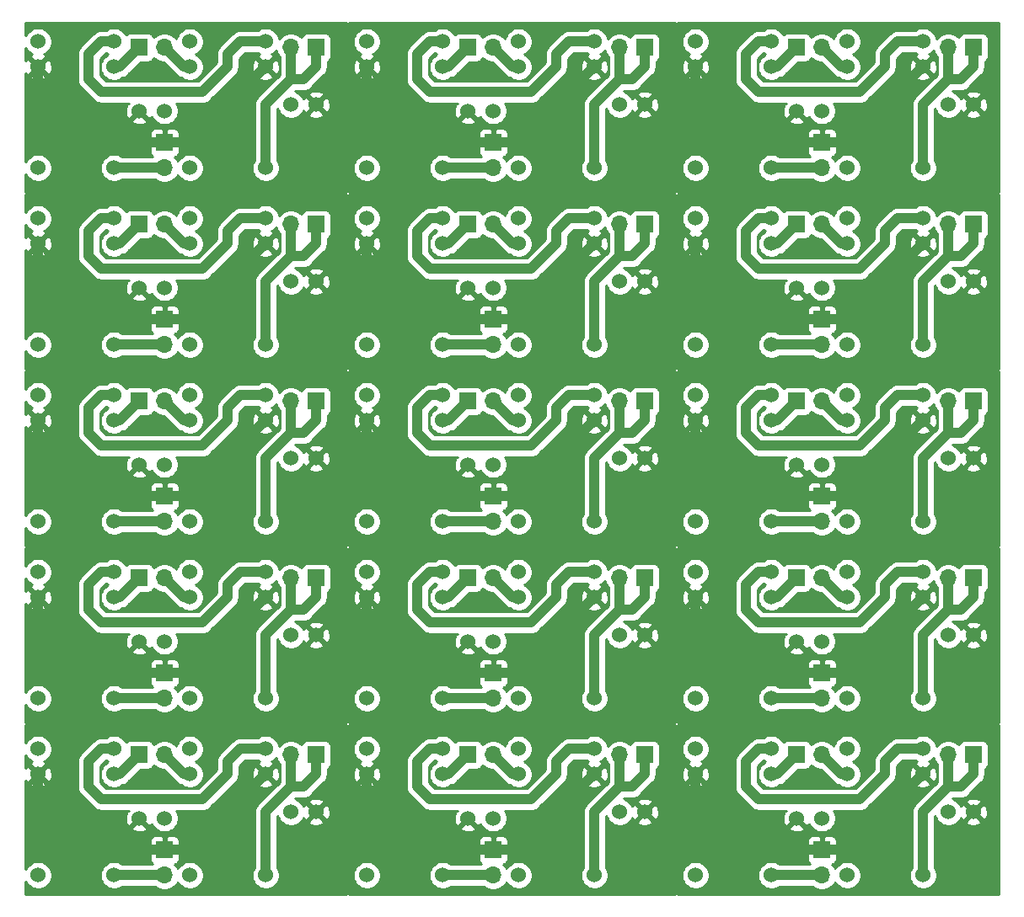
<source format=gtl>
G04 #@! TF.GenerationSoftware,KiCad,Pcbnew,(5.1.6)-1*
G04 #@! TF.CreationDate,2020-06-25T08:23:36+09:00*
G04 #@! TF.ProjectId,AND___,414e4462-d851-42e6-9b69-6361645f7063,rev?*
G04 #@! TF.SameCoordinates,Original*
G04 #@! TF.FileFunction,Copper,L1,Top*
G04 #@! TF.FilePolarity,Positive*
%FSLAX46Y46*%
G04 Gerber Fmt 4.6, Leading zero omitted, Abs format (unit mm)*
G04 Created by KiCad (PCBNEW (5.1.6)-1) date 2020-06-25 08:23:36*
%MOMM*%
%LPD*%
G01*
G04 APERTURE LIST*
G04 #@! TA.AperFunction,ComponentPad*
%ADD10C,1.524000*%
G04 #@! TD*
G04 #@! TA.AperFunction,ComponentPad*
%ADD11R,1.700000X1.700000*%
G04 #@! TD*
G04 #@! TA.AperFunction,ComponentPad*
%ADD12O,1.700000X1.700000*%
G04 #@! TD*
G04 #@! TA.AperFunction,Conductor*
%ADD13C,1.000000*%
G04 #@! TD*
G04 #@! TA.AperFunction,Conductor*
%ADD14C,0.254000*%
G04 #@! TD*
G04 APERTURE END LIST*
D10*
X116205000Y-114300000D03*
X123825000Y-114300000D03*
X123825000Y-116840000D03*
X116205000Y-116840000D03*
X116205000Y-127000000D03*
X123825000Y-127000000D03*
X83185000Y-114300000D03*
X90805000Y-114300000D03*
X90805000Y-116840000D03*
X83185000Y-116840000D03*
X83185000Y-127000000D03*
X90805000Y-127000000D03*
X50165000Y-114300000D03*
X57785000Y-114300000D03*
X57785000Y-116840000D03*
X50165000Y-116840000D03*
X50165000Y-127000000D03*
X57785000Y-127000000D03*
X116205000Y-96520000D03*
X123825000Y-96520000D03*
X123825000Y-99060000D03*
X116205000Y-99060000D03*
X116205000Y-109220000D03*
X123825000Y-109220000D03*
X83185000Y-96520000D03*
X90805000Y-96520000D03*
X90805000Y-99060000D03*
X83185000Y-99060000D03*
X83185000Y-109220000D03*
X90805000Y-109220000D03*
X50165000Y-96520000D03*
X57785000Y-96520000D03*
X57785000Y-99060000D03*
X50165000Y-99060000D03*
X50165000Y-109220000D03*
X57785000Y-109220000D03*
X116205000Y-78740000D03*
X123825000Y-78740000D03*
X123825000Y-81280000D03*
X116205000Y-81280000D03*
X116205000Y-91440000D03*
X123825000Y-91440000D03*
X83185000Y-78740000D03*
X90805000Y-78740000D03*
X90805000Y-81280000D03*
X83185000Y-81280000D03*
X83185000Y-91440000D03*
X90805000Y-91440000D03*
X50165000Y-78740000D03*
X57785000Y-78740000D03*
X57785000Y-81280000D03*
X50165000Y-81280000D03*
X50165000Y-91440000D03*
X57785000Y-91440000D03*
X116205000Y-60960000D03*
X123825000Y-60960000D03*
X123825000Y-63500000D03*
X116205000Y-63500000D03*
X116205000Y-73660000D03*
X123825000Y-73660000D03*
X83185000Y-60960000D03*
X90805000Y-60960000D03*
X90805000Y-63500000D03*
X83185000Y-63500000D03*
X83185000Y-73660000D03*
X90805000Y-73660000D03*
X50165000Y-60960000D03*
X57785000Y-60960000D03*
X57785000Y-63500000D03*
X50165000Y-63500000D03*
X50165000Y-73660000D03*
X57785000Y-73660000D03*
X116205000Y-43180000D03*
X123825000Y-43180000D03*
X123825000Y-45720000D03*
X116205000Y-45720000D03*
X116205000Y-55880000D03*
X123825000Y-55880000D03*
X83185000Y-43180000D03*
X90805000Y-43180000D03*
X90805000Y-45720000D03*
X83185000Y-45720000D03*
X83185000Y-55880000D03*
X90805000Y-55880000D03*
X128905000Y-121285000D03*
X126365000Y-121285000D03*
X95885000Y-121285000D03*
X93345000Y-121285000D03*
X62865000Y-121285000D03*
X60325000Y-121285000D03*
X128905000Y-103505000D03*
X126365000Y-103505000D03*
X95885000Y-103505000D03*
X93345000Y-103505000D03*
X62865000Y-103505000D03*
X60325000Y-103505000D03*
X128905000Y-85725000D03*
X126365000Y-85725000D03*
X95885000Y-85725000D03*
X93345000Y-85725000D03*
X62865000Y-85725000D03*
X60325000Y-85725000D03*
X128905000Y-67945000D03*
X126365000Y-67945000D03*
X95885000Y-67945000D03*
X93345000Y-67945000D03*
X62865000Y-67945000D03*
X60325000Y-67945000D03*
X128905000Y-50165000D03*
X126365000Y-50165000D03*
X95885000Y-50165000D03*
X93345000Y-50165000D03*
D11*
X144145000Y-114900000D03*
D12*
X141605000Y-114900000D03*
D11*
X111125000Y-114900000D03*
D12*
X108585000Y-114900000D03*
D11*
X78105000Y-114900000D03*
D12*
X75565000Y-114900000D03*
D11*
X144145000Y-97120000D03*
D12*
X141605000Y-97120000D03*
D11*
X111125000Y-97120000D03*
D12*
X108585000Y-97120000D03*
D11*
X78105000Y-97120000D03*
D12*
X75565000Y-97120000D03*
D11*
X144145000Y-79340000D03*
D12*
X141605000Y-79340000D03*
D11*
X111125000Y-79340000D03*
D12*
X108585000Y-79340000D03*
D11*
X78105000Y-79340000D03*
D12*
X75565000Y-79340000D03*
D11*
X144145000Y-61560000D03*
D12*
X141605000Y-61560000D03*
D11*
X111125000Y-61560000D03*
D12*
X108585000Y-61560000D03*
D11*
X78105000Y-61560000D03*
D12*
X75565000Y-61560000D03*
D11*
X144145000Y-43780000D03*
D12*
X141605000Y-43780000D03*
D11*
X111125000Y-43780000D03*
D12*
X108585000Y-43780000D03*
X128905000Y-127000000D03*
D11*
X128905000Y-124460000D03*
D12*
X95885000Y-127000000D03*
D11*
X95885000Y-124460000D03*
D12*
X62865000Y-127000000D03*
D11*
X62865000Y-124460000D03*
D12*
X128905000Y-109220000D03*
D11*
X128905000Y-106680000D03*
D12*
X95885000Y-109220000D03*
D11*
X95885000Y-106680000D03*
D12*
X62865000Y-109220000D03*
D11*
X62865000Y-106680000D03*
D12*
X128905000Y-91440000D03*
D11*
X128905000Y-88900000D03*
D12*
X95885000Y-91440000D03*
D11*
X95885000Y-88900000D03*
D12*
X62865000Y-91440000D03*
D11*
X62865000Y-88900000D03*
D12*
X128905000Y-73660000D03*
D11*
X128905000Y-71120000D03*
D12*
X95885000Y-73660000D03*
D11*
X95885000Y-71120000D03*
D12*
X62865000Y-73660000D03*
D11*
X62865000Y-71120000D03*
D12*
X128905000Y-55880000D03*
D11*
X128905000Y-53340000D03*
D12*
X95885000Y-55880000D03*
D11*
X95885000Y-53340000D03*
D12*
X128905000Y-114900000D03*
D11*
X126365000Y-114900000D03*
D12*
X95885000Y-114900000D03*
D11*
X93345000Y-114900000D03*
D12*
X62865000Y-114900000D03*
D11*
X60325000Y-114900000D03*
D12*
X128905000Y-97120000D03*
D11*
X126365000Y-97120000D03*
D12*
X95885000Y-97120000D03*
D11*
X93345000Y-97120000D03*
D12*
X62865000Y-97120000D03*
D11*
X60325000Y-97120000D03*
D12*
X128905000Y-79340000D03*
D11*
X126365000Y-79340000D03*
D12*
X95885000Y-79340000D03*
D11*
X93345000Y-79340000D03*
D12*
X62865000Y-79340000D03*
D11*
X60325000Y-79340000D03*
D12*
X128905000Y-61560000D03*
D11*
X126365000Y-61560000D03*
D12*
X95885000Y-61560000D03*
D11*
X93345000Y-61560000D03*
D12*
X62865000Y-61560000D03*
D11*
X60325000Y-61560000D03*
D12*
X128905000Y-43780000D03*
D11*
X126365000Y-43780000D03*
D12*
X95885000Y-43780000D03*
D11*
X93345000Y-43780000D03*
D10*
X141605000Y-120650000D03*
X144145000Y-120650000D03*
X108585000Y-120650000D03*
X111125000Y-120650000D03*
X75565000Y-120650000D03*
X78105000Y-120650000D03*
X141605000Y-102870000D03*
X144145000Y-102870000D03*
X108585000Y-102870000D03*
X111125000Y-102870000D03*
X75565000Y-102870000D03*
X78105000Y-102870000D03*
X141605000Y-85090000D03*
X144145000Y-85090000D03*
X108585000Y-85090000D03*
X111125000Y-85090000D03*
X75565000Y-85090000D03*
X78105000Y-85090000D03*
X141605000Y-67310000D03*
X144145000Y-67310000D03*
X108585000Y-67310000D03*
X111125000Y-67310000D03*
X75565000Y-67310000D03*
X78105000Y-67310000D03*
X141605000Y-49530000D03*
X144145000Y-49530000D03*
X108585000Y-49530000D03*
X111125000Y-49530000D03*
X139065000Y-127000000D03*
X131445000Y-127000000D03*
X131445000Y-116840000D03*
X139065000Y-116840000D03*
X139065000Y-114300000D03*
X131445000Y-114300000D03*
X106045000Y-127000000D03*
X98425000Y-127000000D03*
X98425000Y-116840000D03*
X106045000Y-116840000D03*
X106045000Y-114300000D03*
X98425000Y-114300000D03*
X73025000Y-127000000D03*
X65405000Y-127000000D03*
X65405000Y-116840000D03*
X73025000Y-116840000D03*
X73025000Y-114300000D03*
X65405000Y-114300000D03*
X139065000Y-109220000D03*
X131445000Y-109220000D03*
X131445000Y-99060000D03*
X139065000Y-99060000D03*
X139065000Y-96520000D03*
X131445000Y-96520000D03*
X106045000Y-109220000D03*
X98425000Y-109220000D03*
X98425000Y-99060000D03*
X106045000Y-99060000D03*
X106045000Y-96520000D03*
X98425000Y-96520000D03*
X73025000Y-109220000D03*
X65405000Y-109220000D03*
X65405000Y-99060000D03*
X73025000Y-99060000D03*
X73025000Y-96520000D03*
X65405000Y-96520000D03*
X139065000Y-91440000D03*
X131445000Y-91440000D03*
X131445000Y-81280000D03*
X139065000Y-81280000D03*
X139065000Y-78740000D03*
X131445000Y-78740000D03*
X106045000Y-91440000D03*
X98425000Y-91440000D03*
X98425000Y-81280000D03*
X106045000Y-81280000D03*
X106045000Y-78740000D03*
X98425000Y-78740000D03*
X73025000Y-91440000D03*
X65405000Y-91440000D03*
X65405000Y-81280000D03*
X73025000Y-81280000D03*
X73025000Y-78740000D03*
X65405000Y-78740000D03*
X139065000Y-73660000D03*
X131445000Y-73660000D03*
X131445000Y-63500000D03*
X139065000Y-63500000D03*
X139065000Y-60960000D03*
X131445000Y-60960000D03*
X106045000Y-73660000D03*
X98425000Y-73660000D03*
X98425000Y-63500000D03*
X106045000Y-63500000D03*
X106045000Y-60960000D03*
X98425000Y-60960000D03*
X73025000Y-73660000D03*
X65405000Y-73660000D03*
X65405000Y-63500000D03*
X73025000Y-63500000D03*
X73025000Y-60960000D03*
X65405000Y-60960000D03*
X139065000Y-55880000D03*
X131445000Y-55880000D03*
X131445000Y-45720000D03*
X139065000Y-45720000D03*
X139065000Y-43180000D03*
X131445000Y-43180000D03*
X106045000Y-55880000D03*
X98425000Y-55880000D03*
X98425000Y-45720000D03*
X106045000Y-45720000D03*
X106045000Y-43180000D03*
X98425000Y-43180000D03*
X60325000Y-50165000D03*
X62865000Y-50165000D03*
X78105000Y-49530000D03*
X75565000Y-49530000D03*
D11*
X60325000Y-43780000D03*
D12*
X62865000Y-43780000D03*
D11*
X62865000Y-53340000D03*
D12*
X62865000Y-55880000D03*
X75565000Y-43780000D03*
D11*
X78105000Y-43780000D03*
D10*
X57785000Y-55880000D03*
X50165000Y-55880000D03*
X50165000Y-45720000D03*
X57785000Y-45720000D03*
X57785000Y-43180000D03*
X50165000Y-43180000D03*
X65405000Y-43180000D03*
X73025000Y-43180000D03*
X73025000Y-45720000D03*
X65405000Y-45720000D03*
X65405000Y-55880000D03*
X73025000Y-55880000D03*
D13*
X73025000Y-55880000D02*
X73025000Y-49530000D01*
X73025000Y-49530000D02*
X75565000Y-46990000D01*
X75565000Y-46990000D02*
X75565000Y-43780000D01*
X75565000Y-46990000D02*
X76835000Y-46990000D01*
X76835000Y-46990000D02*
X78105000Y-45720000D01*
X78105000Y-45720000D02*
X78105000Y-43780000D01*
X106045000Y-49530000D02*
X108585000Y-46990000D01*
X139065000Y-49530000D02*
X141605000Y-46990000D01*
X73025000Y-67310000D02*
X75565000Y-64770000D01*
X106045000Y-67310000D02*
X108585000Y-64770000D01*
X139065000Y-67310000D02*
X141605000Y-64770000D01*
X73025000Y-85090000D02*
X75565000Y-82550000D01*
X106045000Y-85090000D02*
X108585000Y-82550000D01*
X139065000Y-85090000D02*
X141605000Y-82550000D01*
X73025000Y-102870000D02*
X75565000Y-100330000D01*
X106045000Y-102870000D02*
X108585000Y-100330000D01*
X139065000Y-102870000D02*
X141605000Y-100330000D01*
X73025000Y-120650000D02*
X75565000Y-118110000D01*
X106045000Y-120650000D02*
X108585000Y-118110000D01*
X139065000Y-120650000D02*
X141605000Y-118110000D01*
X108585000Y-46990000D02*
X109855000Y-46990000D01*
X141605000Y-46990000D02*
X142875000Y-46990000D01*
X75565000Y-64770000D02*
X76835000Y-64770000D01*
X108585000Y-64770000D02*
X109855000Y-64770000D01*
X141605000Y-64770000D02*
X142875000Y-64770000D01*
X75565000Y-82550000D02*
X76835000Y-82550000D01*
X108585000Y-82550000D02*
X109855000Y-82550000D01*
X141605000Y-82550000D02*
X142875000Y-82550000D01*
X75565000Y-100330000D02*
X76835000Y-100330000D01*
X108585000Y-100330000D02*
X109855000Y-100330000D01*
X141605000Y-100330000D02*
X142875000Y-100330000D01*
X75565000Y-118110000D02*
X76835000Y-118110000D01*
X108585000Y-118110000D02*
X109855000Y-118110000D01*
X141605000Y-118110000D02*
X142875000Y-118110000D01*
X111125000Y-45720000D02*
X111125000Y-43780000D01*
X144145000Y-45720000D02*
X144145000Y-43780000D01*
X78105000Y-63500000D02*
X78105000Y-61560000D01*
X111125000Y-63500000D02*
X111125000Y-61560000D01*
X144145000Y-63500000D02*
X144145000Y-61560000D01*
X78105000Y-81280000D02*
X78105000Y-79340000D01*
X111125000Y-81280000D02*
X111125000Y-79340000D01*
X144145000Y-81280000D02*
X144145000Y-79340000D01*
X78105000Y-99060000D02*
X78105000Y-97120000D01*
X111125000Y-99060000D02*
X111125000Y-97120000D01*
X144145000Y-99060000D02*
X144145000Y-97120000D01*
X78105000Y-116840000D02*
X78105000Y-114900000D01*
X111125000Y-116840000D02*
X111125000Y-114900000D01*
X144145000Y-116840000D02*
X144145000Y-114900000D01*
X108585000Y-46990000D02*
X108585000Y-43780000D01*
X141605000Y-46990000D02*
X141605000Y-43780000D01*
X75565000Y-64770000D02*
X75565000Y-61560000D01*
X108585000Y-64770000D02*
X108585000Y-61560000D01*
X141605000Y-64770000D02*
X141605000Y-61560000D01*
X75565000Y-82550000D02*
X75565000Y-79340000D01*
X108585000Y-82550000D02*
X108585000Y-79340000D01*
X141605000Y-82550000D02*
X141605000Y-79340000D01*
X75565000Y-100330000D02*
X75565000Y-97120000D01*
X108585000Y-100330000D02*
X108585000Y-97120000D01*
X141605000Y-100330000D02*
X141605000Y-97120000D01*
X75565000Y-118110000D02*
X75565000Y-114900000D01*
X108585000Y-118110000D02*
X108585000Y-114900000D01*
X141605000Y-118110000D02*
X141605000Y-114900000D01*
X106045000Y-55880000D02*
X106045000Y-49530000D01*
X139065000Y-55880000D02*
X139065000Y-49530000D01*
X73025000Y-73660000D02*
X73025000Y-67310000D01*
X106045000Y-73660000D02*
X106045000Y-67310000D01*
X139065000Y-73660000D02*
X139065000Y-67310000D01*
X73025000Y-91440000D02*
X73025000Y-85090000D01*
X106045000Y-91440000D02*
X106045000Y-85090000D01*
X139065000Y-91440000D02*
X139065000Y-85090000D01*
X73025000Y-109220000D02*
X73025000Y-102870000D01*
X106045000Y-109220000D02*
X106045000Y-102870000D01*
X139065000Y-109220000D02*
X139065000Y-102870000D01*
X73025000Y-127000000D02*
X73025000Y-120650000D01*
X106045000Y-127000000D02*
X106045000Y-120650000D01*
X139065000Y-127000000D02*
X139065000Y-120650000D01*
X109855000Y-46990000D02*
X111125000Y-45720000D01*
X142875000Y-46990000D02*
X144145000Y-45720000D01*
X76835000Y-64770000D02*
X78105000Y-63500000D01*
X109855000Y-64770000D02*
X111125000Y-63500000D01*
X142875000Y-64770000D02*
X144145000Y-63500000D01*
X76835000Y-82550000D02*
X78105000Y-81280000D01*
X109855000Y-82550000D02*
X111125000Y-81280000D01*
X142875000Y-82550000D02*
X144145000Y-81280000D01*
X76835000Y-100330000D02*
X78105000Y-99060000D01*
X109855000Y-100330000D02*
X111125000Y-99060000D01*
X142875000Y-100330000D02*
X144145000Y-99060000D01*
X76835000Y-118110000D02*
X78105000Y-116840000D01*
X109855000Y-118110000D02*
X111125000Y-116840000D01*
X142875000Y-118110000D02*
X144145000Y-116840000D01*
X58385000Y-45720000D02*
X60325000Y-43780000D01*
X57785000Y-45720000D02*
X58385000Y-45720000D01*
X91405000Y-45720000D02*
X93345000Y-43780000D01*
X124425000Y-45720000D02*
X126365000Y-43780000D01*
X58385000Y-63500000D02*
X60325000Y-61560000D01*
X91405000Y-63500000D02*
X93345000Y-61560000D01*
X124425000Y-63500000D02*
X126365000Y-61560000D01*
X58385000Y-81280000D02*
X60325000Y-79340000D01*
X91405000Y-81280000D02*
X93345000Y-79340000D01*
X124425000Y-81280000D02*
X126365000Y-79340000D01*
X58385000Y-99060000D02*
X60325000Y-97120000D01*
X91405000Y-99060000D02*
X93345000Y-97120000D01*
X124425000Y-99060000D02*
X126365000Y-97120000D01*
X58385000Y-116840000D02*
X60325000Y-114900000D01*
X91405000Y-116840000D02*
X93345000Y-114900000D01*
X124425000Y-116840000D02*
X126365000Y-114900000D01*
X90805000Y-45720000D02*
X91405000Y-45720000D01*
X123825000Y-45720000D02*
X124425000Y-45720000D01*
X57785000Y-63500000D02*
X58385000Y-63500000D01*
X90805000Y-63500000D02*
X91405000Y-63500000D01*
X123825000Y-63500000D02*
X124425000Y-63500000D01*
X57785000Y-81280000D02*
X58385000Y-81280000D01*
X90805000Y-81280000D02*
X91405000Y-81280000D01*
X123825000Y-81280000D02*
X124425000Y-81280000D01*
X57785000Y-99060000D02*
X58385000Y-99060000D01*
X90805000Y-99060000D02*
X91405000Y-99060000D01*
X123825000Y-99060000D02*
X124425000Y-99060000D01*
X57785000Y-116840000D02*
X58385000Y-116840000D01*
X90805000Y-116840000D02*
X91405000Y-116840000D01*
X123825000Y-116840000D02*
X124425000Y-116840000D01*
X64805000Y-45720000D02*
X62865000Y-43780000D01*
X65405000Y-45720000D02*
X64805000Y-45720000D01*
X98425000Y-45720000D02*
X97825000Y-45720000D01*
X131445000Y-45720000D02*
X130845000Y-45720000D01*
X65405000Y-63500000D02*
X64805000Y-63500000D01*
X98425000Y-63500000D02*
X97825000Y-63500000D01*
X131445000Y-63500000D02*
X130845000Y-63500000D01*
X65405000Y-81280000D02*
X64805000Y-81280000D01*
X98425000Y-81280000D02*
X97825000Y-81280000D01*
X131445000Y-81280000D02*
X130845000Y-81280000D01*
X65405000Y-99060000D02*
X64805000Y-99060000D01*
X98425000Y-99060000D02*
X97825000Y-99060000D01*
X131445000Y-99060000D02*
X130845000Y-99060000D01*
X65405000Y-116840000D02*
X64805000Y-116840000D01*
X98425000Y-116840000D02*
X97825000Y-116840000D01*
X131445000Y-116840000D02*
X130845000Y-116840000D01*
X97825000Y-45720000D02*
X95885000Y-43780000D01*
X130845000Y-45720000D02*
X128905000Y-43780000D01*
X64805000Y-63500000D02*
X62865000Y-61560000D01*
X97825000Y-63500000D02*
X95885000Y-61560000D01*
X130845000Y-63500000D02*
X128905000Y-61560000D01*
X64805000Y-81280000D02*
X62865000Y-79340000D01*
X97825000Y-81280000D02*
X95885000Y-79340000D01*
X130845000Y-81280000D02*
X128905000Y-79340000D01*
X64805000Y-99060000D02*
X62865000Y-97120000D01*
X97825000Y-99060000D02*
X95885000Y-97120000D01*
X130845000Y-99060000D02*
X128905000Y-97120000D01*
X64805000Y-116840000D02*
X62865000Y-114900000D01*
X97825000Y-116840000D02*
X95885000Y-114900000D01*
X130845000Y-116840000D02*
X128905000Y-114900000D01*
X56515000Y-43180000D02*
X55245000Y-44450000D01*
X55245000Y-44450000D02*
X55245000Y-46990000D01*
X56515000Y-48260000D02*
X66675000Y-48260000D01*
X57785000Y-43180000D02*
X56515000Y-43180000D01*
X55245000Y-46990000D02*
X56515000Y-48260000D01*
X66675000Y-48260000D02*
X69215000Y-45720000D01*
X69215000Y-45720000D02*
X69215000Y-44450000D01*
X69215000Y-44450000D02*
X70485000Y-43180000D01*
X70485000Y-43180000D02*
X73025000Y-43180000D01*
X88265000Y-46990000D02*
X89535000Y-48260000D01*
X121285000Y-46990000D02*
X122555000Y-48260000D01*
X55245000Y-64770000D02*
X56515000Y-66040000D01*
X88265000Y-64770000D02*
X89535000Y-66040000D01*
X121285000Y-64770000D02*
X122555000Y-66040000D01*
X55245000Y-82550000D02*
X56515000Y-83820000D01*
X88265000Y-82550000D02*
X89535000Y-83820000D01*
X121285000Y-82550000D02*
X122555000Y-83820000D01*
X55245000Y-100330000D02*
X56515000Y-101600000D01*
X88265000Y-100330000D02*
X89535000Y-101600000D01*
X121285000Y-100330000D02*
X122555000Y-101600000D01*
X55245000Y-118110000D02*
X56515000Y-119380000D01*
X88265000Y-118110000D02*
X89535000Y-119380000D01*
X121285000Y-118110000D02*
X122555000Y-119380000D01*
X99695000Y-48260000D02*
X102235000Y-45720000D01*
X132715000Y-48260000D02*
X135255000Y-45720000D01*
X66675000Y-66040000D02*
X69215000Y-63500000D01*
X99695000Y-66040000D02*
X102235000Y-63500000D01*
X132715000Y-66040000D02*
X135255000Y-63500000D01*
X66675000Y-83820000D02*
X69215000Y-81280000D01*
X99695000Y-83820000D02*
X102235000Y-81280000D01*
X132715000Y-83820000D02*
X135255000Y-81280000D01*
X66675000Y-101600000D02*
X69215000Y-99060000D01*
X99695000Y-101600000D02*
X102235000Y-99060000D01*
X132715000Y-101600000D02*
X135255000Y-99060000D01*
X66675000Y-119380000D02*
X69215000Y-116840000D01*
X99695000Y-119380000D02*
X102235000Y-116840000D01*
X132715000Y-119380000D02*
X135255000Y-116840000D01*
X102235000Y-45720000D02*
X102235000Y-44450000D01*
X135255000Y-45720000D02*
X135255000Y-44450000D01*
X69215000Y-63500000D02*
X69215000Y-62230000D01*
X102235000Y-63500000D02*
X102235000Y-62230000D01*
X135255000Y-63500000D02*
X135255000Y-62230000D01*
X69215000Y-81280000D02*
X69215000Y-80010000D01*
X102235000Y-81280000D02*
X102235000Y-80010000D01*
X135255000Y-81280000D02*
X135255000Y-80010000D01*
X69215000Y-99060000D02*
X69215000Y-97790000D01*
X102235000Y-99060000D02*
X102235000Y-97790000D01*
X135255000Y-99060000D02*
X135255000Y-97790000D01*
X69215000Y-116840000D02*
X69215000Y-115570000D01*
X102235000Y-116840000D02*
X102235000Y-115570000D01*
X135255000Y-116840000D02*
X135255000Y-115570000D01*
X90805000Y-43180000D02*
X89535000Y-43180000D01*
X123825000Y-43180000D02*
X122555000Y-43180000D01*
X57785000Y-60960000D02*
X56515000Y-60960000D01*
X90805000Y-60960000D02*
X89535000Y-60960000D01*
X123825000Y-60960000D02*
X122555000Y-60960000D01*
X57785000Y-78740000D02*
X56515000Y-78740000D01*
X90805000Y-78740000D02*
X89535000Y-78740000D01*
X123825000Y-78740000D02*
X122555000Y-78740000D01*
X57785000Y-96520000D02*
X56515000Y-96520000D01*
X90805000Y-96520000D02*
X89535000Y-96520000D01*
X123825000Y-96520000D02*
X122555000Y-96520000D01*
X57785000Y-114300000D02*
X56515000Y-114300000D01*
X90805000Y-114300000D02*
X89535000Y-114300000D01*
X123825000Y-114300000D02*
X122555000Y-114300000D01*
X102235000Y-44450000D02*
X103505000Y-43180000D01*
X135255000Y-44450000D02*
X136525000Y-43180000D01*
X69215000Y-62230000D02*
X70485000Y-60960000D01*
X102235000Y-62230000D02*
X103505000Y-60960000D01*
X135255000Y-62230000D02*
X136525000Y-60960000D01*
X69215000Y-80010000D02*
X70485000Y-78740000D01*
X102235000Y-80010000D02*
X103505000Y-78740000D01*
X135255000Y-80010000D02*
X136525000Y-78740000D01*
X69215000Y-97790000D02*
X70485000Y-96520000D01*
X102235000Y-97790000D02*
X103505000Y-96520000D01*
X135255000Y-97790000D02*
X136525000Y-96520000D01*
X69215000Y-115570000D02*
X70485000Y-114300000D01*
X102235000Y-115570000D02*
X103505000Y-114300000D01*
X135255000Y-115570000D02*
X136525000Y-114300000D01*
X89535000Y-48260000D02*
X99695000Y-48260000D01*
X122555000Y-48260000D02*
X132715000Y-48260000D01*
X56515000Y-66040000D02*
X66675000Y-66040000D01*
X89535000Y-66040000D02*
X99695000Y-66040000D01*
X122555000Y-66040000D02*
X132715000Y-66040000D01*
X56515000Y-83820000D02*
X66675000Y-83820000D01*
X89535000Y-83820000D02*
X99695000Y-83820000D01*
X122555000Y-83820000D02*
X132715000Y-83820000D01*
X56515000Y-101600000D02*
X66675000Y-101600000D01*
X89535000Y-101600000D02*
X99695000Y-101600000D01*
X122555000Y-101600000D02*
X132715000Y-101600000D01*
X56515000Y-119380000D02*
X66675000Y-119380000D01*
X89535000Y-119380000D02*
X99695000Y-119380000D01*
X122555000Y-119380000D02*
X132715000Y-119380000D01*
X103505000Y-43180000D02*
X106045000Y-43180000D01*
X136525000Y-43180000D02*
X139065000Y-43180000D01*
X70485000Y-60960000D02*
X73025000Y-60960000D01*
X103505000Y-60960000D02*
X106045000Y-60960000D01*
X136525000Y-60960000D02*
X139065000Y-60960000D01*
X70485000Y-78740000D02*
X73025000Y-78740000D01*
X103505000Y-78740000D02*
X106045000Y-78740000D01*
X136525000Y-78740000D02*
X139065000Y-78740000D01*
X70485000Y-96520000D02*
X73025000Y-96520000D01*
X103505000Y-96520000D02*
X106045000Y-96520000D01*
X136525000Y-96520000D02*
X139065000Y-96520000D01*
X70485000Y-114300000D02*
X73025000Y-114300000D01*
X103505000Y-114300000D02*
X106045000Y-114300000D01*
X136525000Y-114300000D02*
X139065000Y-114300000D01*
X88265000Y-44450000D02*
X88265000Y-46990000D01*
X121285000Y-44450000D02*
X121285000Y-46990000D01*
X55245000Y-62230000D02*
X55245000Y-64770000D01*
X88265000Y-62230000D02*
X88265000Y-64770000D01*
X121285000Y-62230000D02*
X121285000Y-64770000D01*
X55245000Y-80010000D02*
X55245000Y-82550000D01*
X88265000Y-80010000D02*
X88265000Y-82550000D01*
X121285000Y-80010000D02*
X121285000Y-82550000D01*
X55245000Y-97790000D02*
X55245000Y-100330000D01*
X88265000Y-97790000D02*
X88265000Y-100330000D01*
X121285000Y-97790000D02*
X121285000Y-100330000D01*
X55245000Y-115570000D02*
X55245000Y-118110000D01*
X88265000Y-115570000D02*
X88265000Y-118110000D01*
X121285000Y-115570000D02*
X121285000Y-118110000D01*
X89535000Y-43180000D02*
X88265000Y-44450000D01*
X122555000Y-43180000D02*
X121285000Y-44450000D01*
X56515000Y-60960000D02*
X55245000Y-62230000D01*
X89535000Y-60960000D02*
X88265000Y-62230000D01*
X122555000Y-60960000D02*
X121285000Y-62230000D01*
X56515000Y-78740000D02*
X55245000Y-80010000D01*
X89535000Y-78740000D02*
X88265000Y-80010000D01*
X122555000Y-78740000D02*
X121285000Y-80010000D01*
X56515000Y-96520000D02*
X55245000Y-97790000D01*
X89535000Y-96520000D02*
X88265000Y-97790000D01*
X122555000Y-96520000D02*
X121285000Y-97790000D01*
X56515000Y-114300000D02*
X55245000Y-115570000D01*
X89535000Y-114300000D02*
X88265000Y-115570000D01*
X122555000Y-114300000D02*
X121285000Y-115570000D01*
X50165000Y-45720000D02*
X50165000Y-49530000D01*
X53975000Y-53340000D02*
X62865000Y-53340000D01*
X50165000Y-49530000D02*
X53975000Y-53340000D01*
X62865000Y-53340000D02*
X65405000Y-53340000D01*
X65405000Y-53340000D02*
X71755000Y-46990000D01*
X71755000Y-46990000D02*
X73025000Y-45720000D01*
X104775000Y-46990000D02*
X106045000Y-45720000D01*
X137795000Y-46990000D02*
X139065000Y-45720000D01*
X71755000Y-64770000D02*
X73025000Y-63500000D01*
X104775000Y-64770000D02*
X106045000Y-63500000D01*
X137795000Y-64770000D02*
X139065000Y-63500000D01*
X71755000Y-82550000D02*
X73025000Y-81280000D01*
X104775000Y-82550000D02*
X106045000Y-81280000D01*
X137795000Y-82550000D02*
X139065000Y-81280000D01*
X71755000Y-100330000D02*
X73025000Y-99060000D01*
X104775000Y-100330000D02*
X106045000Y-99060000D01*
X137795000Y-100330000D02*
X139065000Y-99060000D01*
X71755000Y-118110000D02*
X73025000Y-116840000D01*
X104775000Y-118110000D02*
X106045000Y-116840000D01*
X137795000Y-118110000D02*
X139065000Y-116840000D01*
X83185000Y-49530000D02*
X86995000Y-53340000D01*
X116205000Y-49530000D02*
X120015000Y-53340000D01*
X50165000Y-67310000D02*
X53975000Y-71120000D01*
X83185000Y-67310000D02*
X86995000Y-71120000D01*
X116205000Y-67310000D02*
X120015000Y-71120000D01*
X50165000Y-85090000D02*
X53975000Y-88900000D01*
X83185000Y-85090000D02*
X86995000Y-88900000D01*
X116205000Y-85090000D02*
X120015000Y-88900000D01*
X50165000Y-102870000D02*
X53975000Y-106680000D01*
X83185000Y-102870000D02*
X86995000Y-106680000D01*
X116205000Y-102870000D02*
X120015000Y-106680000D01*
X50165000Y-120650000D02*
X53975000Y-124460000D01*
X83185000Y-120650000D02*
X86995000Y-124460000D01*
X116205000Y-120650000D02*
X120015000Y-124460000D01*
X83185000Y-45720000D02*
X83185000Y-49530000D01*
X116205000Y-45720000D02*
X116205000Y-49530000D01*
X50165000Y-63500000D02*
X50165000Y-67310000D01*
X83185000Y-63500000D02*
X83185000Y-67310000D01*
X116205000Y-63500000D02*
X116205000Y-67310000D01*
X50165000Y-81280000D02*
X50165000Y-85090000D01*
X83185000Y-81280000D02*
X83185000Y-85090000D01*
X116205000Y-81280000D02*
X116205000Y-85090000D01*
X50165000Y-99060000D02*
X50165000Y-102870000D01*
X83185000Y-99060000D02*
X83185000Y-102870000D01*
X116205000Y-99060000D02*
X116205000Y-102870000D01*
X50165000Y-116840000D02*
X50165000Y-120650000D01*
X83185000Y-116840000D02*
X83185000Y-120650000D01*
X116205000Y-116840000D02*
X116205000Y-120650000D01*
X98425000Y-53340000D02*
X104775000Y-46990000D01*
X131445000Y-53340000D02*
X137795000Y-46990000D01*
X65405000Y-71120000D02*
X71755000Y-64770000D01*
X98425000Y-71120000D02*
X104775000Y-64770000D01*
X131445000Y-71120000D02*
X137795000Y-64770000D01*
X65405000Y-88900000D02*
X71755000Y-82550000D01*
X98425000Y-88900000D02*
X104775000Y-82550000D01*
X131445000Y-88900000D02*
X137795000Y-82550000D01*
X65405000Y-106680000D02*
X71755000Y-100330000D01*
X98425000Y-106680000D02*
X104775000Y-100330000D01*
X131445000Y-106680000D02*
X137795000Y-100330000D01*
X65405000Y-124460000D02*
X71755000Y-118110000D01*
X98425000Y-124460000D02*
X104775000Y-118110000D01*
X131445000Y-124460000D02*
X137795000Y-118110000D01*
X86995000Y-53340000D02*
X95885000Y-53340000D01*
X120015000Y-53340000D02*
X128905000Y-53340000D01*
X53975000Y-71120000D02*
X62865000Y-71120000D01*
X86995000Y-71120000D02*
X95885000Y-71120000D01*
X120015000Y-71120000D02*
X128905000Y-71120000D01*
X53975000Y-88900000D02*
X62865000Y-88900000D01*
X86995000Y-88900000D02*
X95885000Y-88900000D01*
X120015000Y-88900000D02*
X128905000Y-88900000D01*
X53975000Y-106680000D02*
X62865000Y-106680000D01*
X86995000Y-106680000D02*
X95885000Y-106680000D01*
X120015000Y-106680000D02*
X128905000Y-106680000D01*
X53975000Y-124460000D02*
X62865000Y-124460000D01*
X86995000Y-124460000D02*
X95885000Y-124460000D01*
X120015000Y-124460000D02*
X128905000Y-124460000D01*
X95885000Y-53340000D02*
X98425000Y-53340000D01*
X128905000Y-53340000D02*
X131445000Y-53340000D01*
X62865000Y-71120000D02*
X65405000Y-71120000D01*
X95885000Y-71120000D02*
X98425000Y-71120000D01*
X128905000Y-71120000D02*
X131445000Y-71120000D01*
X62865000Y-88900000D02*
X65405000Y-88900000D01*
X95885000Y-88900000D02*
X98425000Y-88900000D01*
X128905000Y-88900000D02*
X131445000Y-88900000D01*
X62865000Y-106680000D02*
X65405000Y-106680000D01*
X95885000Y-106680000D02*
X98425000Y-106680000D01*
X128905000Y-106680000D02*
X131445000Y-106680000D01*
X62865000Y-124460000D02*
X65405000Y-124460000D01*
X95885000Y-124460000D02*
X98425000Y-124460000D01*
X128905000Y-124460000D02*
X131445000Y-124460000D01*
X57785000Y-55880000D02*
X62865000Y-55880000D01*
X90805000Y-55880000D02*
X95885000Y-55880000D01*
X123825000Y-55880000D02*
X128905000Y-55880000D01*
X57785000Y-73660000D02*
X62865000Y-73660000D01*
X90805000Y-73660000D02*
X95885000Y-73660000D01*
X123825000Y-73660000D02*
X128905000Y-73660000D01*
X57785000Y-91440000D02*
X62865000Y-91440000D01*
X90805000Y-91440000D02*
X95885000Y-91440000D01*
X123825000Y-91440000D02*
X128905000Y-91440000D01*
X57785000Y-109220000D02*
X62865000Y-109220000D01*
X90805000Y-109220000D02*
X95885000Y-109220000D01*
X123825000Y-109220000D02*
X128905000Y-109220000D01*
X57785000Y-127000000D02*
X62865000Y-127000000D01*
X90805000Y-127000000D02*
X95885000Y-127000000D01*
X123825000Y-127000000D02*
X128905000Y-127000000D01*
D14*
G36*
X81153000Y-58293000D02*
G01*
X48920000Y-58293000D01*
X48920000Y-56524840D01*
X48926995Y-56541727D01*
X49079880Y-56770535D01*
X49274465Y-56965120D01*
X49503273Y-57118005D01*
X49757510Y-57223314D01*
X50027408Y-57277000D01*
X50302592Y-57277000D01*
X50572490Y-57223314D01*
X50826727Y-57118005D01*
X51055535Y-56965120D01*
X51250120Y-56770535D01*
X51403005Y-56541727D01*
X51508314Y-56287490D01*
X51562000Y-56017592D01*
X51562000Y-55742408D01*
X56388000Y-55742408D01*
X56388000Y-56017592D01*
X56441686Y-56287490D01*
X56546995Y-56541727D01*
X56699880Y-56770535D01*
X56894465Y-56965120D01*
X57123273Y-57118005D01*
X57377510Y-57223314D01*
X57647408Y-57277000D01*
X57922592Y-57277000D01*
X58192490Y-57223314D01*
X58446727Y-57118005D01*
X58600884Y-57015000D01*
X61899893Y-57015000D01*
X61918368Y-57033475D01*
X62161589Y-57195990D01*
X62431842Y-57307932D01*
X62718740Y-57365000D01*
X63011260Y-57365000D01*
X63298158Y-57307932D01*
X63568411Y-57195990D01*
X63811632Y-57033475D01*
X64018475Y-56826632D01*
X64180990Y-56583411D01*
X64186293Y-56570608D01*
X64319880Y-56770535D01*
X64514465Y-56965120D01*
X64743273Y-57118005D01*
X64997510Y-57223314D01*
X65267408Y-57277000D01*
X65542592Y-57277000D01*
X65812490Y-57223314D01*
X66066727Y-57118005D01*
X66295535Y-56965120D01*
X66490120Y-56770535D01*
X66643005Y-56541727D01*
X66748314Y-56287490D01*
X66802000Y-56017592D01*
X66802000Y-55742408D01*
X66748314Y-55472510D01*
X66643005Y-55218273D01*
X66490120Y-54989465D01*
X66295535Y-54794880D01*
X66066727Y-54641995D01*
X65812490Y-54536686D01*
X65542592Y-54483000D01*
X65267408Y-54483000D01*
X64997510Y-54536686D01*
X64743273Y-54641995D01*
X64514465Y-54794880D01*
X64319880Y-54989465D01*
X64186293Y-55189392D01*
X64180990Y-55176589D01*
X64018475Y-54933368D01*
X63886620Y-54801513D01*
X63959180Y-54779502D01*
X64069494Y-54720537D01*
X64166185Y-54641185D01*
X64245537Y-54544494D01*
X64304502Y-54434180D01*
X64340812Y-54314482D01*
X64353072Y-54190000D01*
X64350000Y-53625750D01*
X64191250Y-53467000D01*
X62992000Y-53467000D01*
X62992000Y-53487000D01*
X62738000Y-53487000D01*
X62738000Y-53467000D01*
X61538750Y-53467000D01*
X61380000Y-53625750D01*
X61376928Y-54190000D01*
X61389188Y-54314482D01*
X61425498Y-54434180D01*
X61484463Y-54544494D01*
X61563815Y-54641185D01*
X61660506Y-54720537D01*
X61706272Y-54745000D01*
X58600884Y-54745000D01*
X58446727Y-54641995D01*
X58192490Y-54536686D01*
X57922592Y-54483000D01*
X57647408Y-54483000D01*
X57377510Y-54536686D01*
X57123273Y-54641995D01*
X56894465Y-54794880D01*
X56699880Y-54989465D01*
X56546995Y-55218273D01*
X56441686Y-55472510D01*
X56388000Y-55742408D01*
X51562000Y-55742408D01*
X51508314Y-55472510D01*
X51403005Y-55218273D01*
X51250120Y-54989465D01*
X51055535Y-54794880D01*
X50826727Y-54641995D01*
X50572490Y-54536686D01*
X50302592Y-54483000D01*
X50027408Y-54483000D01*
X49757510Y-54536686D01*
X49503273Y-54641995D01*
X49274465Y-54794880D01*
X49079880Y-54989465D01*
X48926995Y-55218273D01*
X48920000Y-55235160D01*
X48920000Y-52490000D01*
X61376928Y-52490000D01*
X61380000Y-53054250D01*
X61538750Y-53213000D01*
X62738000Y-53213000D01*
X62738000Y-52013750D01*
X62992000Y-52013750D01*
X62992000Y-53213000D01*
X64191250Y-53213000D01*
X64350000Y-53054250D01*
X64353072Y-52490000D01*
X64340812Y-52365518D01*
X64304502Y-52245820D01*
X64245537Y-52135506D01*
X64166185Y-52038815D01*
X64069494Y-51959463D01*
X63959180Y-51900498D01*
X63839482Y-51864188D01*
X63715000Y-51851928D01*
X63150750Y-51855000D01*
X62992000Y-52013750D01*
X62738000Y-52013750D01*
X62579250Y-51855000D01*
X62015000Y-51851928D01*
X61890518Y-51864188D01*
X61770820Y-51900498D01*
X61660506Y-51959463D01*
X61563815Y-52038815D01*
X61484463Y-52135506D01*
X61425498Y-52245820D01*
X61389188Y-52365518D01*
X61376928Y-52490000D01*
X48920000Y-52490000D01*
X48920000Y-51130565D01*
X59539040Y-51130565D01*
X59606020Y-51370656D01*
X59855048Y-51487756D01*
X60122135Y-51554023D01*
X60397017Y-51566910D01*
X60669133Y-51525922D01*
X60928023Y-51432636D01*
X61043980Y-51370656D01*
X61110960Y-51130565D01*
X60325000Y-50344605D01*
X59539040Y-51130565D01*
X48920000Y-51130565D01*
X48920000Y-46685565D01*
X49379040Y-46685565D01*
X49446020Y-46925656D01*
X49695048Y-47042756D01*
X49962135Y-47109023D01*
X50237017Y-47121910D01*
X50509133Y-47080922D01*
X50768023Y-46987636D01*
X50883980Y-46925656D01*
X50950960Y-46685565D01*
X50165000Y-45899605D01*
X49379040Y-46685565D01*
X48920000Y-46685565D01*
X48920000Y-46365372D01*
X48959344Y-46438980D01*
X49199435Y-46505960D01*
X49985395Y-45720000D01*
X50344605Y-45720000D01*
X51130565Y-46505960D01*
X51370656Y-46438980D01*
X51487756Y-46189952D01*
X51554023Y-45922865D01*
X51566910Y-45647983D01*
X51525922Y-45375867D01*
X51432636Y-45116977D01*
X51370656Y-45001020D01*
X51130565Y-44934040D01*
X50344605Y-45720000D01*
X49985395Y-45720000D01*
X49199435Y-44934040D01*
X48959344Y-45001020D01*
X48920000Y-45084690D01*
X48920000Y-43824840D01*
X48926995Y-43841727D01*
X49079880Y-44070535D01*
X49274465Y-44265120D01*
X49503273Y-44418005D01*
X49574943Y-44447692D01*
X49561977Y-44452364D01*
X49446020Y-44514344D01*
X49379040Y-44754435D01*
X50165000Y-45540395D01*
X50950960Y-44754435D01*
X50883980Y-44514344D01*
X50748240Y-44450515D01*
X50749483Y-44450000D01*
X54104509Y-44450000D01*
X54110000Y-44505752D01*
X54110001Y-46934239D01*
X54104509Y-46990000D01*
X54126423Y-47212498D01*
X54191324Y-47426446D01*
X54205812Y-47453551D01*
X54296717Y-47623623D01*
X54438552Y-47796449D01*
X54481860Y-47831991D01*
X55673008Y-49023140D01*
X55708551Y-49066449D01*
X55881377Y-49208284D01*
X56078553Y-49313676D01*
X56242705Y-49363471D01*
X56292500Y-49378577D01*
X56313493Y-49380644D01*
X56459248Y-49395000D01*
X56459255Y-49395000D01*
X56514999Y-49400490D01*
X56570743Y-49395000D01*
X59302226Y-49395000D01*
X59119344Y-49446020D01*
X59002244Y-49695048D01*
X58935977Y-49962135D01*
X58923090Y-50237017D01*
X58964078Y-50509133D01*
X59057364Y-50768023D01*
X59119344Y-50883980D01*
X59359435Y-50950960D01*
X60145395Y-50165000D01*
X60131253Y-50150858D01*
X60310858Y-49971253D01*
X60325000Y-49985395D01*
X60339143Y-49971253D01*
X60518748Y-50150858D01*
X60504605Y-50165000D01*
X61290565Y-50950960D01*
X61530656Y-50883980D01*
X61594485Y-50748240D01*
X61626995Y-50826727D01*
X61779880Y-51055535D01*
X61974465Y-51250120D01*
X62203273Y-51403005D01*
X62457510Y-51508314D01*
X62727408Y-51562000D01*
X63002592Y-51562000D01*
X63272490Y-51508314D01*
X63526727Y-51403005D01*
X63755535Y-51250120D01*
X63950120Y-51055535D01*
X64103005Y-50826727D01*
X64208314Y-50572490D01*
X64262000Y-50302592D01*
X64262000Y-50027408D01*
X64208314Y-49757510D01*
X64103005Y-49503273D01*
X64030659Y-49395000D01*
X66619249Y-49395000D01*
X66675000Y-49400491D01*
X66730751Y-49395000D01*
X66730752Y-49395000D01*
X66897499Y-49378577D01*
X67111447Y-49313676D01*
X67308623Y-49208284D01*
X67481449Y-49066449D01*
X67516996Y-49023135D01*
X69854566Y-46685565D01*
X72239040Y-46685565D01*
X72306020Y-46925656D01*
X72555048Y-47042756D01*
X72822135Y-47109023D01*
X73097017Y-47121910D01*
X73369133Y-47080922D01*
X73628023Y-46987636D01*
X73743980Y-46925656D01*
X73810960Y-46685565D01*
X73025000Y-45899605D01*
X72239040Y-46685565D01*
X69854566Y-46685565D01*
X69978141Y-46561991D01*
X70021449Y-46526449D01*
X70163284Y-46353623D01*
X70268676Y-46156447D01*
X70333577Y-45942499D01*
X70348398Y-45792017D01*
X71623090Y-45792017D01*
X71664078Y-46064133D01*
X71757364Y-46323023D01*
X71819344Y-46438980D01*
X72059435Y-46505960D01*
X72845395Y-45720000D01*
X73204605Y-45720000D01*
X73990565Y-46505960D01*
X74230656Y-46438980D01*
X74347756Y-46189952D01*
X74414023Y-45922865D01*
X74426910Y-45647983D01*
X74385922Y-45375867D01*
X74292636Y-45116977D01*
X74230656Y-45001020D01*
X73990565Y-44934040D01*
X73204605Y-45720000D01*
X72845395Y-45720000D01*
X72059435Y-44934040D01*
X71819344Y-45001020D01*
X71702244Y-45250048D01*
X71635977Y-45517135D01*
X71623090Y-45792017D01*
X70348398Y-45792017D01*
X70350000Y-45775752D01*
X70350000Y-45775743D01*
X70355490Y-45720001D01*
X70350000Y-45664259D01*
X70350000Y-44920131D01*
X70955132Y-44315000D01*
X72209116Y-44315000D01*
X72363273Y-44418005D01*
X72434943Y-44447692D01*
X72421977Y-44452364D01*
X72306020Y-44514344D01*
X72239040Y-44754435D01*
X73025000Y-45540395D01*
X73810960Y-44754435D01*
X73743980Y-44514344D01*
X73608240Y-44450515D01*
X73686727Y-44418005D01*
X73915535Y-44265120D01*
X74108934Y-44071721D01*
X74137068Y-44213158D01*
X74249010Y-44483411D01*
X74411525Y-44726632D01*
X74430001Y-44745108D01*
X74430000Y-46519868D01*
X72261860Y-48688009D01*
X72218552Y-48723551D01*
X72076717Y-48896377D01*
X72043061Y-48959344D01*
X71971324Y-49093554D01*
X71906423Y-49307502D01*
X71884509Y-49530000D01*
X71890001Y-49585761D01*
X71890000Y-55064115D01*
X71786995Y-55218273D01*
X71681686Y-55472510D01*
X71628000Y-55742408D01*
X71628000Y-56017592D01*
X71681686Y-56287490D01*
X71786995Y-56541727D01*
X71939880Y-56770535D01*
X72134465Y-56965120D01*
X72363273Y-57118005D01*
X72617510Y-57223314D01*
X72887408Y-57277000D01*
X73162592Y-57277000D01*
X73432490Y-57223314D01*
X73686727Y-57118005D01*
X73915535Y-56965120D01*
X74110120Y-56770535D01*
X74263005Y-56541727D01*
X74368314Y-56287490D01*
X74422000Y-56017592D01*
X74422000Y-55742408D01*
X74368314Y-55472510D01*
X74263005Y-55218273D01*
X74160000Y-55064116D01*
X74160000Y-50000131D01*
X74221966Y-49938165D01*
X74326995Y-50191727D01*
X74479880Y-50420535D01*
X74674465Y-50615120D01*
X74903273Y-50768005D01*
X75157510Y-50873314D01*
X75427408Y-50927000D01*
X75702592Y-50927000D01*
X75972490Y-50873314D01*
X76226727Y-50768005D01*
X76455535Y-50615120D01*
X76575090Y-50495565D01*
X77319040Y-50495565D01*
X77386020Y-50735656D01*
X77635048Y-50852756D01*
X77902135Y-50919023D01*
X78177017Y-50931910D01*
X78449133Y-50890922D01*
X78708023Y-50797636D01*
X78823980Y-50735656D01*
X78890960Y-50495565D01*
X78105000Y-49709605D01*
X77319040Y-50495565D01*
X76575090Y-50495565D01*
X76650120Y-50420535D01*
X76803005Y-50191727D01*
X76832692Y-50120057D01*
X76837364Y-50133023D01*
X76899344Y-50248980D01*
X77139435Y-50315960D01*
X77925395Y-49530000D01*
X78284605Y-49530000D01*
X79070565Y-50315960D01*
X79310656Y-50248980D01*
X79427756Y-49999952D01*
X79494023Y-49732865D01*
X79506910Y-49457983D01*
X79465922Y-49185867D01*
X79372636Y-48926977D01*
X79310656Y-48811020D01*
X79070565Y-48744040D01*
X78284605Y-49530000D01*
X77925395Y-49530000D01*
X77139435Y-48744040D01*
X76899344Y-48811020D01*
X76835515Y-48946760D01*
X76803005Y-48868273D01*
X76650120Y-48639465D01*
X76575090Y-48564435D01*
X77319040Y-48564435D01*
X78105000Y-49350395D01*
X78890960Y-48564435D01*
X78823980Y-48324344D01*
X78574952Y-48207244D01*
X78307865Y-48140977D01*
X78032983Y-48128090D01*
X77760867Y-48169078D01*
X77501977Y-48262364D01*
X77386020Y-48324344D01*
X77319040Y-48564435D01*
X76575090Y-48564435D01*
X76455535Y-48444880D01*
X76226727Y-48291995D01*
X75973166Y-48186966D01*
X76035132Y-48125000D01*
X76779249Y-48125000D01*
X76835000Y-48130491D01*
X76890751Y-48125000D01*
X76890752Y-48125000D01*
X77057499Y-48108577D01*
X77271447Y-48043676D01*
X77468623Y-47938284D01*
X77641449Y-47796449D01*
X77676996Y-47753135D01*
X78868140Y-46561992D01*
X78911449Y-46526449D01*
X79053284Y-46353623D01*
X79158676Y-46156447D01*
X79223577Y-45942499D01*
X79240000Y-45775752D01*
X79240000Y-45775745D01*
X79245490Y-45720001D01*
X79240000Y-45664257D01*
X79240000Y-45197683D01*
X79309494Y-45160537D01*
X79406185Y-45081185D01*
X79485537Y-44984494D01*
X79544502Y-44874180D01*
X79580812Y-44754482D01*
X79593072Y-44630000D01*
X79593072Y-42930000D01*
X79580812Y-42805518D01*
X79544502Y-42685820D01*
X79485537Y-42575506D01*
X79406185Y-42478815D01*
X79309494Y-42399463D01*
X79199180Y-42340498D01*
X79079482Y-42304188D01*
X78955000Y-42291928D01*
X77255000Y-42291928D01*
X77130518Y-42304188D01*
X77010820Y-42340498D01*
X76900506Y-42399463D01*
X76803815Y-42478815D01*
X76724463Y-42575506D01*
X76665498Y-42685820D01*
X76643487Y-42758380D01*
X76511632Y-42626525D01*
X76268411Y-42464010D01*
X75998158Y-42352068D01*
X75711260Y-42295000D01*
X75418740Y-42295000D01*
X75131842Y-42352068D01*
X74861589Y-42464010D01*
X74618368Y-42626525D01*
X74411525Y-42833368D01*
X74387555Y-42869242D01*
X74368314Y-42772510D01*
X74263005Y-42518273D01*
X74110120Y-42289465D01*
X73915535Y-42094880D01*
X73686727Y-41941995D01*
X73432490Y-41836686D01*
X73162592Y-41783000D01*
X72887408Y-41783000D01*
X72617510Y-41836686D01*
X72363273Y-41941995D01*
X72209116Y-42045000D01*
X70540743Y-42045000D01*
X70484999Y-42039510D01*
X70429255Y-42045000D01*
X70429248Y-42045000D01*
X70283493Y-42059356D01*
X70262500Y-42061423D01*
X70212705Y-42076529D01*
X70048553Y-42126324D01*
X69851377Y-42231716D01*
X69678551Y-42373551D01*
X69643008Y-42416860D01*
X68451860Y-43608009D01*
X68408552Y-43643551D01*
X68266717Y-43816377D01*
X68161324Y-44013553D01*
X68100774Y-44213158D01*
X68096423Y-44227502D01*
X68074509Y-44450000D01*
X68080000Y-44505751D01*
X68080000Y-45249868D01*
X66204869Y-47125000D01*
X56985132Y-47125000D01*
X56380000Y-46519869D01*
X56380000Y-44920131D01*
X56978717Y-44321415D01*
X57123273Y-44418005D01*
X57200515Y-44450000D01*
X57123273Y-44481995D01*
X56894465Y-44634880D01*
X56699880Y-44829465D01*
X56546995Y-45058273D01*
X56441686Y-45312510D01*
X56388000Y-45582408D01*
X56388000Y-45857592D01*
X56441686Y-46127490D01*
X56546995Y-46381727D01*
X56699880Y-46610535D01*
X56894465Y-46805120D01*
X57123273Y-46958005D01*
X57377510Y-47063314D01*
X57647408Y-47117000D01*
X57922592Y-47117000D01*
X58192490Y-47063314D01*
X58446727Y-46958005D01*
X58640400Y-46828596D01*
X58821447Y-46773676D01*
X59018623Y-46668284D01*
X59191449Y-46526449D01*
X59226996Y-46483135D01*
X60442060Y-45268072D01*
X61175000Y-45268072D01*
X61299482Y-45255812D01*
X61419180Y-45219502D01*
X61529494Y-45160537D01*
X61626185Y-45081185D01*
X61705537Y-44984494D01*
X61764502Y-44874180D01*
X61786513Y-44801620D01*
X61918368Y-44933475D01*
X62161589Y-45095990D01*
X62431842Y-45207932D01*
X62718740Y-45265000D01*
X62744869Y-45265000D01*
X63963009Y-46483141D01*
X63998551Y-46526449D01*
X64171377Y-46668284D01*
X64368553Y-46773676D01*
X64549600Y-46828596D01*
X64743273Y-46958005D01*
X64997510Y-47063314D01*
X65267408Y-47117000D01*
X65542592Y-47117000D01*
X65812490Y-47063314D01*
X66066727Y-46958005D01*
X66295535Y-46805120D01*
X66490120Y-46610535D01*
X66643005Y-46381727D01*
X66748314Y-46127490D01*
X66802000Y-45857592D01*
X66802000Y-45582408D01*
X66748314Y-45312510D01*
X66643005Y-45058273D01*
X66490120Y-44829465D01*
X66295535Y-44634880D01*
X66066727Y-44481995D01*
X65989485Y-44450000D01*
X66066727Y-44418005D01*
X66295535Y-44265120D01*
X66490120Y-44070535D01*
X66643005Y-43841727D01*
X66748314Y-43587490D01*
X66802000Y-43317592D01*
X66802000Y-43042408D01*
X66748314Y-42772510D01*
X66643005Y-42518273D01*
X66490120Y-42289465D01*
X66295535Y-42094880D01*
X66066727Y-41941995D01*
X65812490Y-41836686D01*
X65542592Y-41783000D01*
X65267408Y-41783000D01*
X64997510Y-41836686D01*
X64743273Y-41941995D01*
X64514465Y-42094880D01*
X64319880Y-42289465D01*
X64166995Y-42518273D01*
X64061686Y-42772510D01*
X64042445Y-42869242D01*
X64018475Y-42833368D01*
X63811632Y-42626525D01*
X63568411Y-42464010D01*
X63298158Y-42352068D01*
X63011260Y-42295000D01*
X62718740Y-42295000D01*
X62431842Y-42352068D01*
X62161589Y-42464010D01*
X61918368Y-42626525D01*
X61786513Y-42758380D01*
X61764502Y-42685820D01*
X61705537Y-42575506D01*
X61626185Y-42478815D01*
X61529494Y-42399463D01*
X61419180Y-42340498D01*
X61299482Y-42304188D01*
X61175000Y-42291928D01*
X59475000Y-42291928D01*
X59350518Y-42304188D01*
X59230820Y-42340498D01*
X59120506Y-42399463D01*
X59023815Y-42478815D01*
X59008836Y-42497067D01*
X58870120Y-42289465D01*
X58675535Y-42094880D01*
X58446727Y-41941995D01*
X58192490Y-41836686D01*
X57922592Y-41783000D01*
X57647408Y-41783000D01*
X57377510Y-41836686D01*
X57123273Y-41941995D01*
X56969116Y-42045000D01*
X56570743Y-42045000D01*
X56514999Y-42039510D01*
X56459255Y-42045000D01*
X56459248Y-42045000D01*
X56313493Y-42059356D01*
X56292500Y-42061423D01*
X56242705Y-42076529D01*
X56078553Y-42126324D01*
X55881377Y-42231716D01*
X55708551Y-42373551D01*
X55673008Y-42416860D01*
X54481865Y-43608004D01*
X54438551Y-43643551D01*
X54296716Y-43816377D01*
X54197232Y-44002500D01*
X54191324Y-44013554D01*
X54126423Y-44227502D01*
X54104509Y-44450000D01*
X50749483Y-44450000D01*
X50826727Y-44418005D01*
X51055535Y-44265120D01*
X51250120Y-44070535D01*
X51403005Y-43841727D01*
X51508314Y-43587490D01*
X51562000Y-43317592D01*
X51562000Y-43042408D01*
X51508314Y-42772510D01*
X51403005Y-42518273D01*
X51250120Y-42289465D01*
X51055535Y-42094880D01*
X50826727Y-41941995D01*
X50572490Y-41836686D01*
X50302592Y-41783000D01*
X50027408Y-41783000D01*
X49757510Y-41836686D01*
X49503273Y-41941995D01*
X49274465Y-42094880D01*
X49079880Y-42289465D01*
X48926995Y-42518273D01*
X48920000Y-42535160D01*
X48920000Y-41300000D01*
X81153000Y-41300000D01*
X81153000Y-58293000D01*
G37*
X81153000Y-58293000D02*
X48920000Y-58293000D01*
X48920000Y-56524840D01*
X48926995Y-56541727D01*
X49079880Y-56770535D01*
X49274465Y-56965120D01*
X49503273Y-57118005D01*
X49757510Y-57223314D01*
X50027408Y-57277000D01*
X50302592Y-57277000D01*
X50572490Y-57223314D01*
X50826727Y-57118005D01*
X51055535Y-56965120D01*
X51250120Y-56770535D01*
X51403005Y-56541727D01*
X51508314Y-56287490D01*
X51562000Y-56017592D01*
X51562000Y-55742408D01*
X56388000Y-55742408D01*
X56388000Y-56017592D01*
X56441686Y-56287490D01*
X56546995Y-56541727D01*
X56699880Y-56770535D01*
X56894465Y-56965120D01*
X57123273Y-57118005D01*
X57377510Y-57223314D01*
X57647408Y-57277000D01*
X57922592Y-57277000D01*
X58192490Y-57223314D01*
X58446727Y-57118005D01*
X58600884Y-57015000D01*
X61899893Y-57015000D01*
X61918368Y-57033475D01*
X62161589Y-57195990D01*
X62431842Y-57307932D01*
X62718740Y-57365000D01*
X63011260Y-57365000D01*
X63298158Y-57307932D01*
X63568411Y-57195990D01*
X63811632Y-57033475D01*
X64018475Y-56826632D01*
X64180990Y-56583411D01*
X64186293Y-56570608D01*
X64319880Y-56770535D01*
X64514465Y-56965120D01*
X64743273Y-57118005D01*
X64997510Y-57223314D01*
X65267408Y-57277000D01*
X65542592Y-57277000D01*
X65812490Y-57223314D01*
X66066727Y-57118005D01*
X66295535Y-56965120D01*
X66490120Y-56770535D01*
X66643005Y-56541727D01*
X66748314Y-56287490D01*
X66802000Y-56017592D01*
X66802000Y-55742408D01*
X66748314Y-55472510D01*
X66643005Y-55218273D01*
X66490120Y-54989465D01*
X66295535Y-54794880D01*
X66066727Y-54641995D01*
X65812490Y-54536686D01*
X65542592Y-54483000D01*
X65267408Y-54483000D01*
X64997510Y-54536686D01*
X64743273Y-54641995D01*
X64514465Y-54794880D01*
X64319880Y-54989465D01*
X64186293Y-55189392D01*
X64180990Y-55176589D01*
X64018475Y-54933368D01*
X63886620Y-54801513D01*
X63959180Y-54779502D01*
X64069494Y-54720537D01*
X64166185Y-54641185D01*
X64245537Y-54544494D01*
X64304502Y-54434180D01*
X64340812Y-54314482D01*
X64353072Y-54190000D01*
X64350000Y-53625750D01*
X64191250Y-53467000D01*
X62992000Y-53467000D01*
X62992000Y-53487000D01*
X62738000Y-53487000D01*
X62738000Y-53467000D01*
X61538750Y-53467000D01*
X61380000Y-53625750D01*
X61376928Y-54190000D01*
X61389188Y-54314482D01*
X61425498Y-54434180D01*
X61484463Y-54544494D01*
X61563815Y-54641185D01*
X61660506Y-54720537D01*
X61706272Y-54745000D01*
X58600884Y-54745000D01*
X58446727Y-54641995D01*
X58192490Y-54536686D01*
X57922592Y-54483000D01*
X57647408Y-54483000D01*
X57377510Y-54536686D01*
X57123273Y-54641995D01*
X56894465Y-54794880D01*
X56699880Y-54989465D01*
X56546995Y-55218273D01*
X56441686Y-55472510D01*
X56388000Y-55742408D01*
X51562000Y-55742408D01*
X51508314Y-55472510D01*
X51403005Y-55218273D01*
X51250120Y-54989465D01*
X51055535Y-54794880D01*
X50826727Y-54641995D01*
X50572490Y-54536686D01*
X50302592Y-54483000D01*
X50027408Y-54483000D01*
X49757510Y-54536686D01*
X49503273Y-54641995D01*
X49274465Y-54794880D01*
X49079880Y-54989465D01*
X48926995Y-55218273D01*
X48920000Y-55235160D01*
X48920000Y-52490000D01*
X61376928Y-52490000D01*
X61380000Y-53054250D01*
X61538750Y-53213000D01*
X62738000Y-53213000D01*
X62738000Y-52013750D01*
X62992000Y-52013750D01*
X62992000Y-53213000D01*
X64191250Y-53213000D01*
X64350000Y-53054250D01*
X64353072Y-52490000D01*
X64340812Y-52365518D01*
X64304502Y-52245820D01*
X64245537Y-52135506D01*
X64166185Y-52038815D01*
X64069494Y-51959463D01*
X63959180Y-51900498D01*
X63839482Y-51864188D01*
X63715000Y-51851928D01*
X63150750Y-51855000D01*
X62992000Y-52013750D01*
X62738000Y-52013750D01*
X62579250Y-51855000D01*
X62015000Y-51851928D01*
X61890518Y-51864188D01*
X61770820Y-51900498D01*
X61660506Y-51959463D01*
X61563815Y-52038815D01*
X61484463Y-52135506D01*
X61425498Y-52245820D01*
X61389188Y-52365518D01*
X61376928Y-52490000D01*
X48920000Y-52490000D01*
X48920000Y-51130565D01*
X59539040Y-51130565D01*
X59606020Y-51370656D01*
X59855048Y-51487756D01*
X60122135Y-51554023D01*
X60397017Y-51566910D01*
X60669133Y-51525922D01*
X60928023Y-51432636D01*
X61043980Y-51370656D01*
X61110960Y-51130565D01*
X60325000Y-50344605D01*
X59539040Y-51130565D01*
X48920000Y-51130565D01*
X48920000Y-46685565D01*
X49379040Y-46685565D01*
X49446020Y-46925656D01*
X49695048Y-47042756D01*
X49962135Y-47109023D01*
X50237017Y-47121910D01*
X50509133Y-47080922D01*
X50768023Y-46987636D01*
X50883980Y-46925656D01*
X50950960Y-46685565D01*
X50165000Y-45899605D01*
X49379040Y-46685565D01*
X48920000Y-46685565D01*
X48920000Y-46365372D01*
X48959344Y-46438980D01*
X49199435Y-46505960D01*
X49985395Y-45720000D01*
X50344605Y-45720000D01*
X51130565Y-46505960D01*
X51370656Y-46438980D01*
X51487756Y-46189952D01*
X51554023Y-45922865D01*
X51566910Y-45647983D01*
X51525922Y-45375867D01*
X51432636Y-45116977D01*
X51370656Y-45001020D01*
X51130565Y-44934040D01*
X50344605Y-45720000D01*
X49985395Y-45720000D01*
X49199435Y-44934040D01*
X48959344Y-45001020D01*
X48920000Y-45084690D01*
X48920000Y-43824840D01*
X48926995Y-43841727D01*
X49079880Y-44070535D01*
X49274465Y-44265120D01*
X49503273Y-44418005D01*
X49574943Y-44447692D01*
X49561977Y-44452364D01*
X49446020Y-44514344D01*
X49379040Y-44754435D01*
X50165000Y-45540395D01*
X50950960Y-44754435D01*
X50883980Y-44514344D01*
X50748240Y-44450515D01*
X50749483Y-44450000D01*
X54104509Y-44450000D01*
X54110000Y-44505752D01*
X54110001Y-46934239D01*
X54104509Y-46990000D01*
X54126423Y-47212498D01*
X54191324Y-47426446D01*
X54205812Y-47453551D01*
X54296717Y-47623623D01*
X54438552Y-47796449D01*
X54481860Y-47831991D01*
X55673008Y-49023140D01*
X55708551Y-49066449D01*
X55881377Y-49208284D01*
X56078553Y-49313676D01*
X56242705Y-49363471D01*
X56292500Y-49378577D01*
X56313493Y-49380644D01*
X56459248Y-49395000D01*
X56459255Y-49395000D01*
X56514999Y-49400490D01*
X56570743Y-49395000D01*
X59302226Y-49395000D01*
X59119344Y-49446020D01*
X59002244Y-49695048D01*
X58935977Y-49962135D01*
X58923090Y-50237017D01*
X58964078Y-50509133D01*
X59057364Y-50768023D01*
X59119344Y-50883980D01*
X59359435Y-50950960D01*
X60145395Y-50165000D01*
X60131253Y-50150858D01*
X60310858Y-49971253D01*
X60325000Y-49985395D01*
X60339143Y-49971253D01*
X60518748Y-50150858D01*
X60504605Y-50165000D01*
X61290565Y-50950960D01*
X61530656Y-50883980D01*
X61594485Y-50748240D01*
X61626995Y-50826727D01*
X61779880Y-51055535D01*
X61974465Y-51250120D01*
X62203273Y-51403005D01*
X62457510Y-51508314D01*
X62727408Y-51562000D01*
X63002592Y-51562000D01*
X63272490Y-51508314D01*
X63526727Y-51403005D01*
X63755535Y-51250120D01*
X63950120Y-51055535D01*
X64103005Y-50826727D01*
X64208314Y-50572490D01*
X64262000Y-50302592D01*
X64262000Y-50027408D01*
X64208314Y-49757510D01*
X64103005Y-49503273D01*
X64030659Y-49395000D01*
X66619249Y-49395000D01*
X66675000Y-49400491D01*
X66730751Y-49395000D01*
X66730752Y-49395000D01*
X66897499Y-49378577D01*
X67111447Y-49313676D01*
X67308623Y-49208284D01*
X67481449Y-49066449D01*
X67516996Y-49023135D01*
X69854566Y-46685565D01*
X72239040Y-46685565D01*
X72306020Y-46925656D01*
X72555048Y-47042756D01*
X72822135Y-47109023D01*
X73097017Y-47121910D01*
X73369133Y-47080922D01*
X73628023Y-46987636D01*
X73743980Y-46925656D01*
X73810960Y-46685565D01*
X73025000Y-45899605D01*
X72239040Y-46685565D01*
X69854566Y-46685565D01*
X69978141Y-46561991D01*
X70021449Y-46526449D01*
X70163284Y-46353623D01*
X70268676Y-46156447D01*
X70333577Y-45942499D01*
X70348398Y-45792017D01*
X71623090Y-45792017D01*
X71664078Y-46064133D01*
X71757364Y-46323023D01*
X71819344Y-46438980D01*
X72059435Y-46505960D01*
X72845395Y-45720000D01*
X73204605Y-45720000D01*
X73990565Y-46505960D01*
X74230656Y-46438980D01*
X74347756Y-46189952D01*
X74414023Y-45922865D01*
X74426910Y-45647983D01*
X74385922Y-45375867D01*
X74292636Y-45116977D01*
X74230656Y-45001020D01*
X73990565Y-44934040D01*
X73204605Y-45720000D01*
X72845395Y-45720000D01*
X72059435Y-44934040D01*
X71819344Y-45001020D01*
X71702244Y-45250048D01*
X71635977Y-45517135D01*
X71623090Y-45792017D01*
X70348398Y-45792017D01*
X70350000Y-45775752D01*
X70350000Y-45775743D01*
X70355490Y-45720001D01*
X70350000Y-45664259D01*
X70350000Y-44920131D01*
X70955132Y-44315000D01*
X72209116Y-44315000D01*
X72363273Y-44418005D01*
X72434943Y-44447692D01*
X72421977Y-44452364D01*
X72306020Y-44514344D01*
X72239040Y-44754435D01*
X73025000Y-45540395D01*
X73810960Y-44754435D01*
X73743980Y-44514344D01*
X73608240Y-44450515D01*
X73686727Y-44418005D01*
X73915535Y-44265120D01*
X74108934Y-44071721D01*
X74137068Y-44213158D01*
X74249010Y-44483411D01*
X74411525Y-44726632D01*
X74430001Y-44745108D01*
X74430000Y-46519868D01*
X72261860Y-48688009D01*
X72218552Y-48723551D01*
X72076717Y-48896377D01*
X72043061Y-48959344D01*
X71971324Y-49093554D01*
X71906423Y-49307502D01*
X71884509Y-49530000D01*
X71890001Y-49585761D01*
X71890000Y-55064115D01*
X71786995Y-55218273D01*
X71681686Y-55472510D01*
X71628000Y-55742408D01*
X71628000Y-56017592D01*
X71681686Y-56287490D01*
X71786995Y-56541727D01*
X71939880Y-56770535D01*
X72134465Y-56965120D01*
X72363273Y-57118005D01*
X72617510Y-57223314D01*
X72887408Y-57277000D01*
X73162592Y-57277000D01*
X73432490Y-57223314D01*
X73686727Y-57118005D01*
X73915535Y-56965120D01*
X74110120Y-56770535D01*
X74263005Y-56541727D01*
X74368314Y-56287490D01*
X74422000Y-56017592D01*
X74422000Y-55742408D01*
X74368314Y-55472510D01*
X74263005Y-55218273D01*
X74160000Y-55064116D01*
X74160000Y-50000131D01*
X74221966Y-49938165D01*
X74326995Y-50191727D01*
X74479880Y-50420535D01*
X74674465Y-50615120D01*
X74903273Y-50768005D01*
X75157510Y-50873314D01*
X75427408Y-50927000D01*
X75702592Y-50927000D01*
X75972490Y-50873314D01*
X76226727Y-50768005D01*
X76455535Y-50615120D01*
X76575090Y-50495565D01*
X77319040Y-50495565D01*
X77386020Y-50735656D01*
X77635048Y-50852756D01*
X77902135Y-50919023D01*
X78177017Y-50931910D01*
X78449133Y-50890922D01*
X78708023Y-50797636D01*
X78823980Y-50735656D01*
X78890960Y-50495565D01*
X78105000Y-49709605D01*
X77319040Y-50495565D01*
X76575090Y-50495565D01*
X76650120Y-50420535D01*
X76803005Y-50191727D01*
X76832692Y-50120057D01*
X76837364Y-50133023D01*
X76899344Y-50248980D01*
X77139435Y-50315960D01*
X77925395Y-49530000D01*
X78284605Y-49530000D01*
X79070565Y-50315960D01*
X79310656Y-50248980D01*
X79427756Y-49999952D01*
X79494023Y-49732865D01*
X79506910Y-49457983D01*
X79465922Y-49185867D01*
X79372636Y-48926977D01*
X79310656Y-48811020D01*
X79070565Y-48744040D01*
X78284605Y-49530000D01*
X77925395Y-49530000D01*
X77139435Y-48744040D01*
X76899344Y-48811020D01*
X76835515Y-48946760D01*
X76803005Y-48868273D01*
X76650120Y-48639465D01*
X76575090Y-48564435D01*
X77319040Y-48564435D01*
X78105000Y-49350395D01*
X78890960Y-48564435D01*
X78823980Y-48324344D01*
X78574952Y-48207244D01*
X78307865Y-48140977D01*
X78032983Y-48128090D01*
X77760867Y-48169078D01*
X77501977Y-48262364D01*
X77386020Y-48324344D01*
X77319040Y-48564435D01*
X76575090Y-48564435D01*
X76455535Y-48444880D01*
X76226727Y-48291995D01*
X75973166Y-48186966D01*
X76035132Y-48125000D01*
X76779249Y-48125000D01*
X76835000Y-48130491D01*
X76890751Y-48125000D01*
X76890752Y-48125000D01*
X77057499Y-48108577D01*
X77271447Y-48043676D01*
X77468623Y-47938284D01*
X77641449Y-47796449D01*
X77676996Y-47753135D01*
X78868140Y-46561992D01*
X78911449Y-46526449D01*
X79053284Y-46353623D01*
X79158676Y-46156447D01*
X79223577Y-45942499D01*
X79240000Y-45775752D01*
X79240000Y-45775745D01*
X79245490Y-45720001D01*
X79240000Y-45664257D01*
X79240000Y-45197683D01*
X79309494Y-45160537D01*
X79406185Y-45081185D01*
X79485537Y-44984494D01*
X79544502Y-44874180D01*
X79580812Y-44754482D01*
X79593072Y-44630000D01*
X79593072Y-42930000D01*
X79580812Y-42805518D01*
X79544502Y-42685820D01*
X79485537Y-42575506D01*
X79406185Y-42478815D01*
X79309494Y-42399463D01*
X79199180Y-42340498D01*
X79079482Y-42304188D01*
X78955000Y-42291928D01*
X77255000Y-42291928D01*
X77130518Y-42304188D01*
X77010820Y-42340498D01*
X76900506Y-42399463D01*
X76803815Y-42478815D01*
X76724463Y-42575506D01*
X76665498Y-42685820D01*
X76643487Y-42758380D01*
X76511632Y-42626525D01*
X76268411Y-42464010D01*
X75998158Y-42352068D01*
X75711260Y-42295000D01*
X75418740Y-42295000D01*
X75131842Y-42352068D01*
X74861589Y-42464010D01*
X74618368Y-42626525D01*
X74411525Y-42833368D01*
X74387555Y-42869242D01*
X74368314Y-42772510D01*
X74263005Y-42518273D01*
X74110120Y-42289465D01*
X73915535Y-42094880D01*
X73686727Y-41941995D01*
X73432490Y-41836686D01*
X73162592Y-41783000D01*
X72887408Y-41783000D01*
X72617510Y-41836686D01*
X72363273Y-41941995D01*
X72209116Y-42045000D01*
X70540743Y-42045000D01*
X70484999Y-42039510D01*
X70429255Y-42045000D01*
X70429248Y-42045000D01*
X70283493Y-42059356D01*
X70262500Y-42061423D01*
X70212705Y-42076529D01*
X70048553Y-42126324D01*
X69851377Y-42231716D01*
X69678551Y-42373551D01*
X69643008Y-42416860D01*
X68451860Y-43608009D01*
X68408552Y-43643551D01*
X68266717Y-43816377D01*
X68161324Y-44013553D01*
X68100774Y-44213158D01*
X68096423Y-44227502D01*
X68074509Y-44450000D01*
X68080000Y-44505751D01*
X68080000Y-45249868D01*
X66204869Y-47125000D01*
X56985132Y-47125000D01*
X56380000Y-46519869D01*
X56380000Y-44920131D01*
X56978717Y-44321415D01*
X57123273Y-44418005D01*
X57200515Y-44450000D01*
X57123273Y-44481995D01*
X56894465Y-44634880D01*
X56699880Y-44829465D01*
X56546995Y-45058273D01*
X56441686Y-45312510D01*
X56388000Y-45582408D01*
X56388000Y-45857592D01*
X56441686Y-46127490D01*
X56546995Y-46381727D01*
X56699880Y-46610535D01*
X56894465Y-46805120D01*
X57123273Y-46958005D01*
X57377510Y-47063314D01*
X57647408Y-47117000D01*
X57922592Y-47117000D01*
X58192490Y-47063314D01*
X58446727Y-46958005D01*
X58640400Y-46828596D01*
X58821447Y-46773676D01*
X59018623Y-46668284D01*
X59191449Y-46526449D01*
X59226996Y-46483135D01*
X60442060Y-45268072D01*
X61175000Y-45268072D01*
X61299482Y-45255812D01*
X61419180Y-45219502D01*
X61529494Y-45160537D01*
X61626185Y-45081185D01*
X61705537Y-44984494D01*
X61764502Y-44874180D01*
X61786513Y-44801620D01*
X61918368Y-44933475D01*
X62161589Y-45095990D01*
X62431842Y-45207932D01*
X62718740Y-45265000D01*
X62744869Y-45265000D01*
X63963009Y-46483141D01*
X63998551Y-46526449D01*
X64171377Y-46668284D01*
X64368553Y-46773676D01*
X64549600Y-46828596D01*
X64743273Y-46958005D01*
X64997510Y-47063314D01*
X65267408Y-47117000D01*
X65542592Y-47117000D01*
X65812490Y-47063314D01*
X66066727Y-46958005D01*
X66295535Y-46805120D01*
X66490120Y-46610535D01*
X66643005Y-46381727D01*
X66748314Y-46127490D01*
X66802000Y-45857592D01*
X66802000Y-45582408D01*
X66748314Y-45312510D01*
X66643005Y-45058273D01*
X66490120Y-44829465D01*
X66295535Y-44634880D01*
X66066727Y-44481995D01*
X65989485Y-44450000D01*
X66066727Y-44418005D01*
X66295535Y-44265120D01*
X66490120Y-44070535D01*
X66643005Y-43841727D01*
X66748314Y-43587490D01*
X66802000Y-43317592D01*
X66802000Y-43042408D01*
X66748314Y-42772510D01*
X66643005Y-42518273D01*
X66490120Y-42289465D01*
X66295535Y-42094880D01*
X66066727Y-41941995D01*
X65812490Y-41836686D01*
X65542592Y-41783000D01*
X65267408Y-41783000D01*
X64997510Y-41836686D01*
X64743273Y-41941995D01*
X64514465Y-42094880D01*
X64319880Y-42289465D01*
X64166995Y-42518273D01*
X64061686Y-42772510D01*
X64042445Y-42869242D01*
X64018475Y-42833368D01*
X63811632Y-42626525D01*
X63568411Y-42464010D01*
X63298158Y-42352068D01*
X63011260Y-42295000D01*
X62718740Y-42295000D01*
X62431842Y-42352068D01*
X62161589Y-42464010D01*
X61918368Y-42626525D01*
X61786513Y-42758380D01*
X61764502Y-42685820D01*
X61705537Y-42575506D01*
X61626185Y-42478815D01*
X61529494Y-42399463D01*
X61419180Y-42340498D01*
X61299482Y-42304188D01*
X61175000Y-42291928D01*
X59475000Y-42291928D01*
X59350518Y-42304188D01*
X59230820Y-42340498D01*
X59120506Y-42399463D01*
X59023815Y-42478815D01*
X59008836Y-42497067D01*
X58870120Y-42289465D01*
X58675535Y-42094880D01*
X58446727Y-41941995D01*
X58192490Y-41836686D01*
X57922592Y-41783000D01*
X57647408Y-41783000D01*
X57377510Y-41836686D01*
X57123273Y-41941995D01*
X56969116Y-42045000D01*
X56570743Y-42045000D01*
X56514999Y-42039510D01*
X56459255Y-42045000D01*
X56459248Y-42045000D01*
X56313493Y-42059356D01*
X56292500Y-42061423D01*
X56242705Y-42076529D01*
X56078553Y-42126324D01*
X55881377Y-42231716D01*
X55708551Y-42373551D01*
X55673008Y-42416860D01*
X54481865Y-43608004D01*
X54438551Y-43643551D01*
X54296716Y-43816377D01*
X54197232Y-44002500D01*
X54191324Y-44013554D01*
X54126423Y-44227502D01*
X54104509Y-44450000D01*
X50749483Y-44450000D01*
X50826727Y-44418005D01*
X51055535Y-44265120D01*
X51250120Y-44070535D01*
X51403005Y-43841727D01*
X51508314Y-43587490D01*
X51562000Y-43317592D01*
X51562000Y-43042408D01*
X51508314Y-42772510D01*
X51403005Y-42518273D01*
X51250120Y-42289465D01*
X51055535Y-42094880D01*
X50826727Y-41941995D01*
X50572490Y-41836686D01*
X50302592Y-41783000D01*
X50027408Y-41783000D01*
X49757510Y-41836686D01*
X49503273Y-41941995D01*
X49274465Y-42094880D01*
X49079880Y-42289465D01*
X48926995Y-42518273D01*
X48920000Y-42535160D01*
X48920000Y-41300000D01*
X81153000Y-41300000D01*
X81153000Y-58293000D01*
G36*
X114173000Y-58293000D02*
G01*
X81407000Y-58293000D01*
X81407000Y-55742408D01*
X81788000Y-55742408D01*
X81788000Y-56017592D01*
X81841686Y-56287490D01*
X81946995Y-56541727D01*
X82099880Y-56770535D01*
X82294465Y-56965120D01*
X82523273Y-57118005D01*
X82777510Y-57223314D01*
X83047408Y-57277000D01*
X83322592Y-57277000D01*
X83592490Y-57223314D01*
X83846727Y-57118005D01*
X84075535Y-56965120D01*
X84270120Y-56770535D01*
X84423005Y-56541727D01*
X84528314Y-56287490D01*
X84582000Y-56017592D01*
X84582000Y-55742408D01*
X89408000Y-55742408D01*
X89408000Y-56017592D01*
X89461686Y-56287490D01*
X89566995Y-56541727D01*
X89719880Y-56770535D01*
X89914465Y-56965120D01*
X90143273Y-57118005D01*
X90397510Y-57223314D01*
X90667408Y-57277000D01*
X90942592Y-57277000D01*
X91212490Y-57223314D01*
X91466727Y-57118005D01*
X91620884Y-57015000D01*
X94919893Y-57015000D01*
X94938368Y-57033475D01*
X95181589Y-57195990D01*
X95451842Y-57307932D01*
X95738740Y-57365000D01*
X96031260Y-57365000D01*
X96318158Y-57307932D01*
X96588411Y-57195990D01*
X96831632Y-57033475D01*
X97038475Y-56826632D01*
X97200990Y-56583411D01*
X97206293Y-56570608D01*
X97339880Y-56770535D01*
X97534465Y-56965120D01*
X97763273Y-57118005D01*
X98017510Y-57223314D01*
X98287408Y-57277000D01*
X98562592Y-57277000D01*
X98832490Y-57223314D01*
X99086727Y-57118005D01*
X99315535Y-56965120D01*
X99510120Y-56770535D01*
X99663005Y-56541727D01*
X99768314Y-56287490D01*
X99822000Y-56017592D01*
X99822000Y-55742408D01*
X99768314Y-55472510D01*
X99663005Y-55218273D01*
X99510120Y-54989465D01*
X99315535Y-54794880D01*
X99086727Y-54641995D01*
X98832490Y-54536686D01*
X98562592Y-54483000D01*
X98287408Y-54483000D01*
X98017510Y-54536686D01*
X97763273Y-54641995D01*
X97534465Y-54794880D01*
X97339880Y-54989465D01*
X97206293Y-55189392D01*
X97200990Y-55176589D01*
X97038475Y-54933368D01*
X96906620Y-54801513D01*
X96979180Y-54779502D01*
X97089494Y-54720537D01*
X97186185Y-54641185D01*
X97265537Y-54544494D01*
X97324502Y-54434180D01*
X97360812Y-54314482D01*
X97373072Y-54190000D01*
X97370000Y-53625750D01*
X97211250Y-53467000D01*
X96012000Y-53467000D01*
X96012000Y-53487000D01*
X95758000Y-53487000D01*
X95758000Y-53467000D01*
X94558750Y-53467000D01*
X94400000Y-53625750D01*
X94396928Y-54190000D01*
X94409188Y-54314482D01*
X94445498Y-54434180D01*
X94504463Y-54544494D01*
X94583815Y-54641185D01*
X94680506Y-54720537D01*
X94726272Y-54745000D01*
X91620884Y-54745000D01*
X91466727Y-54641995D01*
X91212490Y-54536686D01*
X90942592Y-54483000D01*
X90667408Y-54483000D01*
X90397510Y-54536686D01*
X90143273Y-54641995D01*
X89914465Y-54794880D01*
X89719880Y-54989465D01*
X89566995Y-55218273D01*
X89461686Y-55472510D01*
X89408000Y-55742408D01*
X84582000Y-55742408D01*
X84528314Y-55472510D01*
X84423005Y-55218273D01*
X84270120Y-54989465D01*
X84075535Y-54794880D01*
X83846727Y-54641995D01*
X83592490Y-54536686D01*
X83322592Y-54483000D01*
X83047408Y-54483000D01*
X82777510Y-54536686D01*
X82523273Y-54641995D01*
X82294465Y-54794880D01*
X82099880Y-54989465D01*
X81946995Y-55218273D01*
X81841686Y-55472510D01*
X81788000Y-55742408D01*
X81407000Y-55742408D01*
X81407000Y-52490000D01*
X94396928Y-52490000D01*
X94400000Y-53054250D01*
X94558750Y-53213000D01*
X95758000Y-53213000D01*
X95758000Y-52013750D01*
X96012000Y-52013750D01*
X96012000Y-53213000D01*
X97211250Y-53213000D01*
X97370000Y-53054250D01*
X97373072Y-52490000D01*
X97360812Y-52365518D01*
X97324502Y-52245820D01*
X97265537Y-52135506D01*
X97186185Y-52038815D01*
X97089494Y-51959463D01*
X96979180Y-51900498D01*
X96859482Y-51864188D01*
X96735000Y-51851928D01*
X96170750Y-51855000D01*
X96012000Y-52013750D01*
X95758000Y-52013750D01*
X95599250Y-51855000D01*
X95035000Y-51851928D01*
X94910518Y-51864188D01*
X94790820Y-51900498D01*
X94680506Y-51959463D01*
X94583815Y-52038815D01*
X94504463Y-52135506D01*
X94445498Y-52245820D01*
X94409188Y-52365518D01*
X94396928Y-52490000D01*
X81407000Y-52490000D01*
X81407000Y-51130565D01*
X92559040Y-51130565D01*
X92626020Y-51370656D01*
X92875048Y-51487756D01*
X93142135Y-51554023D01*
X93417017Y-51566910D01*
X93689133Y-51525922D01*
X93948023Y-51432636D01*
X94063980Y-51370656D01*
X94130960Y-51130565D01*
X93345000Y-50344605D01*
X92559040Y-51130565D01*
X81407000Y-51130565D01*
X81407000Y-46685565D01*
X82399040Y-46685565D01*
X82466020Y-46925656D01*
X82715048Y-47042756D01*
X82982135Y-47109023D01*
X83257017Y-47121910D01*
X83529133Y-47080922D01*
X83788023Y-46987636D01*
X83903980Y-46925656D01*
X83970960Y-46685565D01*
X83185000Y-45899605D01*
X82399040Y-46685565D01*
X81407000Y-46685565D01*
X81407000Y-45792017D01*
X81783090Y-45792017D01*
X81824078Y-46064133D01*
X81917364Y-46323023D01*
X81979344Y-46438980D01*
X82219435Y-46505960D01*
X83005395Y-45720000D01*
X83364605Y-45720000D01*
X84150565Y-46505960D01*
X84390656Y-46438980D01*
X84507756Y-46189952D01*
X84574023Y-45922865D01*
X84586910Y-45647983D01*
X84545922Y-45375867D01*
X84452636Y-45116977D01*
X84390656Y-45001020D01*
X84150565Y-44934040D01*
X83364605Y-45720000D01*
X83005395Y-45720000D01*
X82219435Y-44934040D01*
X81979344Y-45001020D01*
X81862244Y-45250048D01*
X81795977Y-45517135D01*
X81783090Y-45792017D01*
X81407000Y-45792017D01*
X81407000Y-43042408D01*
X81788000Y-43042408D01*
X81788000Y-43317592D01*
X81841686Y-43587490D01*
X81946995Y-43841727D01*
X82099880Y-44070535D01*
X82294465Y-44265120D01*
X82523273Y-44418005D01*
X82594943Y-44447692D01*
X82581977Y-44452364D01*
X82466020Y-44514344D01*
X82399040Y-44754435D01*
X83185000Y-45540395D01*
X83970960Y-44754435D01*
X83903980Y-44514344D01*
X83768240Y-44450515D01*
X83769483Y-44450000D01*
X87124509Y-44450000D01*
X87130000Y-44505752D01*
X87130001Y-46934239D01*
X87124509Y-46990000D01*
X87146423Y-47212498D01*
X87211324Y-47426446D01*
X87225812Y-47453551D01*
X87316717Y-47623623D01*
X87458552Y-47796449D01*
X87501860Y-47831991D01*
X88693008Y-49023140D01*
X88728551Y-49066449D01*
X88901377Y-49208284D01*
X89098553Y-49313676D01*
X89262705Y-49363471D01*
X89312500Y-49378577D01*
X89333493Y-49380644D01*
X89479248Y-49395000D01*
X89479255Y-49395000D01*
X89534999Y-49400490D01*
X89590743Y-49395000D01*
X92322226Y-49395000D01*
X92139344Y-49446020D01*
X92022244Y-49695048D01*
X91955977Y-49962135D01*
X91943090Y-50237017D01*
X91984078Y-50509133D01*
X92077364Y-50768023D01*
X92139344Y-50883980D01*
X92379435Y-50950960D01*
X93165395Y-50165000D01*
X93151253Y-50150858D01*
X93330858Y-49971253D01*
X93345000Y-49985395D01*
X93359143Y-49971253D01*
X93538748Y-50150858D01*
X93524605Y-50165000D01*
X94310565Y-50950960D01*
X94550656Y-50883980D01*
X94614485Y-50748240D01*
X94646995Y-50826727D01*
X94799880Y-51055535D01*
X94994465Y-51250120D01*
X95223273Y-51403005D01*
X95477510Y-51508314D01*
X95747408Y-51562000D01*
X96022592Y-51562000D01*
X96292490Y-51508314D01*
X96546727Y-51403005D01*
X96775535Y-51250120D01*
X96970120Y-51055535D01*
X97123005Y-50826727D01*
X97228314Y-50572490D01*
X97282000Y-50302592D01*
X97282000Y-50027408D01*
X97228314Y-49757510D01*
X97123005Y-49503273D01*
X97050659Y-49395000D01*
X99639249Y-49395000D01*
X99695000Y-49400491D01*
X99750751Y-49395000D01*
X99750752Y-49395000D01*
X99917499Y-49378577D01*
X100131447Y-49313676D01*
X100328623Y-49208284D01*
X100501449Y-49066449D01*
X100536996Y-49023135D01*
X102874566Y-46685565D01*
X105259040Y-46685565D01*
X105326020Y-46925656D01*
X105575048Y-47042756D01*
X105842135Y-47109023D01*
X106117017Y-47121910D01*
X106389133Y-47080922D01*
X106648023Y-46987636D01*
X106763980Y-46925656D01*
X106830960Y-46685565D01*
X106045000Y-45899605D01*
X105259040Y-46685565D01*
X102874566Y-46685565D01*
X102998141Y-46561991D01*
X103041449Y-46526449D01*
X103183284Y-46353623D01*
X103288676Y-46156447D01*
X103353577Y-45942499D01*
X103368398Y-45792017D01*
X104643090Y-45792017D01*
X104684078Y-46064133D01*
X104777364Y-46323023D01*
X104839344Y-46438980D01*
X105079435Y-46505960D01*
X105865395Y-45720000D01*
X106224605Y-45720000D01*
X107010565Y-46505960D01*
X107250656Y-46438980D01*
X107367756Y-46189952D01*
X107434023Y-45922865D01*
X107446910Y-45647983D01*
X107405922Y-45375867D01*
X107312636Y-45116977D01*
X107250656Y-45001020D01*
X107010565Y-44934040D01*
X106224605Y-45720000D01*
X105865395Y-45720000D01*
X105079435Y-44934040D01*
X104839344Y-45001020D01*
X104722244Y-45250048D01*
X104655977Y-45517135D01*
X104643090Y-45792017D01*
X103368398Y-45792017D01*
X103370000Y-45775752D01*
X103370000Y-45775743D01*
X103375490Y-45720001D01*
X103370000Y-45664259D01*
X103370000Y-44920131D01*
X103975132Y-44315000D01*
X105229116Y-44315000D01*
X105383273Y-44418005D01*
X105454943Y-44447692D01*
X105441977Y-44452364D01*
X105326020Y-44514344D01*
X105259040Y-44754435D01*
X106045000Y-45540395D01*
X106830960Y-44754435D01*
X106763980Y-44514344D01*
X106628240Y-44450515D01*
X106706727Y-44418005D01*
X106935535Y-44265120D01*
X107128934Y-44071721D01*
X107157068Y-44213158D01*
X107269010Y-44483411D01*
X107431525Y-44726632D01*
X107450001Y-44745108D01*
X107450000Y-46519868D01*
X105281860Y-48688009D01*
X105238552Y-48723551D01*
X105096717Y-48896377D01*
X105063061Y-48959344D01*
X104991324Y-49093554D01*
X104926423Y-49307502D01*
X104904509Y-49530000D01*
X104910001Y-49585761D01*
X104910000Y-55064115D01*
X104806995Y-55218273D01*
X104701686Y-55472510D01*
X104648000Y-55742408D01*
X104648000Y-56017592D01*
X104701686Y-56287490D01*
X104806995Y-56541727D01*
X104959880Y-56770535D01*
X105154465Y-56965120D01*
X105383273Y-57118005D01*
X105637510Y-57223314D01*
X105907408Y-57277000D01*
X106182592Y-57277000D01*
X106452490Y-57223314D01*
X106706727Y-57118005D01*
X106935535Y-56965120D01*
X107130120Y-56770535D01*
X107283005Y-56541727D01*
X107388314Y-56287490D01*
X107442000Y-56017592D01*
X107442000Y-55742408D01*
X107388314Y-55472510D01*
X107283005Y-55218273D01*
X107180000Y-55064116D01*
X107180000Y-50000131D01*
X107241966Y-49938165D01*
X107346995Y-50191727D01*
X107499880Y-50420535D01*
X107694465Y-50615120D01*
X107923273Y-50768005D01*
X108177510Y-50873314D01*
X108447408Y-50927000D01*
X108722592Y-50927000D01*
X108992490Y-50873314D01*
X109246727Y-50768005D01*
X109475535Y-50615120D01*
X109595090Y-50495565D01*
X110339040Y-50495565D01*
X110406020Y-50735656D01*
X110655048Y-50852756D01*
X110922135Y-50919023D01*
X111197017Y-50931910D01*
X111469133Y-50890922D01*
X111728023Y-50797636D01*
X111843980Y-50735656D01*
X111910960Y-50495565D01*
X111125000Y-49709605D01*
X110339040Y-50495565D01*
X109595090Y-50495565D01*
X109670120Y-50420535D01*
X109823005Y-50191727D01*
X109852692Y-50120057D01*
X109857364Y-50133023D01*
X109919344Y-50248980D01*
X110159435Y-50315960D01*
X110945395Y-49530000D01*
X111304605Y-49530000D01*
X112090565Y-50315960D01*
X112330656Y-50248980D01*
X112447756Y-49999952D01*
X112514023Y-49732865D01*
X112526910Y-49457983D01*
X112485922Y-49185867D01*
X112392636Y-48926977D01*
X112330656Y-48811020D01*
X112090565Y-48744040D01*
X111304605Y-49530000D01*
X110945395Y-49530000D01*
X110159435Y-48744040D01*
X109919344Y-48811020D01*
X109855515Y-48946760D01*
X109823005Y-48868273D01*
X109670120Y-48639465D01*
X109595090Y-48564435D01*
X110339040Y-48564435D01*
X111125000Y-49350395D01*
X111910960Y-48564435D01*
X111843980Y-48324344D01*
X111594952Y-48207244D01*
X111327865Y-48140977D01*
X111052983Y-48128090D01*
X110780867Y-48169078D01*
X110521977Y-48262364D01*
X110406020Y-48324344D01*
X110339040Y-48564435D01*
X109595090Y-48564435D01*
X109475535Y-48444880D01*
X109246727Y-48291995D01*
X108993166Y-48186966D01*
X109055132Y-48125000D01*
X109799249Y-48125000D01*
X109855000Y-48130491D01*
X109910751Y-48125000D01*
X109910752Y-48125000D01*
X110077499Y-48108577D01*
X110291447Y-48043676D01*
X110488623Y-47938284D01*
X110661449Y-47796449D01*
X110696996Y-47753135D01*
X111888140Y-46561992D01*
X111931449Y-46526449D01*
X112073284Y-46353623D01*
X112178676Y-46156447D01*
X112243577Y-45942499D01*
X112260000Y-45775752D01*
X112260000Y-45775745D01*
X112265490Y-45720001D01*
X112260000Y-45664257D01*
X112260000Y-45197683D01*
X112329494Y-45160537D01*
X112426185Y-45081185D01*
X112505537Y-44984494D01*
X112564502Y-44874180D01*
X112600812Y-44754482D01*
X112613072Y-44630000D01*
X112613072Y-42930000D01*
X112600812Y-42805518D01*
X112564502Y-42685820D01*
X112505537Y-42575506D01*
X112426185Y-42478815D01*
X112329494Y-42399463D01*
X112219180Y-42340498D01*
X112099482Y-42304188D01*
X111975000Y-42291928D01*
X110275000Y-42291928D01*
X110150518Y-42304188D01*
X110030820Y-42340498D01*
X109920506Y-42399463D01*
X109823815Y-42478815D01*
X109744463Y-42575506D01*
X109685498Y-42685820D01*
X109663487Y-42758380D01*
X109531632Y-42626525D01*
X109288411Y-42464010D01*
X109018158Y-42352068D01*
X108731260Y-42295000D01*
X108438740Y-42295000D01*
X108151842Y-42352068D01*
X107881589Y-42464010D01*
X107638368Y-42626525D01*
X107431525Y-42833368D01*
X107407555Y-42869242D01*
X107388314Y-42772510D01*
X107283005Y-42518273D01*
X107130120Y-42289465D01*
X106935535Y-42094880D01*
X106706727Y-41941995D01*
X106452490Y-41836686D01*
X106182592Y-41783000D01*
X105907408Y-41783000D01*
X105637510Y-41836686D01*
X105383273Y-41941995D01*
X105229116Y-42045000D01*
X103560743Y-42045000D01*
X103504999Y-42039510D01*
X103449255Y-42045000D01*
X103449248Y-42045000D01*
X103303493Y-42059356D01*
X103282500Y-42061423D01*
X103232705Y-42076529D01*
X103068553Y-42126324D01*
X102871377Y-42231716D01*
X102698551Y-42373551D01*
X102663008Y-42416860D01*
X101471860Y-43608009D01*
X101428552Y-43643551D01*
X101286717Y-43816377D01*
X101181324Y-44013553D01*
X101120774Y-44213158D01*
X101116423Y-44227502D01*
X101094509Y-44450000D01*
X101100000Y-44505751D01*
X101100000Y-45249868D01*
X99224869Y-47125000D01*
X90005132Y-47125000D01*
X89400000Y-46519869D01*
X89400000Y-44920131D01*
X89998717Y-44321415D01*
X90143273Y-44418005D01*
X90220515Y-44450000D01*
X90143273Y-44481995D01*
X89914465Y-44634880D01*
X89719880Y-44829465D01*
X89566995Y-45058273D01*
X89461686Y-45312510D01*
X89408000Y-45582408D01*
X89408000Y-45857592D01*
X89461686Y-46127490D01*
X89566995Y-46381727D01*
X89719880Y-46610535D01*
X89914465Y-46805120D01*
X90143273Y-46958005D01*
X90397510Y-47063314D01*
X90667408Y-47117000D01*
X90942592Y-47117000D01*
X91212490Y-47063314D01*
X91466727Y-46958005D01*
X91660400Y-46828596D01*
X91841447Y-46773676D01*
X92038623Y-46668284D01*
X92211449Y-46526449D01*
X92246996Y-46483135D01*
X93462060Y-45268072D01*
X94195000Y-45268072D01*
X94319482Y-45255812D01*
X94439180Y-45219502D01*
X94549494Y-45160537D01*
X94646185Y-45081185D01*
X94725537Y-44984494D01*
X94784502Y-44874180D01*
X94806513Y-44801620D01*
X94938368Y-44933475D01*
X95181589Y-45095990D01*
X95451842Y-45207932D01*
X95738740Y-45265000D01*
X95764869Y-45265000D01*
X96983009Y-46483141D01*
X97018551Y-46526449D01*
X97191377Y-46668284D01*
X97388553Y-46773676D01*
X97569600Y-46828596D01*
X97763273Y-46958005D01*
X98017510Y-47063314D01*
X98287408Y-47117000D01*
X98562592Y-47117000D01*
X98832490Y-47063314D01*
X99086727Y-46958005D01*
X99315535Y-46805120D01*
X99510120Y-46610535D01*
X99663005Y-46381727D01*
X99768314Y-46127490D01*
X99822000Y-45857592D01*
X99822000Y-45582408D01*
X99768314Y-45312510D01*
X99663005Y-45058273D01*
X99510120Y-44829465D01*
X99315535Y-44634880D01*
X99086727Y-44481995D01*
X99009485Y-44450000D01*
X99086727Y-44418005D01*
X99315535Y-44265120D01*
X99510120Y-44070535D01*
X99663005Y-43841727D01*
X99768314Y-43587490D01*
X99822000Y-43317592D01*
X99822000Y-43042408D01*
X99768314Y-42772510D01*
X99663005Y-42518273D01*
X99510120Y-42289465D01*
X99315535Y-42094880D01*
X99086727Y-41941995D01*
X98832490Y-41836686D01*
X98562592Y-41783000D01*
X98287408Y-41783000D01*
X98017510Y-41836686D01*
X97763273Y-41941995D01*
X97534465Y-42094880D01*
X97339880Y-42289465D01*
X97186995Y-42518273D01*
X97081686Y-42772510D01*
X97062445Y-42869242D01*
X97038475Y-42833368D01*
X96831632Y-42626525D01*
X96588411Y-42464010D01*
X96318158Y-42352068D01*
X96031260Y-42295000D01*
X95738740Y-42295000D01*
X95451842Y-42352068D01*
X95181589Y-42464010D01*
X94938368Y-42626525D01*
X94806513Y-42758380D01*
X94784502Y-42685820D01*
X94725537Y-42575506D01*
X94646185Y-42478815D01*
X94549494Y-42399463D01*
X94439180Y-42340498D01*
X94319482Y-42304188D01*
X94195000Y-42291928D01*
X92495000Y-42291928D01*
X92370518Y-42304188D01*
X92250820Y-42340498D01*
X92140506Y-42399463D01*
X92043815Y-42478815D01*
X92028836Y-42497067D01*
X91890120Y-42289465D01*
X91695535Y-42094880D01*
X91466727Y-41941995D01*
X91212490Y-41836686D01*
X90942592Y-41783000D01*
X90667408Y-41783000D01*
X90397510Y-41836686D01*
X90143273Y-41941995D01*
X89989116Y-42045000D01*
X89590743Y-42045000D01*
X89534999Y-42039510D01*
X89479255Y-42045000D01*
X89479248Y-42045000D01*
X89333493Y-42059356D01*
X89312500Y-42061423D01*
X89262705Y-42076529D01*
X89098553Y-42126324D01*
X88901377Y-42231716D01*
X88728551Y-42373551D01*
X88693008Y-42416860D01*
X87501865Y-43608004D01*
X87458551Y-43643551D01*
X87316716Y-43816377D01*
X87217232Y-44002500D01*
X87211324Y-44013554D01*
X87146423Y-44227502D01*
X87124509Y-44450000D01*
X83769483Y-44450000D01*
X83846727Y-44418005D01*
X84075535Y-44265120D01*
X84270120Y-44070535D01*
X84423005Y-43841727D01*
X84528314Y-43587490D01*
X84582000Y-43317592D01*
X84582000Y-43042408D01*
X84528314Y-42772510D01*
X84423005Y-42518273D01*
X84270120Y-42289465D01*
X84075535Y-42094880D01*
X83846727Y-41941995D01*
X83592490Y-41836686D01*
X83322592Y-41783000D01*
X83047408Y-41783000D01*
X82777510Y-41836686D01*
X82523273Y-41941995D01*
X82294465Y-42094880D01*
X82099880Y-42289465D01*
X81946995Y-42518273D01*
X81841686Y-42772510D01*
X81788000Y-43042408D01*
X81407000Y-43042408D01*
X81407000Y-41300000D01*
X114173000Y-41300000D01*
X114173000Y-58293000D01*
G37*
X114173000Y-58293000D02*
X81407000Y-58293000D01*
X81407000Y-55742408D01*
X81788000Y-55742408D01*
X81788000Y-56017592D01*
X81841686Y-56287490D01*
X81946995Y-56541727D01*
X82099880Y-56770535D01*
X82294465Y-56965120D01*
X82523273Y-57118005D01*
X82777510Y-57223314D01*
X83047408Y-57277000D01*
X83322592Y-57277000D01*
X83592490Y-57223314D01*
X83846727Y-57118005D01*
X84075535Y-56965120D01*
X84270120Y-56770535D01*
X84423005Y-56541727D01*
X84528314Y-56287490D01*
X84582000Y-56017592D01*
X84582000Y-55742408D01*
X89408000Y-55742408D01*
X89408000Y-56017592D01*
X89461686Y-56287490D01*
X89566995Y-56541727D01*
X89719880Y-56770535D01*
X89914465Y-56965120D01*
X90143273Y-57118005D01*
X90397510Y-57223314D01*
X90667408Y-57277000D01*
X90942592Y-57277000D01*
X91212490Y-57223314D01*
X91466727Y-57118005D01*
X91620884Y-57015000D01*
X94919893Y-57015000D01*
X94938368Y-57033475D01*
X95181589Y-57195990D01*
X95451842Y-57307932D01*
X95738740Y-57365000D01*
X96031260Y-57365000D01*
X96318158Y-57307932D01*
X96588411Y-57195990D01*
X96831632Y-57033475D01*
X97038475Y-56826632D01*
X97200990Y-56583411D01*
X97206293Y-56570608D01*
X97339880Y-56770535D01*
X97534465Y-56965120D01*
X97763273Y-57118005D01*
X98017510Y-57223314D01*
X98287408Y-57277000D01*
X98562592Y-57277000D01*
X98832490Y-57223314D01*
X99086727Y-57118005D01*
X99315535Y-56965120D01*
X99510120Y-56770535D01*
X99663005Y-56541727D01*
X99768314Y-56287490D01*
X99822000Y-56017592D01*
X99822000Y-55742408D01*
X99768314Y-55472510D01*
X99663005Y-55218273D01*
X99510120Y-54989465D01*
X99315535Y-54794880D01*
X99086727Y-54641995D01*
X98832490Y-54536686D01*
X98562592Y-54483000D01*
X98287408Y-54483000D01*
X98017510Y-54536686D01*
X97763273Y-54641995D01*
X97534465Y-54794880D01*
X97339880Y-54989465D01*
X97206293Y-55189392D01*
X97200990Y-55176589D01*
X97038475Y-54933368D01*
X96906620Y-54801513D01*
X96979180Y-54779502D01*
X97089494Y-54720537D01*
X97186185Y-54641185D01*
X97265537Y-54544494D01*
X97324502Y-54434180D01*
X97360812Y-54314482D01*
X97373072Y-54190000D01*
X97370000Y-53625750D01*
X97211250Y-53467000D01*
X96012000Y-53467000D01*
X96012000Y-53487000D01*
X95758000Y-53487000D01*
X95758000Y-53467000D01*
X94558750Y-53467000D01*
X94400000Y-53625750D01*
X94396928Y-54190000D01*
X94409188Y-54314482D01*
X94445498Y-54434180D01*
X94504463Y-54544494D01*
X94583815Y-54641185D01*
X94680506Y-54720537D01*
X94726272Y-54745000D01*
X91620884Y-54745000D01*
X91466727Y-54641995D01*
X91212490Y-54536686D01*
X90942592Y-54483000D01*
X90667408Y-54483000D01*
X90397510Y-54536686D01*
X90143273Y-54641995D01*
X89914465Y-54794880D01*
X89719880Y-54989465D01*
X89566995Y-55218273D01*
X89461686Y-55472510D01*
X89408000Y-55742408D01*
X84582000Y-55742408D01*
X84528314Y-55472510D01*
X84423005Y-55218273D01*
X84270120Y-54989465D01*
X84075535Y-54794880D01*
X83846727Y-54641995D01*
X83592490Y-54536686D01*
X83322592Y-54483000D01*
X83047408Y-54483000D01*
X82777510Y-54536686D01*
X82523273Y-54641995D01*
X82294465Y-54794880D01*
X82099880Y-54989465D01*
X81946995Y-55218273D01*
X81841686Y-55472510D01*
X81788000Y-55742408D01*
X81407000Y-55742408D01*
X81407000Y-52490000D01*
X94396928Y-52490000D01*
X94400000Y-53054250D01*
X94558750Y-53213000D01*
X95758000Y-53213000D01*
X95758000Y-52013750D01*
X96012000Y-52013750D01*
X96012000Y-53213000D01*
X97211250Y-53213000D01*
X97370000Y-53054250D01*
X97373072Y-52490000D01*
X97360812Y-52365518D01*
X97324502Y-52245820D01*
X97265537Y-52135506D01*
X97186185Y-52038815D01*
X97089494Y-51959463D01*
X96979180Y-51900498D01*
X96859482Y-51864188D01*
X96735000Y-51851928D01*
X96170750Y-51855000D01*
X96012000Y-52013750D01*
X95758000Y-52013750D01*
X95599250Y-51855000D01*
X95035000Y-51851928D01*
X94910518Y-51864188D01*
X94790820Y-51900498D01*
X94680506Y-51959463D01*
X94583815Y-52038815D01*
X94504463Y-52135506D01*
X94445498Y-52245820D01*
X94409188Y-52365518D01*
X94396928Y-52490000D01*
X81407000Y-52490000D01*
X81407000Y-51130565D01*
X92559040Y-51130565D01*
X92626020Y-51370656D01*
X92875048Y-51487756D01*
X93142135Y-51554023D01*
X93417017Y-51566910D01*
X93689133Y-51525922D01*
X93948023Y-51432636D01*
X94063980Y-51370656D01*
X94130960Y-51130565D01*
X93345000Y-50344605D01*
X92559040Y-51130565D01*
X81407000Y-51130565D01*
X81407000Y-46685565D01*
X82399040Y-46685565D01*
X82466020Y-46925656D01*
X82715048Y-47042756D01*
X82982135Y-47109023D01*
X83257017Y-47121910D01*
X83529133Y-47080922D01*
X83788023Y-46987636D01*
X83903980Y-46925656D01*
X83970960Y-46685565D01*
X83185000Y-45899605D01*
X82399040Y-46685565D01*
X81407000Y-46685565D01*
X81407000Y-45792017D01*
X81783090Y-45792017D01*
X81824078Y-46064133D01*
X81917364Y-46323023D01*
X81979344Y-46438980D01*
X82219435Y-46505960D01*
X83005395Y-45720000D01*
X83364605Y-45720000D01*
X84150565Y-46505960D01*
X84390656Y-46438980D01*
X84507756Y-46189952D01*
X84574023Y-45922865D01*
X84586910Y-45647983D01*
X84545922Y-45375867D01*
X84452636Y-45116977D01*
X84390656Y-45001020D01*
X84150565Y-44934040D01*
X83364605Y-45720000D01*
X83005395Y-45720000D01*
X82219435Y-44934040D01*
X81979344Y-45001020D01*
X81862244Y-45250048D01*
X81795977Y-45517135D01*
X81783090Y-45792017D01*
X81407000Y-45792017D01*
X81407000Y-43042408D01*
X81788000Y-43042408D01*
X81788000Y-43317592D01*
X81841686Y-43587490D01*
X81946995Y-43841727D01*
X82099880Y-44070535D01*
X82294465Y-44265120D01*
X82523273Y-44418005D01*
X82594943Y-44447692D01*
X82581977Y-44452364D01*
X82466020Y-44514344D01*
X82399040Y-44754435D01*
X83185000Y-45540395D01*
X83970960Y-44754435D01*
X83903980Y-44514344D01*
X83768240Y-44450515D01*
X83769483Y-44450000D01*
X87124509Y-44450000D01*
X87130000Y-44505752D01*
X87130001Y-46934239D01*
X87124509Y-46990000D01*
X87146423Y-47212498D01*
X87211324Y-47426446D01*
X87225812Y-47453551D01*
X87316717Y-47623623D01*
X87458552Y-47796449D01*
X87501860Y-47831991D01*
X88693008Y-49023140D01*
X88728551Y-49066449D01*
X88901377Y-49208284D01*
X89098553Y-49313676D01*
X89262705Y-49363471D01*
X89312500Y-49378577D01*
X89333493Y-49380644D01*
X89479248Y-49395000D01*
X89479255Y-49395000D01*
X89534999Y-49400490D01*
X89590743Y-49395000D01*
X92322226Y-49395000D01*
X92139344Y-49446020D01*
X92022244Y-49695048D01*
X91955977Y-49962135D01*
X91943090Y-50237017D01*
X91984078Y-50509133D01*
X92077364Y-50768023D01*
X92139344Y-50883980D01*
X92379435Y-50950960D01*
X93165395Y-50165000D01*
X93151253Y-50150858D01*
X93330858Y-49971253D01*
X93345000Y-49985395D01*
X93359143Y-49971253D01*
X93538748Y-50150858D01*
X93524605Y-50165000D01*
X94310565Y-50950960D01*
X94550656Y-50883980D01*
X94614485Y-50748240D01*
X94646995Y-50826727D01*
X94799880Y-51055535D01*
X94994465Y-51250120D01*
X95223273Y-51403005D01*
X95477510Y-51508314D01*
X95747408Y-51562000D01*
X96022592Y-51562000D01*
X96292490Y-51508314D01*
X96546727Y-51403005D01*
X96775535Y-51250120D01*
X96970120Y-51055535D01*
X97123005Y-50826727D01*
X97228314Y-50572490D01*
X97282000Y-50302592D01*
X97282000Y-50027408D01*
X97228314Y-49757510D01*
X97123005Y-49503273D01*
X97050659Y-49395000D01*
X99639249Y-49395000D01*
X99695000Y-49400491D01*
X99750751Y-49395000D01*
X99750752Y-49395000D01*
X99917499Y-49378577D01*
X100131447Y-49313676D01*
X100328623Y-49208284D01*
X100501449Y-49066449D01*
X100536996Y-49023135D01*
X102874566Y-46685565D01*
X105259040Y-46685565D01*
X105326020Y-46925656D01*
X105575048Y-47042756D01*
X105842135Y-47109023D01*
X106117017Y-47121910D01*
X106389133Y-47080922D01*
X106648023Y-46987636D01*
X106763980Y-46925656D01*
X106830960Y-46685565D01*
X106045000Y-45899605D01*
X105259040Y-46685565D01*
X102874566Y-46685565D01*
X102998141Y-46561991D01*
X103041449Y-46526449D01*
X103183284Y-46353623D01*
X103288676Y-46156447D01*
X103353577Y-45942499D01*
X103368398Y-45792017D01*
X104643090Y-45792017D01*
X104684078Y-46064133D01*
X104777364Y-46323023D01*
X104839344Y-46438980D01*
X105079435Y-46505960D01*
X105865395Y-45720000D01*
X106224605Y-45720000D01*
X107010565Y-46505960D01*
X107250656Y-46438980D01*
X107367756Y-46189952D01*
X107434023Y-45922865D01*
X107446910Y-45647983D01*
X107405922Y-45375867D01*
X107312636Y-45116977D01*
X107250656Y-45001020D01*
X107010565Y-44934040D01*
X106224605Y-45720000D01*
X105865395Y-45720000D01*
X105079435Y-44934040D01*
X104839344Y-45001020D01*
X104722244Y-45250048D01*
X104655977Y-45517135D01*
X104643090Y-45792017D01*
X103368398Y-45792017D01*
X103370000Y-45775752D01*
X103370000Y-45775743D01*
X103375490Y-45720001D01*
X103370000Y-45664259D01*
X103370000Y-44920131D01*
X103975132Y-44315000D01*
X105229116Y-44315000D01*
X105383273Y-44418005D01*
X105454943Y-44447692D01*
X105441977Y-44452364D01*
X105326020Y-44514344D01*
X105259040Y-44754435D01*
X106045000Y-45540395D01*
X106830960Y-44754435D01*
X106763980Y-44514344D01*
X106628240Y-44450515D01*
X106706727Y-44418005D01*
X106935535Y-44265120D01*
X107128934Y-44071721D01*
X107157068Y-44213158D01*
X107269010Y-44483411D01*
X107431525Y-44726632D01*
X107450001Y-44745108D01*
X107450000Y-46519868D01*
X105281860Y-48688009D01*
X105238552Y-48723551D01*
X105096717Y-48896377D01*
X105063061Y-48959344D01*
X104991324Y-49093554D01*
X104926423Y-49307502D01*
X104904509Y-49530000D01*
X104910001Y-49585761D01*
X104910000Y-55064115D01*
X104806995Y-55218273D01*
X104701686Y-55472510D01*
X104648000Y-55742408D01*
X104648000Y-56017592D01*
X104701686Y-56287490D01*
X104806995Y-56541727D01*
X104959880Y-56770535D01*
X105154465Y-56965120D01*
X105383273Y-57118005D01*
X105637510Y-57223314D01*
X105907408Y-57277000D01*
X106182592Y-57277000D01*
X106452490Y-57223314D01*
X106706727Y-57118005D01*
X106935535Y-56965120D01*
X107130120Y-56770535D01*
X107283005Y-56541727D01*
X107388314Y-56287490D01*
X107442000Y-56017592D01*
X107442000Y-55742408D01*
X107388314Y-55472510D01*
X107283005Y-55218273D01*
X107180000Y-55064116D01*
X107180000Y-50000131D01*
X107241966Y-49938165D01*
X107346995Y-50191727D01*
X107499880Y-50420535D01*
X107694465Y-50615120D01*
X107923273Y-50768005D01*
X108177510Y-50873314D01*
X108447408Y-50927000D01*
X108722592Y-50927000D01*
X108992490Y-50873314D01*
X109246727Y-50768005D01*
X109475535Y-50615120D01*
X109595090Y-50495565D01*
X110339040Y-50495565D01*
X110406020Y-50735656D01*
X110655048Y-50852756D01*
X110922135Y-50919023D01*
X111197017Y-50931910D01*
X111469133Y-50890922D01*
X111728023Y-50797636D01*
X111843980Y-50735656D01*
X111910960Y-50495565D01*
X111125000Y-49709605D01*
X110339040Y-50495565D01*
X109595090Y-50495565D01*
X109670120Y-50420535D01*
X109823005Y-50191727D01*
X109852692Y-50120057D01*
X109857364Y-50133023D01*
X109919344Y-50248980D01*
X110159435Y-50315960D01*
X110945395Y-49530000D01*
X111304605Y-49530000D01*
X112090565Y-50315960D01*
X112330656Y-50248980D01*
X112447756Y-49999952D01*
X112514023Y-49732865D01*
X112526910Y-49457983D01*
X112485922Y-49185867D01*
X112392636Y-48926977D01*
X112330656Y-48811020D01*
X112090565Y-48744040D01*
X111304605Y-49530000D01*
X110945395Y-49530000D01*
X110159435Y-48744040D01*
X109919344Y-48811020D01*
X109855515Y-48946760D01*
X109823005Y-48868273D01*
X109670120Y-48639465D01*
X109595090Y-48564435D01*
X110339040Y-48564435D01*
X111125000Y-49350395D01*
X111910960Y-48564435D01*
X111843980Y-48324344D01*
X111594952Y-48207244D01*
X111327865Y-48140977D01*
X111052983Y-48128090D01*
X110780867Y-48169078D01*
X110521977Y-48262364D01*
X110406020Y-48324344D01*
X110339040Y-48564435D01*
X109595090Y-48564435D01*
X109475535Y-48444880D01*
X109246727Y-48291995D01*
X108993166Y-48186966D01*
X109055132Y-48125000D01*
X109799249Y-48125000D01*
X109855000Y-48130491D01*
X109910751Y-48125000D01*
X109910752Y-48125000D01*
X110077499Y-48108577D01*
X110291447Y-48043676D01*
X110488623Y-47938284D01*
X110661449Y-47796449D01*
X110696996Y-47753135D01*
X111888140Y-46561992D01*
X111931449Y-46526449D01*
X112073284Y-46353623D01*
X112178676Y-46156447D01*
X112243577Y-45942499D01*
X112260000Y-45775752D01*
X112260000Y-45775745D01*
X112265490Y-45720001D01*
X112260000Y-45664257D01*
X112260000Y-45197683D01*
X112329494Y-45160537D01*
X112426185Y-45081185D01*
X112505537Y-44984494D01*
X112564502Y-44874180D01*
X112600812Y-44754482D01*
X112613072Y-44630000D01*
X112613072Y-42930000D01*
X112600812Y-42805518D01*
X112564502Y-42685820D01*
X112505537Y-42575506D01*
X112426185Y-42478815D01*
X112329494Y-42399463D01*
X112219180Y-42340498D01*
X112099482Y-42304188D01*
X111975000Y-42291928D01*
X110275000Y-42291928D01*
X110150518Y-42304188D01*
X110030820Y-42340498D01*
X109920506Y-42399463D01*
X109823815Y-42478815D01*
X109744463Y-42575506D01*
X109685498Y-42685820D01*
X109663487Y-42758380D01*
X109531632Y-42626525D01*
X109288411Y-42464010D01*
X109018158Y-42352068D01*
X108731260Y-42295000D01*
X108438740Y-42295000D01*
X108151842Y-42352068D01*
X107881589Y-42464010D01*
X107638368Y-42626525D01*
X107431525Y-42833368D01*
X107407555Y-42869242D01*
X107388314Y-42772510D01*
X107283005Y-42518273D01*
X107130120Y-42289465D01*
X106935535Y-42094880D01*
X106706727Y-41941995D01*
X106452490Y-41836686D01*
X106182592Y-41783000D01*
X105907408Y-41783000D01*
X105637510Y-41836686D01*
X105383273Y-41941995D01*
X105229116Y-42045000D01*
X103560743Y-42045000D01*
X103504999Y-42039510D01*
X103449255Y-42045000D01*
X103449248Y-42045000D01*
X103303493Y-42059356D01*
X103282500Y-42061423D01*
X103232705Y-42076529D01*
X103068553Y-42126324D01*
X102871377Y-42231716D01*
X102698551Y-42373551D01*
X102663008Y-42416860D01*
X101471860Y-43608009D01*
X101428552Y-43643551D01*
X101286717Y-43816377D01*
X101181324Y-44013553D01*
X101120774Y-44213158D01*
X101116423Y-44227502D01*
X101094509Y-44450000D01*
X101100000Y-44505751D01*
X101100000Y-45249868D01*
X99224869Y-47125000D01*
X90005132Y-47125000D01*
X89400000Y-46519869D01*
X89400000Y-44920131D01*
X89998717Y-44321415D01*
X90143273Y-44418005D01*
X90220515Y-44450000D01*
X90143273Y-44481995D01*
X89914465Y-44634880D01*
X89719880Y-44829465D01*
X89566995Y-45058273D01*
X89461686Y-45312510D01*
X89408000Y-45582408D01*
X89408000Y-45857592D01*
X89461686Y-46127490D01*
X89566995Y-46381727D01*
X89719880Y-46610535D01*
X89914465Y-46805120D01*
X90143273Y-46958005D01*
X90397510Y-47063314D01*
X90667408Y-47117000D01*
X90942592Y-47117000D01*
X91212490Y-47063314D01*
X91466727Y-46958005D01*
X91660400Y-46828596D01*
X91841447Y-46773676D01*
X92038623Y-46668284D01*
X92211449Y-46526449D01*
X92246996Y-46483135D01*
X93462060Y-45268072D01*
X94195000Y-45268072D01*
X94319482Y-45255812D01*
X94439180Y-45219502D01*
X94549494Y-45160537D01*
X94646185Y-45081185D01*
X94725537Y-44984494D01*
X94784502Y-44874180D01*
X94806513Y-44801620D01*
X94938368Y-44933475D01*
X95181589Y-45095990D01*
X95451842Y-45207932D01*
X95738740Y-45265000D01*
X95764869Y-45265000D01*
X96983009Y-46483141D01*
X97018551Y-46526449D01*
X97191377Y-46668284D01*
X97388553Y-46773676D01*
X97569600Y-46828596D01*
X97763273Y-46958005D01*
X98017510Y-47063314D01*
X98287408Y-47117000D01*
X98562592Y-47117000D01*
X98832490Y-47063314D01*
X99086727Y-46958005D01*
X99315535Y-46805120D01*
X99510120Y-46610535D01*
X99663005Y-46381727D01*
X99768314Y-46127490D01*
X99822000Y-45857592D01*
X99822000Y-45582408D01*
X99768314Y-45312510D01*
X99663005Y-45058273D01*
X99510120Y-44829465D01*
X99315535Y-44634880D01*
X99086727Y-44481995D01*
X99009485Y-44450000D01*
X99086727Y-44418005D01*
X99315535Y-44265120D01*
X99510120Y-44070535D01*
X99663005Y-43841727D01*
X99768314Y-43587490D01*
X99822000Y-43317592D01*
X99822000Y-43042408D01*
X99768314Y-42772510D01*
X99663005Y-42518273D01*
X99510120Y-42289465D01*
X99315535Y-42094880D01*
X99086727Y-41941995D01*
X98832490Y-41836686D01*
X98562592Y-41783000D01*
X98287408Y-41783000D01*
X98017510Y-41836686D01*
X97763273Y-41941995D01*
X97534465Y-42094880D01*
X97339880Y-42289465D01*
X97186995Y-42518273D01*
X97081686Y-42772510D01*
X97062445Y-42869242D01*
X97038475Y-42833368D01*
X96831632Y-42626525D01*
X96588411Y-42464010D01*
X96318158Y-42352068D01*
X96031260Y-42295000D01*
X95738740Y-42295000D01*
X95451842Y-42352068D01*
X95181589Y-42464010D01*
X94938368Y-42626525D01*
X94806513Y-42758380D01*
X94784502Y-42685820D01*
X94725537Y-42575506D01*
X94646185Y-42478815D01*
X94549494Y-42399463D01*
X94439180Y-42340498D01*
X94319482Y-42304188D01*
X94195000Y-42291928D01*
X92495000Y-42291928D01*
X92370518Y-42304188D01*
X92250820Y-42340498D01*
X92140506Y-42399463D01*
X92043815Y-42478815D01*
X92028836Y-42497067D01*
X91890120Y-42289465D01*
X91695535Y-42094880D01*
X91466727Y-41941995D01*
X91212490Y-41836686D01*
X90942592Y-41783000D01*
X90667408Y-41783000D01*
X90397510Y-41836686D01*
X90143273Y-41941995D01*
X89989116Y-42045000D01*
X89590743Y-42045000D01*
X89534999Y-42039510D01*
X89479255Y-42045000D01*
X89479248Y-42045000D01*
X89333493Y-42059356D01*
X89312500Y-42061423D01*
X89262705Y-42076529D01*
X89098553Y-42126324D01*
X88901377Y-42231716D01*
X88728551Y-42373551D01*
X88693008Y-42416860D01*
X87501865Y-43608004D01*
X87458551Y-43643551D01*
X87316716Y-43816377D01*
X87217232Y-44002500D01*
X87211324Y-44013554D01*
X87146423Y-44227502D01*
X87124509Y-44450000D01*
X83769483Y-44450000D01*
X83846727Y-44418005D01*
X84075535Y-44265120D01*
X84270120Y-44070535D01*
X84423005Y-43841727D01*
X84528314Y-43587490D01*
X84582000Y-43317592D01*
X84582000Y-43042408D01*
X84528314Y-42772510D01*
X84423005Y-42518273D01*
X84270120Y-42289465D01*
X84075535Y-42094880D01*
X83846727Y-41941995D01*
X83592490Y-41836686D01*
X83322592Y-41783000D01*
X83047408Y-41783000D01*
X82777510Y-41836686D01*
X82523273Y-41941995D01*
X82294465Y-42094880D01*
X82099880Y-42289465D01*
X81946995Y-42518273D01*
X81841686Y-42772510D01*
X81788000Y-43042408D01*
X81407000Y-43042408D01*
X81407000Y-41300000D01*
X114173000Y-41300000D01*
X114173000Y-58293000D01*
G36*
X146660001Y-58293000D02*
G01*
X114427000Y-58293000D01*
X114427000Y-55742408D01*
X114808000Y-55742408D01*
X114808000Y-56017592D01*
X114861686Y-56287490D01*
X114966995Y-56541727D01*
X115119880Y-56770535D01*
X115314465Y-56965120D01*
X115543273Y-57118005D01*
X115797510Y-57223314D01*
X116067408Y-57277000D01*
X116342592Y-57277000D01*
X116612490Y-57223314D01*
X116866727Y-57118005D01*
X117095535Y-56965120D01*
X117290120Y-56770535D01*
X117443005Y-56541727D01*
X117548314Y-56287490D01*
X117602000Y-56017592D01*
X117602000Y-55742408D01*
X122428000Y-55742408D01*
X122428000Y-56017592D01*
X122481686Y-56287490D01*
X122586995Y-56541727D01*
X122739880Y-56770535D01*
X122934465Y-56965120D01*
X123163273Y-57118005D01*
X123417510Y-57223314D01*
X123687408Y-57277000D01*
X123962592Y-57277000D01*
X124232490Y-57223314D01*
X124486727Y-57118005D01*
X124640884Y-57015000D01*
X127939893Y-57015000D01*
X127958368Y-57033475D01*
X128201589Y-57195990D01*
X128471842Y-57307932D01*
X128758740Y-57365000D01*
X129051260Y-57365000D01*
X129338158Y-57307932D01*
X129608411Y-57195990D01*
X129851632Y-57033475D01*
X130058475Y-56826632D01*
X130220990Y-56583411D01*
X130226293Y-56570608D01*
X130359880Y-56770535D01*
X130554465Y-56965120D01*
X130783273Y-57118005D01*
X131037510Y-57223314D01*
X131307408Y-57277000D01*
X131582592Y-57277000D01*
X131852490Y-57223314D01*
X132106727Y-57118005D01*
X132335535Y-56965120D01*
X132530120Y-56770535D01*
X132683005Y-56541727D01*
X132788314Y-56287490D01*
X132842000Y-56017592D01*
X132842000Y-55742408D01*
X132788314Y-55472510D01*
X132683005Y-55218273D01*
X132530120Y-54989465D01*
X132335535Y-54794880D01*
X132106727Y-54641995D01*
X131852490Y-54536686D01*
X131582592Y-54483000D01*
X131307408Y-54483000D01*
X131037510Y-54536686D01*
X130783273Y-54641995D01*
X130554465Y-54794880D01*
X130359880Y-54989465D01*
X130226293Y-55189392D01*
X130220990Y-55176589D01*
X130058475Y-54933368D01*
X129926620Y-54801513D01*
X129999180Y-54779502D01*
X130109494Y-54720537D01*
X130206185Y-54641185D01*
X130285537Y-54544494D01*
X130344502Y-54434180D01*
X130380812Y-54314482D01*
X130393072Y-54190000D01*
X130390000Y-53625750D01*
X130231250Y-53467000D01*
X129032000Y-53467000D01*
X129032000Y-53487000D01*
X128778000Y-53487000D01*
X128778000Y-53467000D01*
X127578750Y-53467000D01*
X127420000Y-53625750D01*
X127416928Y-54190000D01*
X127429188Y-54314482D01*
X127465498Y-54434180D01*
X127524463Y-54544494D01*
X127603815Y-54641185D01*
X127700506Y-54720537D01*
X127746272Y-54745000D01*
X124640884Y-54745000D01*
X124486727Y-54641995D01*
X124232490Y-54536686D01*
X123962592Y-54483000D01*
X123687408Y-54483000D01*
X123417510Y-54536686D01*
X123163273Y-54641995D01*
X122934465Y-54794880D01*
X122739880Y-54989465D01*
X122586995Y-55218273D01*
X122481686Y-55472510D01*
X122428000Y-55742408D01*
X117602000Y-55742408D01*
X117548314Y-55472510D01*
X117443005Y-55218273D01*
X117290120Y-54989465D01*
X117095535Y-54794880D01*
X116866727Y-54641995D01*
X116612490Y-54536686D01*
X116342592Y-54483000D01*
X116067408Y-54483000D01*
X115797510Y-54536686D01*
X115543273Y-54641995D01*
X115314465Y-54794880D01*
X115119880Y-54989465D01*
X114966995Y-55218273D01*
X114861686Y-55472510D01*
X114808000Y-55742408D01*
X114427000Y-55742408D01*
X114427000Y-52490000D01*
X127416928Y-52490000D01*
X127420000Y-53054250D01*
X127578750Y-53213000D01*
X128778000Y-53213000D01*
X128778000Y-52013750D01*
X129032000Y-52013750D01*
X129032000Y-53213000D01*
X130231250Y-53213000D01*
X130390000Y-53054250D01*
X130393072Y-52490000D01*
X130380812Y-52365518D01*
X130344502Y-52245820D01*
X130285537Y-52135506D01*
X130206185Y-52038815D01*
X130109494Y-51959463D01*
X129999180Y-51900498D01*
X129879482Y-51864188D01*
X129755000Y-51851928D01*
X129190750Y-51855000D01*
X129032000Y-52013750D01*
X128778000Y-52013750D01*
X128619250Y-51855000D01*
X128055000Y-51851928D01*
X127930518Y-51864188D01*
X127810820Y-51900498D01*
X127700506Y-51959463D01*
X127603815Y-52038815D01*
X127524463Y-52135506D01*
X127465498Y-52245820D01*
X127429188Y-52365518D01*
X127416928Y-52490000D01*
X114427000Y-52490000D01*
X114427000Y-51130565D01*
X125579040Y-51130565D01*
X125646020Y-51370656D01*
X125895048Y-51487756D01*
X126162135Y-51554023D01*
X126437017Y-51566910D01*
X126709133Y-51525922D01*
X126968023Y-51432636D01*
X127083980Y-51370656D01*
X127150960Y-51130565D01*
X126365000Y-50344605D01*
X125579040Y-51130565D01*
X114427000Y-51130565D01*
X114427000Y-46685565D01*
X115419040Y-46685565D01*
X115486020Y-46925656D01*
X115735048Y-47042756D01*
X116002135Y-47109023D01*
X116277017Y-47121910D01*
X116549133Y-47080922D01*
X116808023Y-46987636D01*
X116923980Y-46925656D01*
X116990960Y-46685565D01*
X116205000Y-45899605D01*
X115419040Y-46685565D01*
X114427000Y-46685565D01*
X114427000Y-45792017D01*
X114803090Y-45792017D01*
X114844078Y-46064133D01*
X114937364Y-46323023D01*
X114999344Y-46438980D01*
X115239435Y-46505960D01*
X116025395Y-45720000D01*
X116384605Y-45720000D01*
X117170565Y-46505960D01*
X117410656Y-46438980D01*
X117527756Y-46189952D01*
X117594023Y-45922865D01*
X117606910Y-45647983D01*
X117565922Y-45375867D01*
X117472636Y-45116977D01*
X117410656Y-45001020D01*
X117170565Y-44934040D01*
X116384605Y-45720000D01*
X116025395Y-45720000D01*
X115239435Y-44934040D01*
X114999344Y-45001020D01*
X114882244Y-45250048D01*
X114815977Y-45517135D01*
X114803090Y-45792017D01*
X114427000Y-45792017D01*
X114427000Y-43042408D01*
X114808000Y-43042408D01*
X114808000Y-43317592D01*
X114861686Y-43587490D01*
X114966995Y-43841727D01*
X115119880Y-44070535D01*
X115314465Y-44265120D01*
X115543273Y-44418005D01*
X115614943Y-44447692D01*
X115601977Y-44452364D01*
X115486020Y-44514344D01*
X115419040Y-44754435D01*
X116205000Y-45540395D01*
X116990960Y-44754435D01*
X116923980Y-44514344D01*
X116788240Y-44450515D01*
X116789483Y-44450000D01*
X120144509Y-44450000D01*
X120150000Y-44505752D01*
X120150001Y-46934239D01*
X120144509Y-46990000D01*
X120166423Y-47212498D01*
X120231324Y-47426446D01*
X120245812Y-47453551D01*
X120336717Y-47623623D01*
X120478552Y-47796449D01*
X120521860Y-47831991D01*
X121713008Y-49023140D01*
X121748551Y-49066449D01*
X121921377Y-49208284D01*
X122118553Y-49313676D01*
X122282705Y-49363471D01*
X122332500Y-49378577D01*
X122353493Y-49380644D01*
X122499248Y-49395000D01*
X122499255Y-49395000D01*
X122554999Y-49400490D01*
X122610743Y-49395000D01*
X125342226Y-49395000D01*
X125159344Y-49446020D01*
X125042244Y-49695048D01*
X124975977Y-49962135D01*
X124963090Y-50237017D01*
X125004078Y-50509133D01*
X125097364Y-50768023D01*
X125159344Y-50883980D01*
X125399435Y-50950960D01*
X126185395Y-50165000D01*
X126171253Y-50150858D01*
X126350858Y-49971253D01*
X126365000Y-49985395D01*
X126379143Y-49971253D01*
X126558748Y-50150858D01*
X126544605Y-50165000D01*
X127330565Y-50950960D01*
X127570656Y-50883980D01*
X127634485Y-50748240D01*
X127666995Y-50826727D01*
X127819880Y-51055535D01*
X128014465Y-51250120D01*
X128243273Y-51403005D01*
X128497510Y-51508314D01*
X128767408Y-51562000D01*
X129042592Y-51562000D01*
X129312490Y-51508314D01*
X129566727Y-51403005D01*
X129795535Y-51250120D01*
X129990120Y-51055535D01*
X130143005Y-50826727D01*
X130248314Y-50572490D01*
X130302000Y-50302592D01*
X130302000Y-50027408D01*
X130248314Y-49757510D01*
X130143005Y-49503273D01*
X130070659Y-49395000D01*
X132659249Y-49395000D01*
X132715000Y-49400491D01*
X132770751Y-49395000D01*
X132770752Y-49395000D01*
X132937499Y-49378577D01*
X133151447Y-49313676D01*
X133348623Y-49208284D01*
X133521449Y-49066449D01*
X133556996Y-49023135D01*
X135894566Y-46685565D01*
X138279040Y-46685565D01*
X138346020Y-46925656D01*
X138595048Y-47042756D01*
X138862135Y-47109023D01*
X139137017Y-47121910D01*
X139409133Y-47080922D01*
X139668023Y-46987636D01*
X139783980Y-46925656D01*
X139850960Y-46685565D01*
X139065000Y-45899605D01*
X138279040Y-46685565D01*
X135894566Y-46685565D01*
X136018141Y-46561991D01*
X136061449Y-46526449D01*
X136203284Y-46353623D01*
X136308676Y-46156447D01*
X136373577Y-45942499D01*
X136388398Y-45792017D01*
X137663090Y-45792017D01*
X137704078Y-46064133D01*
X137797364Y-46323023D01*
X137859344Y-46438980D01*
X138099435Y-46505960D01*
X138885395Y-45720000D01*
X139244605Y-45720000D01*
X140030565Y-46505960D01*
X140270656Y-46438980D01*
X140387756Y-46189952D01*
X140454023Y-45922865D01*
X140466910Y-45647983D01*
X140425922Y-45375867D01*
X140332636Y-45116977D01*
X140270656Y-45001020D01*
X140030565Y-44934040D01*
X139244605Y-45720000D01*
X138885395Y-45720000D01*
X138099435Y-44934040D01*
X137859344Y-45001020D01*
X137742244Y-45250048D01*
X137675977Y-45517135D01*
X137663090Y-45792017D01*
X136388398Y-45792017D01*
X136390000Y-45775752D01*
X136390000Y-45775743D01*
X136395490Y-45720001D01*
X136390000Y-45664259D01*
X136390000Y-44920131D01*
X136995132Y-44315000D01*
X138249116Y-44315000D01*
X138403273Y-44418005D01*
X138474943Y-44447692D01*
X138461977Y-44452364D01*
X138346020Y-44514344D01*
X138279040Y-44754435D01*
X139065000Y-45540395D01*
X139850960Y-44754435D01*
X139783980Y-44514344D01*
X139648240Y-44450515D01*
X139726727Y-44418005D01*
X139955535Y-44265120D01*
X140148934Y-44071721D01*
X140177068Y-44213158D01*
X140289010Y-44483411D01*
X140451525Y-44726632D01*
X140470001Y-44745108D01*
X140470000Y-46519868D01*
X138301860Y-48688009D01*
X138258552Y-48723551D01*
X138116717Y-48896377D01*
X138083061Y-48959344D01*
X138011324Y-49093554D01*
X137946423Y-49307502D01*
X137924509Y-49530000D01*
X137930001Y-49585761D01*
X137930000Y-55064115D01*
X137826995Y-55218273D01*
X137721686Y-55472510D01*
X137668000Y-55742408D01*
X137668000Y-56017592D01*
X137721686Y-56287490D01*
X137826995Y-56541727D01*
X137979880Y-56770535D01*
X138174465Y-56965120D01*
X138403273Y-57118005D01*
X138657510Y-57223314D01*
X138927408Y-57277000D01*
X139202592Y-57277000D01*
X139472490Y-57223314D01*
X139726727Y-57118005D01*
X139955535Y-56965120D01*
X140150120Y-56770535D01*
X140303005Y-56541727D01*
X140408314Y-56287490D01*
X140462000Y-56017592D01*
X140462000Y-55742408D01*
X140408314Y-55472510D01*
X140303005Y-55218273D01*
X140200000Y-55064116D01*
X140200000Y-50000131D01*
X140261966Y-49938165D01*
X140366995Y-50191727D01*
X140519880Y-50420535D01*
X140714465Y-50615120D01*
X140943273Y-50768005D01*
X141197510Y-50873314D01*
X141467408Y-50927000D01*
X141742592Y-50927000D01*
X142012490Y-50873314D01*
X142266727Y-50768005D01*
X142495535Y-50615120D01*
X142615090Y-50495565D01*
X143359040Y-50495565D01*
X143426020Y-50735656D01*
X143675048Y-50852756D01*
X143942135Y-50919023D01*
X144217017Y-50931910D01*
X144489133Y-50890922D01*
X144748023Y-50797636D01*
X144863980Y-50735656D01*
X144930960Y-50495565D01*
X144145000Y-49709605D01*
X143359040Y-50495565D01*
X142615090Y-50495565D01*
X142690120Y-50420535D01*
X142843005Y-50191727D01*
X142872692Y-50120057D01*
X142877364Y-50133023D01*
X142939344Y-50248980D01*
X143179435Y-50315960D01*
X143965395Y-49530000D01*
X144324605Y-49530000D01*
X145110565Y-50315960D01*
X145350656Y-50248980D01*
X145467756Y-49999952D01*
X145534023Y-49732865D01*
X145546910Y-49457983D01*
X145505922Y-49185867D01*
X145412636Y-48926977D01*
X145350656Y-48811020D01*
X145110565Y-48744040D01*
X144324605Y-49530000D01*
X143965395Y-49530000D01*
X143179435Y-48744040D01*
X142939344Y-48811020D01*
X142875515Y-48946760D01*
X142843005Y-48868273D01*
X142690120Y-48639465D01*
X142615090Y-48564435D01*
X143359040Y-48564435D01*
X144145000Y-49350395D01*
X144930960Y-48564435D01*
X144863980Y-48324344D01*
X144614952Y-48207244D01*
X144347865Y-48140977D01*
X144072983Y-48128090D01*
X143800867Y-48169078D01*
X143541977Y-48262364D01*
X143426020Y-48324344D01*
X143359040Y-48564435D01*
X142615090Y-48564435D01*
X142495535Y-48444880D01*
X142266727Y-48291995D01*
X142013166Y-48186966D01*
X142075132Y-48125000D01*
X142819249Y-48125000D01*
X142875000Y-48130491D01*
X142930751Y-48125000D01*
X142930752Y-48125000D01*
X143097499Y-48108577D01*
X143311447Y-48043676D01*
X143508623Y-47938284D01*
X143681449Y-47796449D01*
X143716996Y-47753135D01*
X144908140Y-46561992D01*
X144951449Y-46526449D01*
X145093284Y-46353623D01*
X145198676Y-46156447D01*
X145263577Y-45942499D01*
X145280000Y-45775752D01*
X145280000Y-45775745D01*
X145285490Y-45720001D01*
X145280000Y-45664257D01*
X145280000Y-45197683D01*
X145349494Y-45160537D01*
X145446185Y-45081185D01*
X145525537Y-44984494D01*
X145584502Y-44874180D01*
X145620812Y-44754482D01*
X145633072Y-44630000D01*
X145633072Y-42930000D01*
X145620812Y-42805518D01*
X145584502Y-42685820D01*
X145525537Y-42575506D01*
X145446185Y-42478815D01*
X145349494Y-42399463D01*
X145239180Y-42340498D01*
X145119482Y-42304188D01*
X144995000Y-42291928D01*
X143295000Y-42291928D01*
X143170518Y-42304188D01*
X143050820Y-42340498D01*
X142940506Y-42399463D01*
X142843815Y-42478815D01*
X142764463Y-42575506D01*
X142705498Y-42685820D01*
X142683487Y-42758380D01*
X142551632Y-42626525D01*
X142308411Y-42464010D01*
X142038158Y-42352068D01*
X141751260Y-42295000D01*
X141458740Y-42295000D01*
X141171842Y-42352068D01*
X140901589Y-42464010D01*
X140658368Y-42626525D01*
X140451525Y-42833368D01*
X140427555Y-42869242D01*
X140408314Y-42772510D01*
X140303005Y-42518273D01*
X140150120Y-42289465D01*
X139955535Y-42094880D01*
X139726727Y-41941995D01*
X139472490Y-41836686D01*
X139202592Y-41783000D01*
X138927408Y-41783000D01*
X138657510Y-41836686D01*
X138403273Y-41941995D01*
X138249116Y-42045000D01*
X136580743Y-42045000D01*
X136524999Y-42039510D01*
X136469255Y-42045000D01*
X136469248Y-42045000D01*
X136323493Y-42059356D01*
X136302500Y-42061423D01*
X136252705Y-42076529D01*
X136088553Y-42126324D01*
X135891377Y-42231716D01*
X135718551Y-42373551D01*
X135683008Y-42416860D01*
X134491860Y-43608009D01*
X134448552Y-43643551D01*
X134306717Y-43816377D01*
X134201324Y-44013553D01*
X134140774Y-44213158D01*
X134136423Y-44227502D01*
X134114509Y-44450000D01*
X134120000Y-44505751D01*
X134120000Y-45249868D01*
X132244869Y-47125000D01*
X123025132Y-47125000D01*
X122420000Y-46519869D01*
X122420000Y-44920131D01*
X123018717Y-44321415D01*
X123163273Y-44418005D01*
X123240515Y-44450000D01*
X123163273Y-44481995D01*
X122934465Y-44634880D01*
X122739880Y-44829465D01*
X122586995Y-45058273D01*
X122481686Y-45312510D01*
X122428000Y-45582408D01*
X122428000Y-45857592D01*
X122481686Y-46127490D01*
X122586995Y-46381727D01*
X122739880Y-46610535D01*
X122934465Y-46805120D01*
X123163273Y-46958005D01*
X123417510Y-47063314D01*
X123687408Y-47117000D01*
X123962592Y-47117000D01*
X124232490Y-47063314D01*
X124486727Y-46958005D01*
X124680400Y-46828596D01*
X124861447Y-46773676D01*
X125058623Y-46668284D01*
X125231449Y-46526449D01*
X125266996Y-46483135D01*
X126482060Y-45268072D01*
X127215000Y-45268072D01*
X127339482Y-45255812D01*
X127459180Y-45219502D01*
X127569494Y-45160537D01*
X127666185Y-45081185D01*
X127745537Y-44984494D01*
X127804502Y-44874180D01*
X127826513Y-44801620D01*
X127958368Y-44933475D01*
X128201589Y-45095990D01*
X128471842Y-45207932D01*
X128758740Y-45265000D01*
X128784869Y-45265000D01*
X130003009Y-46483141D01*
X130038551Y-46526449D01*
X130211377Y-46668284D01*
X130408553Y-46773676D01*
X130589600Y-46828596D01*
X130783273Y-46958005D01*
X131037510Y-47063314D01*
X131307408Y-47117000D01*
X131582592Y-47117000D01*
X131852490Y-47063314D01*
X132106727Y-46958005D01*
X132335535Y-46805120D01*
X132530120Y-46610535D01*
X132683005Y-46381727D01*
X132788314Y-46127490D01*
X132842000Y-45857592D01*
X132842000Y-45582408D01*
X132788314Y-45312510D01*
X132683005Y-45058273D01*
X132530120Y-44829465D01*
X132335535Y-44634880D01*
X132106727Y-44481995D01*
X132029485Y-44450000D01*
X132106727Y-44418005D01*
X132335535Y-44265120D01*
X132530120Y-44070535D01*
X132683005Y-43841727D01*
X132788314Y-43587490D01*
X132842000Y-43317592D01*
X132842000Y-43042408D01*
X132788314Y-42772510D01*
X132683005Y-42518273D01*
X132530120Y-42289465D01*
X132335535Y-42094880D01*
X132106727Y-41941995D01*
X131852490Y-41836686D01*
X131582592Y-41783000D01*
X131307408Y-41783000D01*
X131037510Y-41836686D01*
X130783273Y-41941995D01*
X130554465Y-42094880D01*
X130359880Y-42289465D01*
X130206995Y-42518273D01*
X130101686Y-42772510D01*
X130082445Y-42869242D01*
X130058475Y-42833368D01*
X129851632Y-42626525D01*
X129608411Y-42464010D01*
X129338158Y-42352068D01*
X129051260Y-42295000D01*
X128758740Y-42295000D01*
X128471842Y-42352068D01*
X128201589Y-42464010D01*
X127958368Y-42626525D01*
X127826513Y-42758380D01*
X127804502Y-42685820D01*
X127745537Y-42575506D01*
X127666185Y-42478815D01*
X127569494Y-42399463D01*
X127459180Y-42340498D01*
X127339482Y-42304188D01*
X127215000Y-42291928D01*
X125515000Y-42291928D01*
X125390518Y-42304188D01*
X125270820Y-42340498D01*
X125160506Y-42399463D01*
X125063815Y-42478815D01*
X125048836Y-42497067D01*
X124910120Y-42289465D01*
X124715535Y-42094880D01*
X124486727Y-41941995D01*
X124232490Y-41836686D01*
X123962592Y-41783000D01*
X123687408Y-41783000D01*
X123417510Y-41836686D01*
X123163273Y-41941995D01*
X123009116Y-42045000D01*
X122610743Y-42045000D01*
X122554999Y-42039510D01*
X122499255Y-42045000D01*
X122499248Y-42045000D01*
X122353493Y-42059356D01*
X122332500Y-42061423D01*
X122282705Y-42076529D01*
X122118553Y-42126324D01*
X121921377Y-42231716D01*
X121748551Y-42373551D01*
X121713008Y-42416860D01*
X120521865Y-43608004D01*
X120478551Y-43643551D01*
X120336716Y-43816377D01*
X120237232Y-44002500D01*
X120231324Y-44013554D01*
X120166423Y-44227502D01*
X120144509Y-44450000D01*
X116789483Y-44450000D01*
X116866727Y-44418005D01*
X117095535Y-44265120D01*
X117290120Y-44070535D01*
X117443005Y-43841727D01*
X117548314Y-43587490D01*
X117602000Y-43317592D01*
X117602000Y-43042408D01*
X117548314Y-42772510D01*
X117443005Y-42518273D01*
X117290120Y-42289465D01*
X117095535Y-42094880D01*
X116866727Y-41941995D01*
X116612490Y-41836686D01*
X116342592Y-41783000D01*
X116067408Y-41783000D01*
X115797510Y-41836686D01*
X115543273Y-41941995D01*
X115314465Y-42094880D01*
X115119880Y-42289465D01*
X114966995Y-42518273D01*
X114861686Y-42772510D01*
X114808000Y-43042408D01*
X114427000Y-43042408D01*
X114427000Y-41300000D01*
X146660000Y-41300000D01*
X146660001Y-58293000D01*
G37*
X146660001Y-58293000D02*
X114427000Y-58293000D01*
X114427000Y-55742408D01*
X114808000Y-55742408D01*
X114808000Y-56017592D01*
X114861686Y-56287490D01*
X114966995Y-56541727D01*
X115119880Y-56770535D01*
X115314465Y-56965120D01*
X115543273Y-57118005D01*
X115797510Y-57223314D01*
X116067408Y-57277000D01*
X116342592Y-57277000D01*
X116612490Y-57223314D01*
X116866727Y-57118005D01*
X117095535Y-56965120D01*
X117290120Y-56770535D01*
X117443005Y-56541727D01*
X117548314Y-56287490D01*
X117602000Y-56017592D01*
X117602000Y-55742408D01*
X122428000Y-55742408D01*
X122428000Y-56017592D01*
X122481686Y-56287490D01*
X122586995Y-56541727D01*
X122739880Y-56770535D01*
X122934465Y-56965120D01*
X123163273Y-57118005D01*
X123417510Y-57223314D01*
X123687408Y-57277000D01*
X123962592Y-57277000D01*
X124232490Y-57223314D01*
X124486727Y-57118005D01*
X124640884Y-57015000D01*
X127939893Y-57015000D01*
X127958368Y-57033475D01*
X128201589Y-57195990D01*
X128471842Y-57307932D01*
X128758740Y-57365000D01*
X129051260Y-57365000D01*
X129338158Y-57307932D01*
X129608411Y-57195990D01*
X129851632Y-57033475D01*
X130058475Y-56826632D01*
X130220990Y-56583411D01*
X130226293Y-56570608D01*
X130359880Y-56770535D01*
X130554465Y-56965120D01*
X130783273Y-57118005D01*
X131037510Y-57223314D01*
X131307408Y-57277000D01*
X131582592Y-57277000D01*
X131852490Y-57223314D01*
X132106727Y-57118005D01*
X132335535Y-56965120D01*
X132530120Y-56770535D01*
X132683005Y-56541727D01*
X132788314Y-56287490D01*
X132842000Y-56017592D01*
X132842000Y-55742408D01*
X132788314Y-55472510D01*
X132683005Y-55218273D01*
X132530120Y-54989465D01*
X132335535Y-54794880D01*
X132106727Y-54641995D01*
X131852490Y-54536686D01*
X131582592Y-54483000D01*
X131307408Y-54483000D01*
X131037510Y-54536686D01*
X130783273Y-54641995D01*
X130554465Y-54794880D01*
X130359880Y-54989465D01*
X130226293Y-55189392D01*
X130220990Y-55176589D01*
X130058475Y-54933368D01*
X129926620Y-54801513D01*
X129999180Y-54779502D01*
X130109494Y-54720537D01*
X130206185Y-54641185D01*
X130285537Y-54544494D01*
X130344502Y-54434180D01*
X130380812Y-54314482D01*
X130393072Y-54190000D01*
X130390000Y-53625750D01*
X130231250Y-53467000D01*
X129032000Y-53467000D01*
X129032000Y-53487000D01*
X128778000Y-53487000D01*
X128778000Y-53467000D01*
X127578750Y-53467000D01*
X127420000Y-53625750D01*
X127416928Y-54190000D01*
X127429188Y-54314482D01*
X127465498Y-54434180D01*
X127524463Y-54544494D01*
X127603815Y-54641185D01*
X127700506Y-54720537D01*
X127746272Y-54745000D01*
X124640884Y-54745000D01*
X124486727Y-54641995D01*
X124232490Y-54536686D01*
X123962592Y-54483000D01*
X123687408Y-54483000D01*
X123417510Y-54536686D01*
X123163273Y-54641995D01*
X122934465Y-54794880D01*
X122739880Y-54989465D01*
X122586995Y-55218273D01*
X122481686Y-55472510D01*
X122428000Y-55742408D01*
X117602000Y-55742408D01*
X117548314Y-55472510D01*
X117443005Y-55218273D01*
X117290120Y-54989465D01*
X117095535Y-54794880D01*
X116866727Y-54641995D01*
X116612490Y-54536686D01*
X116342592Y-54483000D01*
X116067408Y-54483000D01*
X115797510Y-54536686D01*
X115543273Y-54641995D01*
X115314465Y-54794880D01*
X115119880Y-54989465D01*
X114966995Y-55218273D01*
X114861686Y-55472510D01*
X114808000Y-55742408D01*
X114427000Y-55742408D01*
X114427000Y-52490000D01*
X127416928Y-52490000D01*
X127420000Y-53054250D01*
X127578750Y-53213000D01*
X128778000Y-53213000D01*
X128778000Y-52013750D01*
X129032000Y-52013750D01*
X129032000Y-53213000D01*
X130231250Y-53213000D01*
X130390000Y-53054250D01*
X130393072Y-52490000D01*
X130380812Y-52365518D01*
X130344502Y-52245820D01*
X130285537Y-52135506D01*
X130206185Y-52038815D01*
X130109494Y-51959463D01*
X129999180Y-51900498D01*
X129879482Y-51864188D01*
X129755000Y-51851928D01*
X129190750Y-51855000D01*
X129032000Y-52013750D01*
X128778000Y-52013750D01*
X128619250Y-51855000D01*
X128055000Y-51851928D01*
X127930518Y-51864188D01*
X127810820Y-51900498D01*
X127700506Y-51959463D01*
X127603815Y-52038815D01*
X127524463Y-52135506D01*
X127465498Y-52245820D01*
X127429188Y-52365518D01*
X127416928Y-52490000D01*
X114427000Y-52490000D01*
X114427000Y-51130565D01*
X125579040Y-51130565D01*
X125646020Y-51370656D01*
X125895048Y-51487756D01*
X126162135Y-51554023D01*
X126437017Y-51566910D01*
X126709133Y-51525922D01*
X126968023Y-51432636D01*
X127083980Y-51370656D01*
X127150960Y-51130565D01*
X126365000Y-50344605D01*
X125579040Y-51130565D01*
X114427000Y-51130565D01*
X114427000Y-46685565D01*
X115419040Y-46685565D01*
X115486020Y-46925656D01*
X115735048Y-47042756D01*
X116002135Y-47109023D01*
X116277017Y-47121910D01*
X116549133Y-47080922D01*
X116808023Y-46987636D01*
X116923980Y-46925656D01*
X116990960Y-46685565D01*
X116205000Y-45899605D01*
X115419040Y-46685565D01*
X114427000Y-46685565D01*
X114427000Y-45792017D01*
X114803090Y-45792017D01*
X114844078Y-46064133D01*
X114937364Y-46323023D01*
X114999344Y-46438980D01*
X115239435Y-46505960D01*
X116025395Y-45720000D01*
X116384605Y-45720000D01*
X117170565Y-46505960D01*
X117410656Y-46438980D01*
X117527756Y-46189952D01*
X117594023Y-45922865D01*
X117606910Y-45647983D01*
X117565922Y-45375867D01*
X117472636Y-45116977D01*
X117410656Y-45001020D01*
X117170565Y-44934040D01*
X116384605Y-45720000D01*
X116025395Y-45720000D01*
X115239435Y-44934040D01*
X114999344Y-45001020D01*
X114882244Y-45250048D01*
X114815977Y-45517135D01*
X114803090Y-45792017D01*
X114427000Y-45792017D01*
X114427000Y-43042408D01*
X114808000Y-43042408D01*
X114808000Y-43317592D01*
X114861686Y-43587490D01*
X114966995Y-43841727D01*
X115119880Y-44070535D01*
X115314465Y-44265120D01*
X115543273Y-44418005D01*
X115614943Y-44447692D01*
X115601977Y-44452364D01*
X115486020Y-44514344D01*
X115419040Y-44754435D01*
X116205000Y-45540395D01*
X116990960Y-44754435D01*
X116923980Y-44514344D01*
X116788240Y-44450515D01*
X116789483Y-44450000D01*
X120144509Y-44450000D01*
X120150000Y-44505752D01*
X120150001Y-46934239D01*
X120144509Y-46990000D01*
X120166423Y-47212498D01*
X120231324Y-47426446D01*
X120245812Y-47453551D01*
X120336717Y-47623623D01*
X120478552Y-47796449D01*
X120521860Y-47831991D01*
X121713008Y-49023140D01*
X121748551Y-49066449D01*
X121921377Y-49208284D01*
X122118553Y-49313676D01*
X122282705Y-49363471D01*
X122332500Y-49378577D01*
X122353493Y-49380644D01*
X122499248Y-49395000D01*
X122499255Y-49395000D01*
X122554999Y-49400490D01*
X122610743Y-49395000D01*
X125342226Y-49395000D01*
X125159344Y-49446020D01*
X125042244Y-49695048D01*
X124975977Y-49962135D01*
X124963090Y-50237017D01*
X125004078Y-50509133D01*
X125097364Y-50768023D01*
X125159344Y-50883980D01*
X125399435Y-50950960D01*
X126185395Y-50165000D01*
X126171253Y-50150858D01*
X126350858Y-49971253D01*
X126365000Y-49985395D01*
X126379143Y-49971253D01*
X126558748Y-50150858D01*
X126544605Y-50165000D01*
X127330565Y-50950960D01*
X127570656Y-50883980D01*
X127634485Y-50748240D01*
X127666995Y-50826727D01*
X127819880Y-51055535D01*
X128014465Y-51250120D01*
X128243273Y-51403005D01*
X128497510Y-51508314D01*
X128767408Y-51562000D01*
X129042592Y-51562000D01*
X129312490Y-51508314D01*
X129566727Y-51403005D01*
X129795535Y-51250120D01*
X129990120Y-51055535D01*
X130143005Y-50826727D01*
X130248314Y-50572490D01*
X130302000Y-50302592D01*
X130302000Y-50027408D01*
X130248314Y-49757510D01*
X130143005Y-49503273D01*
X130070659Y-49395000D01*
X132659249Y-49395000D01*
X132715000Y-49400491D01*
X132770751Y-49395000D01*
X132770752Y-49395000D01*
X132937499Y-49378577D01*
X133151447Y-49313676D01*
X133348623Y-49208284D01*
X133521449Y-49066449D01*
X133556996Y-49023135D01*
X135894566Y-46685565D01*
X138279040Y-46685565D01*
X138346020Y-46925656D01*
X138595048Y-47042756D01*
X138862135Y-47109023D01*
X139137017Y-47121910D01*
X139409133Y-47080922D01*
X139668023Y-46987636D01*
X139783980Y-46925656D01*
X139850960Y-46685565D01*
X139065000Y-45899605D01*
X138279040Y-46685565D01*
X135894566Y-46685565D01*
X136018141Y-46561991D01*
X136061449Y-46526449D01*
X136203284Y-46353623D01*
X136308676Y-46156447D01*
X136373577Y-45942499D01*
X136388398Y-45792017D01*
X137663090Y-45792017D01*
X137704078Y-46064133D01*
X137797364Y-46323023D01*
X137859344Y-46438980D01*
X138099435Y-46505960D01*
X138885395Y-45720000D01*
X139244605Y-45720000D01*
X140030565Y-46505960D01*
X140270656Y-46438980D01*
X140387756Y-46189952D01*
X140454023Y-45922865D01*
X140466910Y-45647983D01*
X140425922Y-45375867D01*
X140332636Y-45116977D01*
X140270656Y-45001020D01*
X140030565Y-44934040D01*
X139244605Y-45720000D01*
X138885395Y-45720000D01*
X138099435Y-44934040D01*
X137859344Y-45001020D01*
X137742244Y-45250048D01*
X137675977Y-45517135D01*
X137663090Y-45792017D01*
X136388398Y-45792017D01*
X136390000Y-45775752D01*
X136390000Y-45775743D01*
X136395490Y-45720001D01*
X136390000Y-45664259D01*
X136390000Y-44920131D01*
X136995132Y-44315000D01*
X138249116Y-44315000D01*
X138403273Y-44418005D01*
X138474943Y-44447692D01*
X138461977Y-44452364D01*
X138346020Y-44514344D01*
X138279040Y-44754435D01*
X139065000Y-45540395D01*
X139850960Y-44754435D01*
X139783980Y-44514344D01*
X139648240Y-44450515D01*
X139726727Y-44418005D01*
X139955535Y-44265120D01*
X140148934Y-44071721D01*
X140177068Y-44213158D01*
X140289010Y-44483411D01*
X140451525Y-44726632D01*
X140470001Y-44745108D01*
X140470000Y-46519868D01*
X138301860Y-48688009D01*
X138258552Y-48723551D01*
X138116717Y-48896377D01*
X138083061Y-48959344D01*
X138011324Y-49093554D01*
X137946423Y-49307502D01*
X137924509Y-49530000D01*
X137930001Y-49585761D01*
X137930000Y-55064115D01*
X137826995Y-55218273D01*
X137721686Y-55472510D01*
X137668000Y-55742408D01*
X137668000Y-56017592D01*
X137721686Y-56287490D01*
X137826995Y-56541727D01*
X137979880Y-56770535D01*
X138174465Y-56965120D01*
X138403273Y-57118005D01*
X138657510Y-57223314D01*
X138927408Y-57277000D01*
X139202592Y-57277000D01*
X139472490Y-57223314D01*
X139726727Y-57118005D01*
X139955535Y-56965120D01*
X140150120Y-56770535D01*
X140303005Y-56541727D01*
X140408314Y-56287490D01*
X140462000Y-56017592D01*
X140462000Y-55742408D01*
X140408314Y-55472510D01*
X140303005Y-55218273D01*
X140200000Y-55064116D01*
X140200000Y-50000131D01*
X140261966Y-49938165D01*
X140366995Y-50191727D01*
X140519880Y-50420535D01*
X140714465Y-50615120D01*
X140943273Y-50768005D01*
X141197510Y-50873314D01*
X141467408Y-50927000D01*
X141742592Y-50927000D01*
X142012490Y-50873314D01*
X142266727Y-50768005D01*
X142495535Y-50615120D01*
X142615090Y-50495565D01*
X143359040Y-50495565D01*
X143426020Y-50735656D01*
X143675048Y-50852756D01*
X143942135Y-50919023D01*
X144217017Y-50931910D01*
X144489133Y-50890922D01*
X144748023Y-50797636D01*
X144863980Y-50735656D01*
X144930960Y-50495565D01*
X144145000Y-49709605D01*
X143359040Y-50495565D01*
X142615090Y-50495565D01*
X142690120Y-50420535D01*
X142843005Y-50191727D01*
X142872692Y-50120057D01*
X142877364Y-50133023D01*
X142939344Y-50248980D01*
X143179435Y-50315960D01*
X143965395Y-49530000D01*
X144324605Y-49530000D01*
X145110565Y-50315960D01*
X145350656Y-50248980D01*
X145467756Y-49999952D01*
X145534023Y-49732865D01*
X145546910Y-49457983D01*
X145505922Y-49185867D01*
X145412636Y-48926977D01*
X145350656Y-48811020D01*
X145110565Y-48744040D01*
X144324605Y-49530000D01*
X143965395Y-49530000D01*
X143179435Y-48744040D01*
X142939344Y-48811020D01*
X142875515Y-48946760D01*
X142843005Y-48868273D01*
X142690120Y-48639465D01*
X142615090Y-48564435D01*
X143359040Y-48564435D01*
X144145000Y-49350395D01*
X144930960Y-48564435D01*
X144863980Y-48324344D01*
X144614952Y-48207244D01*
X144347865Y-48140977D01*
X144072983Y-48128090D01*
X143800867Y-48169078D01*
X143541977Y-48262364D01*
X143426020Y-48324344D01*
X143359040Y-48564435D01*
X142615090Y-48564435D01*
X142495535Y-48444880D01*
X142266727Y-48291995D01*
X142013166Y-48186966D01*
X142075132Y-48125000D01*
X142819249Y-48125000D01*
X142875000Y-48130491D01*
X142930751Y-48125000D01*
X142930752Y-48125000D01*
X143097499Y-48108577D01*
X143311447Y-48043676D01*
X143508623Y-47938284D01*
X143681449Y-47796449D01*
X143716996Y-47753135D01*
X144908140Y-46561992D01*
X144951449Y-46526449D01*
X145093284Y-46353623D01*
X145198676Y-46156447D01*
X145263577Y-45942499D01*
X145280000Y-45775752D01*
X145280000Y-45775745D01*
X145285490Y-45720001D01*
X145280000Y-45664257D01*
X145280000Y-45197683D01*
X145349494Y-45160537D01*
X145446185Y-45081185D01*
X145525537Y-44984494D01*
X145584502Y-44874180D01*
X145620812Y-44754482D01*
X145633072Y-44630000D01*
X145633072Y-42930000D01*
X145620812Y-42805518D01*
X145584502Y-42685820D01*
X145525537Y-42575506D01*
X145446185Y-42478815D01*
X145349494Y-42399463D01*
X145239180Y-42340498D01*
X145119482Y-42304188D01*
X144995000Y-42291928D01*
X143295000Y-42291928D01*
X143170518Y-42304188D01*
X143050820Y-42340498D01*
X142940506Y-42399463D01*
X142843815Y-42478815D01*
X142764463Y-42575506D01*
X142705498Y-42685820D01*
X142683487Y-42758380D01*
X142551632Y-42626525D01*
X142308411Y-42464010D01*
X142038158Y-42352068D01*
X141751260Y-42295000D01*
X141458740Y-42295000D01*
X141171842Y-42352068D01*
X140901589Y-42464010D01*
X140658368Y-42626525D01*
X140451525Y-42833368D01*
X140427555Y-42869242D01*
X140408314Y-42772510D01*
X140303005Y-42518273D01*
X140150120Y-42289465D01*
X139955535Y-42094880D01*
X139726727Y-41941995D01*
X139472490Y-41836686D01*
X139202592Y-41783000D01*
X138927408Y-41783000D01*
X138657510Y-41836686D01*
X138403273Y-41941995D01*
X138249116Y-42045000D01*
X136580743Y-42045000D01*
X136524999Y-42039510D01*
X136469255Y-42045000D01*
X136469248Y-42045000D01*
X136323493Y-42059356D01*
X136302500Y-42061423D01*
X136252705Y-42076529D01*
X136088553Y-42126324D01*
X135891377Y-42231716D01*
X135718551Y-42373551D01*
X135683008Y-42416860D01*
X134491860Y-43608009D01*
X134448552Y-43643551D01*
X134306717Y-43816377D01*
X134201324Y-44013553D01*
X134140774Y-44213158D01*
X134136423Y-44227502D01*
X134114509Y-44450000D01*
X134120000Y-44505751D01*
X134120000Y-45249868D01*
X132244869Y-47125000D01*
X123025132Y-47125000D01*
X122420000Y-46519869D01*
X122420000Y-44920131D01*
X123018717Y-44321415D01*
X123163273Y-44418005D01*
X123240515Y-44450000D01*
X123163273Y-44481995D01*
X122934465Y-44634880D01*
X122739880Y-44829465D01*
X122586995Y-45058273D01*
X122481686Y-45312510D01*
X122428000Y-45582408D01*
X122428000Y-45857592D01*
X122481686Y-46127490D01*
X122586995Y-46381727D01*
X122739880Y-46610535D01*
X122934465Y-46805120D01*
X123163273Y-46958005D01*
X123417510Y-47063314D01*
X123687408Y-47117000D01*
X123962592Y-47117000D01*
X124232490Y-47063314D01*
X124486727Y-46958005D01*
X124680400Y-46828596D01*
X124861447Y-46773676D01*
X125058623Y-46668284D01*
X125231449Y-46526449D01*
X125266996Y-46483135D01*
X126482060Y-45268072D01*
X127215000Y-45268072D01*
X127339482Y-45255812D01*
X127459180Y-45219502D01*
X127569494Y-45160537D01*
X127666185Y-45081185D01*
X127745537Y-44984494D01*
X127804502Y-44874180D01*
X127826513Y-44801620D01*
X127958368Y-44933475D01*
X128201589Y-45095990D01*
X128471842Y-45207932D01*
X128758740Y-45265000D01*
X128784869Y-45265000D01*
X130003009Y-46483141D01*
X130038551Y-46526449D01*
X130211377Y-46668284D01*
X130408553Y-46773676D01*
X130589600Y-46828596D01*
X130783273Y-46958005D01*
X131037510Y-47063314D01*
X131307408Y-47117000D01*
X131582592Y-47117000D01*
X131852490Y-47063314D01*
X132106727Y-46958005D01*
X132335535Y-46805120D01*
X132530120Y-46610535D01*
X132683005Y-46381727D01*
X132788314Y-46127490D01*
X132842000Y-45857592D01*
X132842000Y-45582408D01*
X132788314Y-45312510D01*
X132683005Y-45058273D01*
X132530120Y-44829465D01*
X132335535Y-44634880D01*
X132106727Y-44481995D01*
X132029485Y-44450000D01*
X132106727Y-44418005D01*
X132335535Y-44265120D01*
X132530120Y-44070535D01*
X132683005Y-43841727D01*
X132788314Y-43587490D01*
X132842000Y-43317592D01*
X132842000Y-43042408D01*
X132788314Y-42772510D01*
X132683005Y-42518273D01*
X132530120Y-42289465D01*
X132335535Y-42094880D01*
X132106727Y-41941995D01*
X131852490Y-41836686D01*
X131582592Y-41783000D01*
X131307408Y-41783000D01*
X131037510Y-41836686D01*
X130783273Y-41941995D01*
X130554465Y-42094880D01*
X130359880Y-42289465D01*
X130206995Y-42518273D01*
X130101686Y-42772510D01*
X130082445Y-42869242D01*
X130058475Y-42833368D01*
X129851632Y-42626525D01*
X129608411Y-42464010D01*
X129338158Y-42352068D01*
X129051260Y-42295000D01*
X128758740Y-42295000D01*
X128471842Y-42352068D01*
X128201589Y-42464010D01*
X127958368Y-42626525D01*
X127826513Y-42758380D01*
X127804502Y-42685820D01*
X127745537Y-42575506D01*
X127666185Y-42478815D01*
X127569494Y-42399463D01*
X127459180Y-42340498D01*
X127339482Y-42304188D01*
X127215000Y-42291928D01*
X125515000Y-42291928D01*
X125390518Y-42304188D01*
X125270820Y-42340498D01*
X125160506Y-42399463D01*
X125063815Y-42478815D01*
X125048836Y-42497067D01*
X124910120Y-42289465D01*
X124715535Y-42094880D01*
X124486727Y-41941995D01*
X124232490Y-41836686D01*
X123962592Y-41783000D01*
X123687408Y-41783000D01*
X123417510Y-41836686D01*
X123163273Y-41941995D01*
X123009116Y-42045000D01*
X122610743Y-42045000D01*
X122554999Y-42039510D01*
X122499255Y-42045000D01*
X122499248Y-42045000D01*
X122353493Y-42059356D01*
X122332500Y-42061423D01*
X122282705Y-42076529D01*
X122118553Y-42126324D01*
X121921377Y-42231716D01*
X121748551Y-42373551D01*
X121713008Y-42416860D01*
X120521865Y-43608004D01*
X120478551Y-43643551D01*
X120336716Y-43816377D01*
X120237232Y-44002500D01*
X120231324Y-44013554D01*
X120166423Y-44227502D01*
X120144509Y-44450000D01*
X116789483Y-44450000D01*
X116866727Y-44418005D01*
X117095535Y-44265120D01*
X117290120Y-44070535D01*
X117443005Y-43841727D01*
X117548314Y-43587490D01*
X117602000Y-43317592D01*
X117602000Y-43042408D01*
X117548314Y-42772510D01*
X117443005Y-42518273D01*
X117290120Y-42289465D01*
X117095535Y-42094880D01*
X116866727Y-41941995D01*
X116612490Y-41836686D01*
X116342592Y-41783000D01*
X116067408Y-41783000D01*
X115797510Y-41836686D01*
X115543273Y-41941995D01*
X115314465Y-42094880D01*
X115119880Y-42289465D01*
X114966995Y-42518273D01*
X114861686Y-42772510D01*
X114808000Y-43042408D01*
X114427000Y-43042408D01*
X114427000Y-41300000D01*
X146660000Y-41300000D01*
X146660001Y-58293000D01*
G36*
X81153000Y-76073000D02*
G01*
X48920000Y-76073000D01*
X48920000Y-74304840D01*
X48926995Y-74321727D01*
X49079880Y-74550535D01*
X49274465Y-74745120D01*
X49503273Y-74898005D01*
X49757510Y-75003314D01*
X50027408Y-75057000D01*
X50302592Y-75057000D01*
X50572490Y-75003314D01*
X50826727Y-74898005D01*
X51055535Y-74745120D01*
X51250120Y-74550535D01*
X51403005Y-74321727D01*
X51508314Y-74067490D01*
X51562000Y-73797592D01*
X51562000Y-73522408D01*
X56388000Y-73522408D01*
X56388000Y-73797592D01*
X56441686Y-74067490D01*
X56546995Y-74321727D01*
X56699880Y-74550535D01*
X56894465Y-74745120D01*
X57123273Y-74898005D01*
X57377510Y-75003314D01*
X57647408Y-75057000D01*
X57922592Y-75057000D01*
X58192490Y-75003314D01*
X58446727Y-74898005D01*
X58600884Y-74795000D01*
X61899893Y-74795000D01*
X61918368Y-74813475D01*
X62161589Y-74975990D01*
X62431842Y-75087932D01*
X62718740Y-75145000D01*
X63011260Y-75145000D01*
X63298158Y-75087932D01*
X63568411Y-74975990D01*
X63811632Y-74813475D01*
X64018475Y-74606632D01*
X64180990Y-74363411D01*
X64186293Y-74350608D01*
X64319880Y-74550535D01*
X64514465Y-74745120D01*
X64743273Y-74898005D01*
X64997510Y-75003314D01*
X65267408Y-75057000D01*
X65542592Y-75057000D01*
X65812490Y-75003314D01*
X66066727Y-74898005D01*
X66295535Y-74745120D01*
X66490120Y-74550535D01*
X66643005Y-74321727D01*
X66748314Y-74067490D01*
X66802000Y-73797592D01*
X66802000Y-73522408D01*
X66748314Y-73252510D01*
X66643005Y-72998273D01*
X66490120Y-72769465D01*
X66295535Y-72574880D01*
X66066727Y-72421995D01*
X65812490Y-72316686D01*
X65542592Y-72263000D01*
X65267408Y-72263000D01*
X64997510Y-72316686D01*
X64743273Y-72421995D01*
X64514465Y-72574880D01*
X64319880Y-72769465D01*
X64186293Y-72969392D01*
X64180990Y-72956589D01*
X64018475Y-72713368D01*
X63886620Y-72581513D01*
X63959180Y-72559502D01*
X64069494Y-72500537D01*
X64166185Y-72421185D01*
X64245537Y-72324494D01*
X64304502Y-72214180D01*
X64340812Y-72094482D01*
X64353072Y-71970000D01*
X64350000Y-71405750D01*
X64191250Y-71247000D01*
X62992000Y-71247000D01*
X62992000Y-71267000D01*
X62738000Y-71267000D01*
X62738000Y-71247000D01*
X61538750Y-71247000D01*
X61380000Y-71405750D01*
X61376928Y-71970000D01*
X61389188Y-72094482D01*
X61425498Y-72214180D01*
X61484463Y-72324494D01*
X61563815Y-72421185D01*
X61660506Y-72500537D01*
X61706272Y-72525000D01*
X58600884Y-72525000D01*
X58446727Y-72421995D01*
X58192490Y-72316686D01*
X57922592Y-72263000D01*
X57647408Y-72263000D01*
X57377510Y-72316686D01*
X57123273Y-72421995D01*
X56894465Y-72574880D01*
X56699880Y-72769465D01*
X56546995Y-72998273D01*
X56441686Y-73252510D01*
X56388000Y-73522408D01*
X51562000Y-73522408D01*
X51508314Y-73252510D01*
X51403005Y-72998273D01*
X51250120Y-72769465D01*
X51055535Y-72574880D01*
X50826727Y-72421995D01*
X50572490Y-72316686D01*
X50302592Y-72263000D01*
X50027408Y-72263000D01*
X49757510Y-72316686D01*
X49503273Y-72421995D01*
X49274465Y-72574880D01*
X49079880Y-72769465D01*
X48926995Y-72998273D01*
X48920000Y-73015160D01*
X48920000Y-70270000D01*
X61376928Y-70270000D01*
X61380000Y-70834250D01*
X61538750Y-70993000D01*
X62738000Y-70993000D01*
X62738000Y-69793750D01*
X62992000Y-69793750D01*
X62992000Y-70993000D01*
X64191250Y-70993000D01*
X64350000Y-70834250D01*
X64353072Y-70270000D01*
X64340812Y-70145518D01*
X64304502Y-70025820D01*
X64245537Y-69915506D01*
X64166185Y-69818815D01*
X64069494Y-69739463D01*
X63959180Y-69680498D01*
X63839482Y-69644188D01*
X63715000Y-69631928D01*
X63150750Y-69635000D01*
X62992000Y-69793750D01*
X62738000Y-69793750D01*
X62579250Y-69635000D01*
X62015000Y-69631928D01*
X61890518Y-69644188D01*
X61770820Y-69680498D01*
X61660506Y-69739463D01*
X61563815Y-69818815D01*
X61484463Y-69915506D01*
X61425498Y-70025820D01*
X61389188Y-70145518D01*
X61376928Y-70270000D01*
X48920000Y-70270000D01*
X48920000Y-68910565D01*
X59539040Y-68910565D01*
X59606020Y-69150656D01*
X59855048Y-69267756D01*
X60122135Y-69334023D01*
X60397017Y-69346910D01*
X60669133Y-69305922D01*
X60928023Y-69212636D01*
X61043980Y-69150656D01*
X61110960Y-68910565D01*
X60325000Y-68124605D01*
X59539040Y-68910565D01*
X48920000Y-68910565D01*
X48920000Y-64465565D01*
X49379040Y-64465565D01*
X49446020Y-64705656D01*
X49695048Y-64822756D01*
X49962135Y-64889023D01*
X50237017Y-64901910D01*
X50509133Y-64860922D01*
X50768023Y-64767636D01*
X50883980Y-64705656D01*
X50950960Y-64465565D01*
X50165000Y-63679605D01*
X49379040Y-64465565D01*
X48920000Y-64465565D01*
X48920000Y-64145372D01*
X48959344Y-64218980D01*
X49199435Y-64285960D01*
X49985395Y-63500000D01*
X50344605Y-63500000D01*
X51130565Y-64285960D01*
X51370656Y-64218980D01*
X51487756Y-63969952D01*
X51554023Y-63702865D01*
X51566910Y-63427983D01*
X51525922Y-63155867D01*
X51432636Y-62896977D01*
X51370656Y-62781020D01*
X51130565Y-62714040D01*
X50344605Y-63500000D01*
X49985395Y-63500000D01*
X49199435Y-62714040D01*
X48959344Y-62781020D01*
X48920000Y-62864690D01*
X48920000Y-61604840D01*
X48926995Y-61621727D01*
X49079880Y-61850535D01*
X49274465Y-62045120D01*
X49503273Y-62198005D01*
X49574943Y-62227692D01*
X49561977Y-62232364D01*
X49446020Y-62294344D01*
X49379040Y-62534435D01*
X50165000Y-63320395D01*
X50950960Y-62534435D01*
X50883980Y-62294344D01*
X50748240Y-62230515D01*
X50749483Y-62230000D01*
X54104509Y-62230000D01*
X54110000Y-62285752D01*
X54110001Y-64714239D01*
X54104509Y-64770000D01*
X54126423Y-64992498D01*
X54191324Y-65206446D01*
X54205812Y-65233551D01*
X54296717Y-65403623D01*
X54438552Y-65576449D01*
X54481860Y-65611991D01*
X55673008Y-66803140D01*
X55708551Y-66846449D01*
X55881377Y-66988284D01*
X56078553Y-67093676D01*
X56242705Y-67143471D01*
X56292500Y-67158577D01*
X56313493Y-67160644D01*
X56459248Y-67175000D01*
X56459255Y-67175000D01*
X56514999Y-67180490D01*
X56570743Y-67175000D01*
X59302226Y-67175000D01*
X59119344Y-67226020D01*
X59002244Y-67475048D01*
X58935977Y-67742135D01*
X58923090Y-68017017D01*
X58964078Y-68289133D01*
X59057364Y-68548023D01*
X59119344Y-68663980D01*
X59359435Y-68730960D01*
X60145395Y-67945000D01*
X60131253Y-67930858D01*
X60310858Y-67751253D01*
X60325000Y-67765395D01*
X60339143Y-67751253D01*
X60518748Y-67930858D01*
X60504605Y-67945000D01*
X61290565Y-68730960D01*
X61530656Y-68663980D01*
X61594485Y-68528240D01*
X61626995Y-68606727D01*
X61779880Y-68835535D01*
X61974465Y-69030120D01*
X62203273Y-69183005D01*
X62457510Y-69288314D01*
X62727408Y-69342000D01*
X63002592Y-69342000D01*
X63272490Y-69288314D01*
X63526727Y-69183005D01*
X63755535Y-69030120D01*
X63950120Y-68835535D01*
X64103005Y-68606727D01*
X64208314Y-68352490D01*
X64262000Y-68082592D01*
X64262000Y-67807408D01*
X64208314Y-67537510D01*
X64103005Y-67283273D01*
X64030659Y-67175000D01*
X66619249Y-67175000D01*
X66675000Y-67180491D01*
X66730751Y-67175000D01*
X66730752Y-67175000D01*
X66897499Y-67158577D01*
X67111447Y-67093676D01*
X67308623Y-66988284D01*
X67481449Y-66846449D01*
X67516996Y-66803135D01*
X69854566Y-64465565D01*
X72239040Y-64465565D01*
X72306020Y-64705656D01*
X72555048Y-64822756D01*
X72822135Y-64889023D01*
X73097017Y-64901910D01*
X73369133Y-64860922D01*
X73628023Y-64767636D01*
X73743980Y-64705656D01*
X73810960Y-64465565D01*
X73025000Y-63679605D01*
X72239040Y-64465565D01*
X69854566Y-64465565D01*
X69978141Y-64341991D01*
X70021449Y-64306449D01*
X70163284Y-64133623D01*
X70268676Y-63936447D01*
X70333577Y-63722499D01*
X70348398Y-63572017D01*
X71623090Y-63572017D01*
X71664078Y-63844133D01*
X71757364Y-64103023D01*
X71819344Y-64218980D01*
X72059435Y-64285960D01*
X72845395Y-63500000D01*
X73204605Y-63500000D01*
X73990565Y-64285960D01*
X74230656Y-64218980D01*
X74347756Y-63969952D01*
X74414023Y-63702865D01*
X74426910Y-63427983D01*
X74385922Y-63155867D01*
X74292636Y-62896977D01*
X74230656Y-62781020D01*
X73990565Y-62714040D01*
X73204605Y-63500000D01*
X72845395Y-63500000D01*
X72059435Y-62714040D01*
X71819344Y-62781020D01*
X71702244Y-63030048D01*
X71635977Y-63297135D01*
X71623090Y-63572017D01*
X70348398Y-63572017D01*
X70350000Y-63555752D01*
X70350000Y-63555743D01*
X70355490Y-63500001D01*
X70350000Y-63444259D01*
X70350000Y-62700131D01*
X70955132Y-62095000D01*
X72209116Y-62095000D01*
X72363273Y-62198005D01*
X72434943Y-62227692D01*
X72421977Y-62232364D01*
X72306020Y-62294344D01*
X72239040Y-62534435D01*
X73025000Y-63320395D01*
X73810960Y-62534435D01*
X73743980Y-62294344D01*
X73608240Y-62230515D01*
X73686727Y-62198005D01*
X73915535Y-62045120D01*
X74108934Y-61851721D01*
X74137068Y-61993158D01*
X74249010Y-62263411D01*
X74411525Y-62506632D01*
X74430001Y-62525108D01*
X74430000Y-64299868D01*
X72261860Y-66468009D01*
X72218552Y-66503551D01*
X72076717Y-66676377D01*
X72043061Y-66739344D01*
X71971324Y-66873554D01*
X71906423Y-67087502D01*
X71884509Y-67310000D01*
X71890001Y-67365761D01*
X71890000Y-72844115D01*
X71786995Y-72998273D01*
X71681686Y-73252510D01*
X71628000Y-73522408D01*
X71628000Y-73797592D01*
X71681686Y-74067490D01*
X71786995Y-74321727D01*
X71939880Y-74550535D01*
X72134465Y-74745120D01*
X72363273Y-74898005D01*
X72617510Y-75003314D01*
X72887408Y-75057000D01*
X73162592Y-75057000D01*
X73432490Y-75003314D01*
X73686727Y-74898005D01*
X73915535Y-74745120D01*
X74110120Y-74550535D01*
X74263005Y-74321727D01*
X74368314Y-74067490D01*
X74422000Y-73797592D01*
X74422000Y-73522408D01*
X74368314Y-73252510D01*
X74263005Y-72998273D01*
X74160000Y-72844116D01*
X74160000Y-67780131D01*
X74221966Y-67718165D01*
X74326995Y-67971727D01*
X74479880Y-68200535D01*
X74674465Y-68395120D01*
X74903273Y-68548005D01*
X75157510Y-68653314D01*
X75427408Y-68707000D01*
X75702592Y-68707000D01*
X75972490Y-68653314D01*
X76226727Y-68548005D01*
X76455535Y-68395120D01*
X76575090Y-68275565D01*
X77319040Y-68275565D01*
X77386020Y-68515656D01*
X77635048Y-68632756D01*
X77902135Y-68699023D01*
X78177017Y-68711910D01*
X78449133Y-68670922D01*
X78708023Y-68577636D01*
X78823980Y-68515656D01*
X78890960Y-68275565D01*
X78105000Y-67489605D01*
X77319040Y-68275565D01*
X76575090Y-68275565D01*
X76650120Y-68200535D01*
X76803005Y-67971727D01*
X76832692Y-67900057D01*
X76837364Y-67913023D01*
X76899344Y-68028980D01*
X77139435Y-68095960D01*
X77925395Y-67310000D01*
X78284605Y-67310000D01*
X79070565Y-68095960D01*
X79310656Y-68028980D01*
X79427756Y-67779952D01*
X79494023Y-67512865D01*
X79506910Y-67237983D01*
X79465922Y-66965867D01*
X79372636Y-66706977D01*
X79310656Y-66591020D01*
X79070565Y-66524040D01*
X78284605Y-67310000D01*
X77925395Y-67310000D01*
X77139435Y-66524040D01*
X76899344Y-66591020D01*
X76835515Y-66726760D01*
X76803005Y-66648273D01*
X76650120Y-66419465D01*
X76575090Y-66344435D01*
X77319040Y-66344435D01*
X78105000Y-67130395D01*
X78890960Y-66344435D01*
X78823980Y-66104344D01*
X78574952Y-65987244D01*
X78307865Y-65920977D01*
X78032983Y-65908090D01*
X77760867Y-65949078D01*
X77501977Y-66042364D01*
X77386020Y-66104344D01*
X77319040Y-66344435D01*
X76575090Y-66344435D01*
X76455535Y-66224880D01*
X76226727Y-66071995D01*
X75973166Y-65966966D01*
X76035132Y-65905000D01*
X76779249Y-65905000D01*
X76835000Y-65910491D01*
X76890751Y-65905000D01*
X76890752Y-65905000D01*
X77057499Y-65888577D01*
X77271447Y-65823676D01*
X77468623Y-65718284D01*
X77641449Y-65576449D01*
X77676996Y-65533135D01*
X78868140Y-64341992D01*
X78911449Y-64306449D01*
X79053284Y-64133623D01*
X79158676Y-63936447D01*
X79223577Y-63722499D01*
X79240000Y-63555752D01*
X79240000Y-63555745D01*
X79245490Y-63500001D01*
X79240000Y-63444257D01*
X79240000Y-62977683D01*
X79309494Y-62940537D01*
X79406185Y-62861185D01*
X79485537Y-62764494D01*
X79544502Y-62654180D01*
X79580812Y-62534482D01*
X79593072Y-62410000D01*
X79593072Y-60710000D01*
X79580812Y-60585518D01*
X79544502Y-60465820D01*
X79485537Y-60355506D01*
X79406185Y-60258815D01*
X79309494Y-60179463D01*
X79199180Y-60120498D01*
X79079482Y-60084188D01*
X78955000Y-60071928D01*
X77255000Y-60071928D01*
X77130518Y-60084188D01*
X77010820Y-60120498D01*
X76900506Y-60179463D01*
X76803815Y-60258815D01*
X76724463Y-60355506D01*
X76665498Y-60465820D01*
X76643487Y-60538380D01*
X76511632Y-60406525D01*
X76268411Y-60244010D01*
X75998158Y-60132068D01*
X75711260Y-60075000D01*
X75418740Y-60075000D01*
X75131842Y-60132068D01*
X74861589Y-60244010D01*
X74618368Y-60406525D01*
X74411525Y-60613368D01*
X74387555Y-60649242D01*
X74368314Y-60552510D01*
X74263005Y-60298273D01*
X74110120Y-60069465D01*
X73915535Y-59874880D01*
X73686727Y-59721995D01*
X73432490Y-59616686D01*
X73162592Y-59563000D01*
X72887408Y-59563000D01*
X72617510Y-59616686D01*
X72363273Y-59721995D01*
X72209116Y-59825000D01*
X70540743Y-59825000D01*
X70484999Y-59819510D01*
X70429255Y-59825000D01*
X70429248Y-59825000D01*
X70283493Y-59839356D01*
X70262500Y-59841423D01*
X70212705Y-59856529D01*
X70048553Y-59906324D01*
X69851377Y-60011716D01*
X69678551Y-60153551D01*
X69643008Y-60196860D01*
X68451860Y-61388009D01*
X68408552Y-61423551D01*
X68266717Y-61596377D01*
X68161324Y-61793553D01*
X68100774Y-61993158D01*
X68096423Y-62007502D01*
X68074509Y-62230000D01*
X68080000Y-62285751D01*
X68080000Y-63029868D01*
X66204869Y-64905000D01*
X56985132Y-64905000D01*
X56380000Y-64299869D01*
X56380000Y-62700131D01*
X56978717Y-62101415D01*
X57123273Y-62198005D01*
X57200515Y-62230000D01*
X57123273Y-62261995D01*
X56894465Y-62414880D01*
X56699880Y-62609465D01*
X56546995Y-62838273D01*
X56441686Y-63092510D01*
X56388000Y-63362408D01*
X56388000Y-63637592D01*
X56441686Y-63907490D01*
X56546995Y-64161727D01*
X56699880Y-64390535D01*
X56894465Y-64585120D01*
X57123273Y-64738005D01*
X57377510Y-64843314D01*
X57647408Y-64897000D01*
X57922592Y-64897000D01*
X58192490Y-64843314D01*
X58446727Y-64738005D01*
X58640400Y-64608596D01*
X58821447Y-64553676D01*
X59018623Y-64448284D01*
X59191449Y-64306449D01*
X59226996Y-64263135D01*
X60442060Y-63048072D01*
X61175000Y-63048072D01*
X61299482Y-63035812D01*
X61419180Y-62999502D01*
X61529494Y-62940537D01*
X61626185Y-62861185D01*
X61705537Y-62764494D01*
X61764502Y-62654180D01*
X61786513Y-62581620D01*
X61918368Y-62713475D01*
X62161589Y-62875990D01*
X62431842Y-62987932D01*
X62718740Y-63045000D01*
X62744869Y-63045000D01*
X63963009Y-64263141D01*
X63998551Y-64306449D01*
X64171377Y-64448284D01*
X64368553Y-64553676D01*
X64549600Y-64608596D01*
X64743273Y-64738005D01*
X64997510Y-64843314D01*
X65267408Y-64897000D01*
X65542592Y-64897000D01*
X65812490Y-64843314D01*
X66066727Y-64738005D01*
X66295535Y-64585120D01*
X66490120Y-64390535D01*
X66643005Y-64161727D01*
X66748314Y-63907490D01*
X66802000Y-63637592D01*
X66802000Y-63362408D01*
X66748314Y-63092510D01*
X66643005Y-62838273D01*
X66490120Y-62609465D01*
X66295535Y-62414880D01*
X66066727Y-62261995D01*
X65989485Y-62230000D01*
X66066727Y-62198005D01*
X66295535Y-62045120D01*
X66490120Y-61850535D01*
X66643005Y-61621727D01*
X66748314Y-61367490D01*
X66802000Y-61097592D01*
X66802000Y-60822408D01*
X66748314Y-60552510D01*
X66643005Y-60298273D01*
X66490120Y-60069465D01*
X66295535Y-59874880D01*
X66066727Y-59721995D01*
X65812490Y-59616686D01*
X65542592Y-59563000D01*
X65267408Y-59563000D01*
X64997510Y-59616686D01*
X64743273Y-59721995D01*
X64514465Y-59874880D01*
X64319880Y-60069465D01*
X64166995Y-60298273D01*
X64061686Y-60552510D01*
X64042445Y-60649242D01*
X64018475Y-60613368D01*
X63811632Y-60406525D01*
X63568411Y-60244010D01*
X63298158Y-60132068D01*
X63011260Y-60075000D01*
X62718740Y-60075000D01*
X62431842Y-60132068D01*
X62161589Y-60244010D01*
X61918368Y-60406525D01*
X61786513Y-60538380D01*
X61764502Y-60465820D01*
X61705537Y-60355506D01*
X61626185Y-60258815D01*
X61529494Y-60179463D01*
X61419180Y-60120498D01*
X61299482Y-60084188D01*
X61175000Y-60071928D01*
X59475000Y-60071928D01*
X59350518Y-60084188D01*
X59230820Y-60120498D01*
X59120506Y-60179463D01*
X59023815Y-60258815D01*
X59008836Y-60277067D01*
X58870120Y-60069465D01*
X58675535Y-59874880D01*
X58446727Y-59721995D01*
X58192490Y-59616686D01*
X57922592Y-59563000D01*
X57647408Y-59563000D01*
X57377510Y-59616686D01*
X57123273Y-59721995D01*
X56969116Y-59825000D01*
X56570743Y-59825000D01*
X56514999Y-59819510D01*
X56459255Y-59825000D01*
X56459248Y-59825000D01*
X56313493Y-59839356D01*
X56292500Y-59841423D01*
X56242705Y-59856529D01*
X56078553Y-59906324D01*
X55881377Y-60011716D01*
X55708551Y-60153551D01*
X55673008Y-60196860D01*
X54481865Y-61388004D01*
X54438551Y-61423551D01*
X54296716Y-61596377D01*
X54197232Y-61782500D01*
X54191324Y-61793554D01*
X54126423Y-62007502D01*
X54104509Y-62230000D01*
X50749483Y-62230000D01*
X50826727Y-62198005D01*
X51055535Y-62045120D01*
X51250120Y-61850535D01*
X51403005Y-61621727D01*
X51508314Y-61367490D01*
X51562000Y-61097592D01*
X51562000Y-60822408D01*
X51508314Y-60552510D01*
X51403005Y-60298273D01*
X51250120Y-60069465D01*
X51055535Y-59874880D01*
X50826727Y-59721995D01*
X50572490Y-59616686D01*
X50302592Y-59563000D01*
X50027408Y-59563000D01*
X49757510Y-59616686D01*
X49503273Y-59721995D01*
X49274465Y-59874880D01*
X49079880Y-60069465D01*
X48926995Y-60298273D01*
X48920000Y-60315160D01*
X48920000Y-58547000D01*
X81153000Y-58547000D01*
X81153000Y-76073000D01*
G37*
X81153000Y-76073000D02*
X48920000Y-76073000D01*
X48920000Y-74304840D01*
X48926995Y-74321727D01*
X49079880Y-74550535D01*
X49274465Y-74745120D01*
X49503273Y-74898005D01*
X49757510Y-75003314D01*
X50027408Y-75057000D01*
X50302592Y-75057000D01*
X50572490Y-75003314D01*
X50826727Y-74898005D01*
X51055535Y-74745120D01*
X51250120Y-74550535D01*
X51403005Y-74321727D01*
X51508314Y-74067490D01*
X51562000Y-73797592D01*
X51562000Y-73522408D01*
X56388000Y-73522408D01*
X56388000Y-73797592D01*
X56441686Y-74067490D01*
X56546995Y-74321727D01*
X56699880Y-74550535D01*
X56894465Y-74745120D01*
X57123273Y-74898005D01*
X57377510Y-75003314D01*
X57647408Y-75057000D01*
X57922592Y-75057000D01*
X58192490Y-75003314D01*
X58446727Y-74898005D01*
X58600884Y-74795000D01*
X61899893Y-74795000D01*
X61918368Y-74813475D01*
X62161589Y-74975990D01*
X62431842Y-75087932D01*
X62718740Y-75145000D01*
X63011260Y-75145000D01*
X63298158Y-75087932D01*
X63568411Y-74975990D01*
X63811632Y-74813475D01*
X64018475Y-74606632D01*
X64180990Y-74363411D01*
X64186293Y-74350608D01*
X64319880Y-74550535D01*
X64514465Y-74745120D01*
X64743273Y-74898005D01*
X64997510Y-75003314D01*
X65267408Y-75057000D01*
X65542592Y-75057000D01*
X65812490Y-75003314D01*
X66066727Y-74898005D01*
X66295535Y-74745120D01*
X66490120Y-74550535D01*
X66643005Y-74321727D01*
X66748314Y-74067490D01*
X66802000Y-73797592D01*
X66802000Y-73522408D01*
X66748314Y-73252510D01*
X66643005Y-72998273D01*
X66490120Y-72769465D01*
X66295535Y-72574880D01*
X66066727Y-72421995D01*
X65812490Y-72316686D01*
X65542592Y-72263000D01*
X65267408Y-72263000D01*
X64997510Y-72316686D01*
X64743273Y-72421995D01*
X64514465Y-72574880D01*
X64319880Y-72769465D01*
X64186293Y-72969392D01*
X64180990Y-72956589D01*
X64018475Y-72713368D01*
X63886620Y-72581513D01*
X63959180Y-72559502D01*
X64069494Y-72500537D01*
X64166185Y-72421185D01*
X64245537Y-72324494D01*
X64304502Y-72214180D01*
X64340812Y-72094482D01*
X64353072Y-71970000D01*
X64350000Y-71405750D01*
X64191250Y-71247000D01*
X62992000Y-71247000D01*
X62992000Y-71267000D01*
X62738000Y-71267000D01*
X62738000Y-71247000D01*
X61538750Y-71247000D01*
X61380000Y-71405750D01*
X61376928Y-71970000D01*
X61389188Y-72094482D01*
X61425498Y-72214180D01*
X61484463Y-72324494D01*
X61563815Y-72421185D01*
X61660506Y-72500537D01*
X61706272Y-72525000D01*
X58600884Y-72525000D01*
X58446727Y-72421995D01*
X58192490Y-72316686D01*
X57922592Y-72263000D01*
X57647408Y-72263000D01*
X57377510Y-72316686D01*
X57123273Y-72421995D01*
X56894465Y-72574880D01*
X56699880Y-72769465D01*
X56546995Y-72998273D01*
X56441686Y-73252510D01*
X56388000Y-73522408D01*
X51562000Y-73522408D01*
X51508314Y-73252510D01*
X51403005Y-72998273D01*
X51250120Y-72769465D01*
X51055535Y-72574880D01*
X50826727Y-72421995D01*
X50572490Y-72316686D01*
X50302592Y-72263000D01*
X50027408Y-72263000D01*
X49757510Y-72316686D01*
X49503273Y-72421995D01*
X49274465Y-72574880D01*
X49079880Y-72769465D01*
X48926995Y-72998273D01*
X48920000Y-73015160D01*
X48920000Y-70270000D01*
X61376928Y-70270000D01*
X61380000Y-70834250D01*
X61538750Y-70993000D01*
X62738000Y-70993000D01*
X62738000Y-69793750D01*
X62992000Y-69793750D01*
X62992000Y-70993000D01*
X64191250Y-70993000D01*
X64350000Y-70834250D01*
X64353072Y-70270000D01*
X64340812Y-70145518D01*
X64304502Y-70025820D01*
X64245537Y-69915506D01*
X64166185Y-69818815D01*
X64069494Y-69739463D01*
X63959180Y-69680498D01*
X63839482Y-69644188D01*
X63715000Y-69631928D01*
X63150750Y-69635000D01*
X62992000Y-69793750D01*
X62738000Y-69793750D01*
X62579250Y-69635000D01*
X62015000Y-69631928D01*
X61890518Y-69644188D01*
X61770820Y-69680498D01*
X61660506Y-69739463D01*
X61563815Y-69818815D01*
X61484463Y-69915506D01*
X61425498Y-70025820D01*
X61389188Y-70145518D01*
X61376928Y-70270000D01*
X48920000Y-70270000D01*
X48920000Y-68910565D01*
X59539040Y-68910565D01*
X59606020Y-69150656D01*
X59855048Y-69267756D01*
X60122135Y-69334023D01*
X60397017Y-69346910D01*
X60669133Y-69305922D01*
X60928023Y-69212636D01*
X61043980Y-69150656D01*
X61110960Y-68910565D01*
X60325000Y-68124605D01*
X59539040Y-68910565D01*
X48920000Y-68910565D01*
X48920000Y-64465565D01*
X49379040Y-64465565D01*
X49446020Y-64705656D01*
X49695048Y-64822756D01*
X49962135Y-64889023D01*
X50237017Y-64901910D01*
X50509133Y-64860922D01*
X50768023Y-64767636D01*
X50883980Y-64705656D01*
X50950960Y-64465565D01*
X50165000Y-63679605D01*
X49379040Y-64465565D01*
X48920000Y-64465565D01*
X48920000Y-64145372D01*
X48959344Y-64218980D01*
X49199435Y-64285960D01*
X49985395Y-63500000D01*
X50344605Y-63500000D01*
X51130565Y-64285960D01*
X51370656Y-64218980D01*
X51487756Y-63969952D01*
X51554023Y-63702865D01*
X51566910Y-63427983D01*
X51525922Y-63155867D01*
X51432636Y-62896977D01*
X51370656Y-62781020D01*
X51130565Y-62714040D01*
X50344605Y-63500000D01*
X49985395Y-63500000D01*
X49199435Y-62714040D01*
X48959344Y-62781020D01*
X48920000Y-62864690D01*
X48920000Y-61604840D01*
X48926995Y-61621727D01*
X49079880Y-61850535D01*
X49274465Y-62045120D01*
X49503273Y-62198005D01*
X49574943Y-62227692D01*
X49561977Y-62232364D01*
X49446020Y-62294344D01*
X49379040Y-62534435D01*
X50165000Y-63320395D01*
X50950960Y-62534435D01*
X50883980Y-62294344D01*
X50748240Y-62230515D01*
X50749483Y-62230000D01*
X54104509Y-62230000D01*
X54110000Y-62285752D01*
X54110001Y-64714239D01*
X54104509Y-64770000D01*
X54126423Y-64992498D01*
X54191324Y-65206446D01*
X54205812Y-65233551D01*
X54296717Y-65403623D01*
X54438552Y-65576449D01*
X54481860Y-65611991D01*
X55673008Y-66803140D01*
X55708551Y-66846449D01*
X55881377Y-66988284D01*
X56078553Y-67093676D01*
X56242705Y-67143471D01*
X56292500Y-67158577D01*
X56313493Y-67160644D01*
X56459248Y-67175000D01*
X56459255Y-67175000D01*
X56514999Y-67180490D01*
X56570743Y-67175000D01*
X59302226Y-67175000D01*
X59119344Y-67226020D01*
X59002244Y-67475048D01*
X58935977Y-67742135D01*
X58923090Y-68017017D01*
X58964078Y-68289133D01*
X59057364Y-68548023D01*
X59119344Y-68663980D01*
X59359435Y-68730960D01*
X60145395Y-67945000D01*
X60131253Y-67930858D01*
X60310858Y-67751253D01*
X60325000Y-67765395D01*
X60339143Y-67751253D01*
X60518748Y-67930858D01*
X60504605Y-67945000D01*
X61290565Y-68730960D01*
X61530656Y-68663980D01*
X61594485Y-68528240D01*
X61626995Y-68606727D01*
X61779880Y-68835535D01*
X61974465Y-69030120D01*
X62203273Y-69183005D01*
X62457510Y-69288314D01*
X62727408Y-69342000D01*
X63002592Y-69342000D01*
X63272490Y-69288314D01*
X63526727Y-69183005D01*
X63755535Y-69030120D01*
X63950120Y-68835535D01*
X64103005Y-68606727D01*
X64208314Y-68352490D01*
X64262000Y-68082592D01*
X64262000Y-67807408D01*
X64208314Y-67537510D01*
X64103005Y-67283273D01*
X64030659Y-67175000D01*
X66619249Y-67175000D01*
X66675000Y-67180491D01*
X66730751Y-67175000D01*
X66730752Y-67175000D01*
X66897499Y-67158577D01*
X67111447Y-67093676D01*
X67308623Y-66988284D01*
X67481449Y-66846449D01*
X67516996Y-66803135D01*
X69854566Y-64465565D01*
X72239040Y-64465565D01*
X72306020Y-64705656D01*
X72555048Y-64822756D01*
X72822135Y-64889023D01*
X73097017Y-64901910D01*
X73369133Y-64860922D01*
X73628023Y-64767636D01*
X73743980Y-64705656D01*
X73810960Y-64465565D01*
X73025000Y-63679605D01*
X72239040Y-64465565D01*
X69854566Y-64465565D01*
X69978141Y-64341991D01*
X70021449Y-64306449D01*
X70163284Y-64133623D01*
X70268676Y-63936447D01*
X70333577Y-63722499D01*
X70348398Y-63572017D01*
X71623090Y-63572017D01*
X71664078Y-63844133D01*
X71757364Y-64103023D01*
X71819344Y-64218980D01*
X72059435Y-64285960D01*
X72845395Y-63500000D01*
X73204605Y-63500000D01*
X73990565Y-64285960D01*
X74230656Y-64218980D01*
X74347756Y-63969952D01*
X74414023Y-63702865D01*
X74426910Y-63427983D01*
X74385922Y-63155867D01*
X74292636Y-62896977D01*
X74230656Y-62781020D01*
X73990565Y-62714040D01*
X73204605Y-63500000D01*
X72845395Y-63500000D01*
X72059435Y-62714040D01*
X71819344Y-62781020D01*
X71702244Y-63030048D01*
X71635977Y-63297135D01*
X71623090Y-63572017D01*
X70348398Y-63572017D01*
X70350000Y-63555752D01*
X70350000Y-63555743D01*
X70355490Y-63500001D01*
X70350000Y-63444259D01*
X70350000Y-62700131D01*
X70955132Y-62095000D01*
X72209116Y-62095000D01*
X72363273Y-62198005D01*
X72434943Y-62227692D01*
X72421977Y-62232364D01*
X72306020Y-62294344D01*
X72239040Y-62534435D01*
X73025000Y-63320395D01*
X73810960Y-62534435D01*
X73743980Y-62294344D01*
X73608240Y-62230515D01*
X73686727Y-62198005D01*
X73915535Y-62045120D01*
X74108934Y-61851721D01*
X74137068Y-61993158D01*
X74249010Y-62263411D01*
X74411525Y-62506632D01*
X74430001Y-62525108D01*
X74430000Y-64299868D01*
X72261860Y-66468009D01*
X72218552Y-66503551D01*
X72076717Y-66676377D01*
X72043061Y-66739344D01*
X71971324Y-66873554D01*
X71906423Y-67087502D01*
X71884509Y-67310000D01*
X71890001Y-67365761D01*
X71890000Y-72844115D01*
X71786995Y-72998273D01*
X71681686Y-73252510D01*
X71628000Y-73522408D01*
X71628000Y-73797592D01*
X71681686Y-74067490D01*
X71786995Y-74321727D01*
X71939880Y-74550535D01*
X72134465Y-74745120D01*
X72363273Y-74898005D01*
X72617510Y-75003314D01*
X72887408Y-75057000D01*
X73162592Y-75057000D01*
X73432490Y-75003314D01*
X73686727Y-74898005D01*
X73915535Y-74745120D01*
X74110120Y-74550535D01*
X74263005Y-74321727D01*
X74368314Y-74067490D01*
X74422000Y-73797592D01*
X74422000Y-73522408D01*
X74368314Y-73252510D01*
X74263005Y-72998273D01*
X74160000Y-72844116D01*
X74160000Y-67780131D01*
X74221966Y-67718165D01*
X74326995Y-67971727D01*
X74479880Y-68200535D01*
X74674465Y-68395120D01*
X74903273Y-68548005D01*
X75157510Y-68653314D01*
X75427408Y-68707000D01*
X75702592Y-68707000D01*
X75972490Y-68653314D01*
X76226727Y-68548005D01*
X76455535Y-68395120D01*
X76575090Y-68275565D01*
X77319040Y-68275565D01*
X77386020Y-68515656D01*
X77635048Y-68632756D01*
X77902135Y-68699023D01*
X78177017Y-68711910D01*
X78449133Y-68670922D01*
X78708023Y-68577636D01*
X78823980Y-68515656D01*
X78890960Y-68275565D01*
X78105000Y-67489605D01*
X77319040Y-68275565D01*
X76575090Y-68275565D01*
X76650120Y-68200535D01*
X76803005Y-67971727D01*
X76832692Y-67900057D01*
X76837364Y-67913023D01*
X76899344Y-68028980D01*
X77139435Y-68095960D01*
X77925395Y-67310000D01*
X78284605Y-67310000D01*
X79070565Y-68095960D01*
X79310656Y-68028980D01*
X79427756Y-67779952D01*
X79494023Y-67512865D01*
X79506910Y-67237983D01*
X79465922Y-66965867D01*
X79372636Y-66706977D01*
X79310656Y-66591020D01*
X79070565Y-66524040D01*
X78284605Y-67310000D01*
X77925395Y-67310000D01*
X77139435Y-66524040D01*
X76899344Y-66591020D01*
X76835515Y-66726760D01*
X76803005Y-66648273D01*
X76650120Y-66419465D01*
X76575090Y-66344435D01*
X77319040Y-66344435D01*
X78105000Y-67130395D01*
X78890960Y-66344435D01*
X78823980Y-66104344D01*
X78574952Y-65987244D01*
X78307865Y-65920977D01*
X78032983Y-65908090D01*
X77760867Y-65949078D01*
X77501977Y-66042364D01*
X77386020Y-66104344D01*
X77319040Y-66344435D01*
X76575090Y-66344435D01*
X76455535Y-66224880D01*
X76226727Y-66071995D01*
X75973166Y-65966966D01*
X76035132Y-65905000D01*
X76779249Y-65905000D01*
X76835000Y-65910491D01*
X76890751Y-65905000D01*
X76890752Y-65905000D01*
X77057499Y-65888577D01*
X77271447Y-65823676D01*
X77468623Y-65718284D01*
X77641449Y-65576449D01*
X77676996Y-65533135D01*
X78868140Y-64341992D01*
X78911449Y-64306449D01*
X79053284Y-64133623D01*
X79158676Y-63936447D01*
X79223577Y-63722499D01*
X79240000Y-63555752D01*
X79240000Y-63555745D01*
X79245490Y-63500001D01*
X79240000Y-63444257D01*
X79240000Y-62977683D01*
X79309494Y-62940537D01*
X79406185Y-62861185D01*
X79485537Y-62764494D01*
X79544502Y-62654180D01*
X79580812Y-62534482D01*
X79593072Y-62410000D01*
X79593072Y-60710000D01*
X79580812Y-60585518D01*
X79544502Y-60465820D01*
X79485537Y-60355506D01*
X79406185Y-60258815D01*
X79309494Y-60179463D01*
X79199180Y-60120498D01*
X79079482Y-60084188D01*
X78955000Y-60071928D01*
X77255000Y-60071928D01*
X77130518Y-60084188D01*
X77010820Y-60120498D01*
X76900506Y-60179463D01*
X76803815Y-60258815D01*
X76724463Y-60355506D01*
X76665498Y-60465820D01*
X76643487Y-60538380D01*
X76511632Y-60406525D01*
X76268411Y-60244010D01*
X75998158Y-60132068D01*
X75711260Y-60075000D01*
X75418740Y-60075000D01*
X75131842Y-60132068D01*
X74861589Y-60244010D01*
X74618368Y-60406525D01*
X74411525Y-60613368D01*
X74387555Y-60649242D01*
X74368314Y-60552510D01*
X74263005Y-60298273D01*
X74110120Y-60069465D01*
X73915535Y-59874880D01*
X73686727Y-59721995D01*
X73432490Y-59616686D01*
X73162592Y-59563000D01*
X72887408Y-59563000D01*
X72617510Y-59616686D01*
X72363273Y-59721995D01*
X72209116Y-59825000D01*
X70540743Y-59825000D01*
X70484999Y-59819510D01*
X70429255Y-59825000D01*
X70429248Y-59825000D01*
X70283493Y-59839356D01*
X70262500Y-59841423D01*
X70212705Y-59856529D01*
X70048553Y-59906324D01*
X69851377Y-60011716D01*
X69678551Y-60153551D01*
X69643008Y-60196860D01*
X68451860Y-61388009D01*
X68408552Y-61423551D01*
X68266717Y-61596377D01*
X68161324Y-61793553D01*
X68100774Y-61993158D01*
X68096423Y-62007502D01*
X68074509Y-62230000D01*
X68080000Y-62285751D01*
X68080000Y-63029868D01*
X66204869Y-64905000D01*
X56985132Y-64905000D01*
X56380000Y-64299869D01*
X56380000Y-62700131D01*
X56978717Y-62101415D01*
X57123273Y-62198005D01*
X57200515Y-62230000D01*
X57123273Y-62261995D01*
X56894465Y-62414880D01*
X56699880Y-62609465D01*
X56546995Y-62838273D01*
X56441686Y-63092510D01*
X56388000Y-63362408D01*
X56388000Y-63637592D01*
X56441686Y-63907490D01*
X56546995Y-64161727D01*
X56699880Y-64390535D01*
X56894465Y-64585120D01*
X57123273Y-64738005D01*
X57377510Y-64843314D01*
X57647408Y-64897000D01*
X57922592Y-64897000D01*
X58192490Y-64843314D01*
X58446727Y-64738005D01*
X58640400Y-64608596D01*
X58821447Y-64553676D01*
X59018623Y-64448284D01*
X59191449Y-64306449D01*
X59226996Y-64263135D01*
X60442060Y-63048072D01*
X61175000Y-63048072D01*
X61299482Y-63035812D01*
X61419180Y-62999502D01*
X61529494Y-62940537D01*
X61626185Y-62861185D01*
X61705537Y-62764494D01*
X61764502Y-62654180D01*
X61786513Y-62581620D01*
X61918368Y-62713475D01*
X62161589Y-62875990D01*
X62431842Y-62987932D01*
X62718740Y-63045000D01*
X62744869Y-63045000D01*
X63963009Y-64263141D01*
X63998551Y-64306449D01*
X64171377Y-64448284D01*
X64368553Y-64553676D01*
X64549600Y-64608596D01*
X64743273Y-64738005D01*
X64997510Y-64843314D01*
X65267408Y-64897000D01*
X65542592Y-64897000D01*
X65812490Y-64843314D01*
X66066727Y-64738005D01*
X66295535Y-64585120D01*
X66490120Y-64390535D01*
X66643005Y-64161727D01*
X66748314Y-63907490D01*
X66802000Y-63637592D01*
X66802000Y-63362408D01*
X66748314Y-63092510D01*
X66643005Y-62838273D01*
X66490120Y-62609465D01*
X66295535Y-62414880D01*
X66066727Y-62261995D01*
X65989485Y-62230000D01*
X66066727Y-62198005D01*
X66295535Y-62045120D01*
X66490120Y-61850535D01*
X66643005Y-61621727D01*
X66748314Y-61367490D01*
X66802000Y-61097592D01*
X66802000Y-60822408D01*
X66748314Y-60552510D01*
X66643005Y-60298273D01*
X66490120Y-60069465D01*
X66295535Y-59874880D01*
X66066727Y-59721995D01*
X65812490Y-59616686D01*
X65542592Y-59563000D01*
X65267408Y-59563000D01*
X64997510Y-59616686D01*
X64743273Y-59721995D01*
X64514465Y-59874880D01*
X64319880Y-60069465D01*
X64166995Y-60298273D01*
X64061686Y-60552510D01*
X64042445Y-60649242D01*
X64018475Y-60613368D01*
X63811632Y-60406525D01*
X63568411Y-60244010D01*
X63298158Y-60132068D01*
X63011260Y-60075000D01*
X62718740Y-60075000D01*
X62431842Y-60132068D01*
X62161589Y-60244010D01*
X61918368Y-60406525D01*
X61786513Y-60538380D01*
X61764502Y-60465820D01*
X61705537Y-60355506D01*
X61626185Y-60258815D01*
X61529494Y-60179463D01*
X61419180Y-60120498D01*
X61299482Y-60084188D01*
X61175000Y-60071928D01*
X59475000Y-60071928D01*
X59350518Y-60084188D01*
X59230820Y-60120498D01*
X59120506Y-60179463D01*
X59023815Y-60258815D01*
X59008836Y-60277067D01*
X58870120Y-60069465D01*
X58675535Y-59874880D01*
X58446727Y-59721995D01*
X58192490Y-59616686D01*
X57922592Y-59563000D01*
X57647408Y-59563000D01*
X57377510Y-59616686D01*
X57123273Y-59721995D01*
X56969116Y-59825000D01*
X56570743Y-59825000D01*
X56514999Y-59819510D01*
X56459255Y-59825000D01*
X56459248Y-59825000D01*
X56313493Y-59839356D01*
X56292500Y-59841423D01*
X56242705Y-59856529D01*
X56078553Y-59906324D01*
X55881377Y-60011716D01*
X55708551Y-60153551D01*
X55673008Y-60196860D01*
X54481865Y-61388004D01*
X54438551Y-61423551D01*
X54296716Y-61596377D01*
X54197232Y-61782500D01*
X54191324Y-61793554D01*
X54126423Y-62007502D01*
X54104509Y-62230000D01*
X50749483Y-62230000D01*
X50826727Y-62198005D01*
X51055535Y-62045120D01*
X51250120Y-61850535D01*
X51403005Y-61621727D01*
X51508314Y-61367490D01*
X51562000Y-61097592D01*
X51562000Y-60822408D01*
X51508314Y-60552510D01*
X51403005Y-60298273D01*
X51250120Y-60069465D01*
X51055535Y-59874880D01*
X50826727Y-59721995D01*
X50572490Y-59616686D01*
X50302592Y-59563000D01*
X50027408Y-59563000D01*
X49757510Y-59616686D01*
X49503273Y-59721995D01*
X49274465Y-59874880D01*
X49079880Y-60069465D01*
X48926995Y-60298273D01*
X48920000Y-60315160D01*
X48920000Y-58547000D01*
X81153000Y-58547000D01*
X81153000Y-76073000D01*
G36*
X114173000Y-76073000D02*
G01*
X81407000Y-76073000D01*
X81407000Y-73522408D01*
X81788000Y-73522408D01*
X81788000Y-73797592D01*
X81841686Y-74067490D01*
X81946995Y-74321727D01*
X82099880Y-74550535D01*
X82294465Y-74745120D01*
X82523273Y-74898005D01*
X82777510Y-75003314D01*
X83047408Y-75057000D01*
X83322592Y-75057000D01*
X83592490Y-75003314D01*
X83846727Y-74898005D01*
X84075535Y-74745120D01*
X84270120Y-74550535D01*
X84423005Y-74321727D01*
X84528314Y-74067490D01*
X84582000Y-73797592D01*
X84582000Y-73522408D01*
X89408000Y-73522408D01*
X89408000Y-73797592D01*
X89461686Y-74067490D01*
X89566995Y-74321727D01*
X89719880Y-74550535D01*
X89914465Y-74745120D01*
X90143273Y-74898005D01*
X90397510Y-75003314D01*
X90667408Y-75057000D01*
X90942592Y-75057000D01*
X91212490Y-75003314D01*
X91466727Y-74898005D01*
X91620884Y-74795000D01*
X94919893Y-74795000D01*
X94938368Y-74813475D01*
X95181589Y-74975990D01*
X95451842Y-75087932D01*
X95738740Y-75145000D01*
X96031260Y-75145000D01*
X96318158Y-75087932D01*
X96588411Y-74975990D01*
X96831632Y-74813475D01*
X97038475Y-74606632D01*
X97200990Y-74363411D01*
X97206293Y-74350608D01*
X97339880Y-74550535D01*
X97534465Y-74745120D01*
X97763273Y-74898005D01*
X98017510Y-75003314D01*
X98287408Y-75057000D01*
X98562592Y-75057000D01*
X98832490Y-75003314D01*
X99086727Y-74898005D01*
X99315535Y-74745120D01*
X99510120Y-74550535D01*
X99663005Y-74321727D01*
X99768314Y-74067490D01*
X99822000Y-73797592D01*
X99822000Y-73522408D01*
X99768314Y-73252510D01*
X99663005Y-72998273D01*
X99510120Y-72769465D01*
X99315535Y-72574880D01*
X99086727Y-72421995D01*
X98832490Y-72316686D01*
X98562592Y-72263000D01*
X98287408Y-72263000D01*
X98017510Y-72316686D01*
X97763273Y-72421995D01*
X97534465Y-72574880D01*
X97339880Y-72769465D01*
X97206293Y-72969392D01*
X97200990Y-72956589D01*
X97038475Y-72713368D01*
X96906620Y-72581513D01*
X96979180Y-72559502D01*
X97089494Y-72500537D01*
X97186185Y-72421185D01*
X97265537Y-72324494D01*
X97324502Y-72214180D01*
X97360812Y-72094482D01*
X97373072Y-71970000D01*
X97370000Y-71405750D01*
X97211250Y-71247000D01*
X96012000Y-71247000D01*
X96012000Y-71267000D01*
X95758000Y-71267000D01*
X95758000Y-71247000D01*
X94558750Y-71247000D01*
X94400000Y-71405750D01*
X94396928Y-71970000D01*
X94409188Y-72094482D01*
X94445498Y-72214180D01*
X94504463Y-72324494D01*
X94583815Y-72421185D01*
X94680506Y-72500537D01*
X94726272Y-72525000D01*
X91620884Y-72525000D01*
X91466727Y-72421995D01*
X91212490Y-72316686D01*
X90942592Y-72263000D01*
X90667408Y-72263000D01*
X90397510Y-72316686D01*
X90143273Y-72421995D01*
X89914465Y-72574880D01*
X89719880Y-72769465D01*
X89566995Y-72998273D01*
X89461686Y-73252510D01*
X89408000Y-73522408D01*
X84582000Y-73522408D01*
X84528314Y-73252510D01*
X84423005Y-72998273D01*
X84270120Y-72769465D01*
X84075535Y-72574880D01*
X83846727Y-72421995D01*
X83592490Y-72316686D01*
X83322592Y-72263000D01*
X83047408Y-72263000D01*
X82777510Y-72316686D01*
X82523273Y-72421995D01*
X82294465Y-72574880D01*
X82099880Y-72769465D01*
X81946995Y-72998273D01*
X81841686Y-73252510D01*
X81788000Y-73522408D01*
X81407000Y-73522408D01*
X81407000Y-70270000D01*
X94396928Y-70270000D01*
X94400000Y-70834250D01*
X94558750Y-70993000D01*
X95758000Y-70993000D01*
X95758000Y-69793750D01*
X96012000Y-69793750D01*
X96012000Y-70993000D01*
X97211250Y-70993000D01*
X97370000Y-70834250D01*
X97373072Y-70270000D01*
X97360812Y-70145518D01*
X97324502Y-70025820D01*
X97265537Y-69915506D01*
X97186185Y-69818815D01*
X97089494Y-69739463D01*
X96979180Y-69680498D01*
X96859482Y-69644188D01*
X96735000Y-69631928D01*
X96170750Y-69635000D01*
X96012000Y-69793750D01*
X95758000Y-69793750D01*
X95599250Y-69635000D01*
X95035000Y-69631928D01*
X94910518Y-69644188D01*
X94790820Y-69680498D01*
X94680506Y-69739463D01*
X94583815Y-69818815D01*
X94504463Y-69915506D01*
X94445498Y-70025820D01*
X94409188Y-70145518D01*
X94396928Y-70270000D01*
X81407000Y-70270000D01*
X81407000Y-68910565D01*
X92559040Y-68910565D01*
X92626020Y-69150656D01*
X92875048Y-69267756D01*
X93142135Y-69334023D01*
X93417017Y-69346910D01*
X93689133Y-69305922D01*
X93948023Y-69212636D01*
X94063980Y-69150656D01*
X94130960Y-68910565D01*
X93345000Y-68124605D01*
X92559040Y-68910565D01*
X81407000Y-68910565D01*
X81407000Y-64465565D01*
X82399040Y-64465565D01*
X82466020Y-64705656D01*
X82715048Y-64822756D01*
X82982135Y-64889023D01*
X83257017Y-64901910D01*
X83529133Y-64860922D01*
X83788023Y-64767636D01*
X83903980Y-64705656D01*
X83970960Y-64465565D01*
X83185000Y-63679605D01*
X82399040Y-64465565D01*
X81407000Y-64465565D01*
X81407000Y-63572017D01*
X81783090Y-63572017D01*
X81824078Y-63844133D01*
X81917364Y-64103023D01*
X81979344Y-64218980D01*
X82219435Y-64285960D01*
X83005395Y-63500000D01*
X83364605Y-63500000D01*
X84150565Y-64285960D01*
X84390656Y-64218980D01*
X84507756Y-63969952D01*
X84574023Y-63702865D01*
X84586910Y-63427983D01*
X84545922Y-63155867D01*
X84452636Y-62896977D01*
X84390656Y-62781020D01*
X84150565Y-62714040D01*
X83364605Y-63500000D01*
X83005395Y-63500000D01*
X82219435Y-62714040D01*
X81979344Y-62781020D01*
X81862244Y-63030048D01*
X81795977Y-63297135D01*
X81783090Y-63572017D01*
X81407000Y-63572017D01*
X81407000Y-60822408D01*
X81788000Y-60822408D01*
X81788000Y-61097592D01*
X81841686Y-61367490D01*
X81946995Y-61621727D01*
X82099880Y-61850535D01*
X82294465Y-62045120D01*
X82523273Y-62198005D01*
X82594943Y-62227692D01*
X82581977Y-62232364D01*
X82466020Y-62294344D01*
X82399040Y-62534435D01*
X83185000Y-63320395D01*
X83970960Y-62534435D01*
X83903980Y-62294344D01*
X83768240Y-62230515D01*
X83769483Y-62230000D01*
X87124509Y-62230000D01*
X87130000Y-62285752D01*
X87130001Y-64714239D01*
X87124509Y-64770000D01*
X87146423Y-64992498D01*
X87211324Y-65206446D01*
X87225812Y-65233551D01*
X87316717Y-65403623D01*
X87458552Y-65576449D01*
X87501860Y-65611991D01*
X88693008Y-66803140D01*
X88728551Y-66846449D01*
X88901377Y-66988284D01*
X89098553Y-67093676D01*
X89262705Y-67143471D01*
X89312500Y-67158577D01*
X89333493Y-67160644D01*
X89479248Y-67175000D01*
X89479255Y-67175000D01*
X89534999Y-67180490D01*
X89590743Y-67175000D01*
X92322226Y-67175000D01*
X92139344Y-67226020D01*
X92022244Y-67475048D01*
X91955977Y-67742135D01*
X91943090Y-68017017D01*
X91984078Y-68289133D01*
X92077364Y-68548023D01*
X92139344Y-68663980D01*
X92379435Y-68730960D01*
X93165395Y-67945000D01*
X93151253Y-67930858D01*
X93330858Y-67751253D01*
X93345000Y-67765395D01*
X93359143Y-67751253D01*
X93538748Y-67930858D01*
X93524605Y-67945000D01*
X94310565Y-68730960D01*
X94550656Y-68663980D01*
X94614485Y-68528240D01*
X94646995Y-68606727D01*
X94799880Y-68835535D01*
X94994465Y-69030120D01*
X95223273Y-69183005D01*
X95477510Y-69288314D01*
X95747408Y-69342000D01*
X96022592Y-69342000D01*
X96292490Y-69288314D01*
X96546727Y-69183005D01*
X96775535Y-69030120D01*
X96970120Y-68835535D01*
X97123005Y-68606727D01*
X97228314Y-68352490D01*
X97282000Y-68082592D01*
X97282000Y-67807408D01*
X97228314Y-67537510D01*
X97123005Y-67283273D01*
X97050659Y-67175000D01*
X99639249Y-67175000D01*
X99695000Y-67180491D01*
X99750751Y-67175000D01*
X99750752Y-67175000D01*
X99917499Y-67158577D01*
X100131447Y-67093676D01*
X100328623Y-66988284D01*
X100501449Y-66846449D01*
X100536996Y-66803135D01*
X102874566Y-64465565D01*
X105259040Y-64465565D01*
X105326020Y-64705656D01*
X105575048Y-64822756D01*
X105842135Y-64889023D01*
X106117017Y-64901910D01*
X106389133Y-64860922D01*
X106648023Y-64767636D01*
X106763980Y-64705656D01*
X106830960Y-64465565D01*
X106045000Y-63679605D01*
X105259040Y-64465565D01*
X102874566Y-64465565D01*
X102998141Y-64341991D01*
X103041449Y-64306449D01*
X103183284Y-64133623D01*
X103288676Y-63936447D01*
X103353577Y-63722499D01*
X103368398Y-63572017D01*
X104643090Y-63572017D01*
X104684078Y-63844133D01*
X104777364Y-64103023D01*
X104839344Y-64218980D01*
X105079435Y-64285960D01*
X105865395Y-63500000D01*
X106224605Y-63500000D01*
X107010565Y-64285960D01*
X107250656Y-64218980D01*
X107367756Y-63969952D01*
X107434023Y-63702865D01*
X107446910Y-63427983D01*
X107405922Y-63155867D01*
X107312636Y-62896977D01*
X107250656Y-62781020D01*
X107010565Y-62714040D01*
X106224605Y-63500000D01*
X105865395Y-63500000D01*
X105079435Y-62714040D01*
X104839344Y-62781020D01*
X104722244Y-63030048D01*
X104655977Y-63297135D01*
X104643090Y-63572017D01*
X103368398Y-63572017D01*
X103370000Y-63555752D01*
X103370000Y-63555743D01*
X103375490Y-63500001D01*
X103370000Y-63444259D01*
X103370000Y-62700131D01*
X103975132Y-62095000D01*
X105229116Y-62095000D01*
X105383273Y-62198005D01*
X105454943Y-62227692D01*
X105441977Y-62232364D01*
X105326020Y-62294344D01*
X105259040Y-62534435D01*
X106045000Y-63320395D01*
X106830960Y-62534435D01*
X106763980Y-62294344D01*
X106628240Y-62230515D01*
X106706727Y-62198005D01*
X106935535Y-62045120D01*
X107128934Y-61851721D01*
X107157068Y-61993158D01*
X107269010Y-62263411D01*
X107431525Y-62506632D01*
X107450001Y-62525108D01*
X107450000Y-64299868D01*
X105281860Y-66468009D01*
X105238552Y-66503551D01*
X105096717Y-66676377D01*
X105063061Y-66739344D01*
X104991324Y-66873554D01*
X104926423Y-67087502D01*
X104904509Y-67310000D01*
X104910001Y-67365761D01*
X104910000Y-72844115D01*
X104806995Y-72998273D01*
X104701686Y-73252510D01*
X104648000Y-73522408D01*
X104648000Y-73797592D01*
X104701686Y-74067490D01*
X104806995Y-74321727D01*
X104959880Y-74550535D01*
X105154465Y-74745120D01*
X105383273Y-74898005D01*
X105637510Y-75003314D01*
X105907408Y-75057000D01*
X106182592Y-75057000D01*
X106452490Y-75003314D01*
X106706727Y-74898005D01*
X106935535Y-74745120D01*
X107130120Y-74550535D01*
X107283005Y-74321727D01*
X107388314Y-74067490D01*
X107442000Y-73797592D01*
X107442000Y-73522408D01*
X107388314Y-73252510D01*
X107283005Y-72998273D01*
X107180000Y-72844116D01*
X107180000Y-67780131D01*
X107241966Y-67718165D01*
X107346995Y-67971727D01*
X107499880Y-68200535D01*
X107694465Y-68395120D01*
X107923273Y-68548005D01*
X108177510Y-68653314D01*
X108447408Y-68707000D01*
X108722592Y-68707000D01*
X108992490Y-68653314D01*
X109246727Y-68548005D01*
X109475535Y-68395120D01*
X109595090Y-68275565D01*
X110339040Y-68275565D01*
X110406020Y-68515656D01*
X110655048Y-68632756D01*
X110922135Y-68699023D01*
X111197017Y-68711910D01*
X111469133Y-68670922D01*
X111728023Y-68577636D01*
X111843980Y-68515656D01*
X111910960Y-68275565D01*
X111125000Y-67489605D01*
X110339040Y-68275565D01*
X109595090Y-68275565D01*
X109670120Y-68200535D01*
X109823005Y-67971727D01*
X109852692Y-67900057D01*
X109857364Y-67913023D01*
X109919344Y-68028980D01*
X110159435Y-68095960D01*
X110945395Y-67310000D01*
X111304605Y-67310000D01*
X112090565Y-68095960D01*
X112330656Y-68028980D01*
X112447756Y-67779952D01*
X112514023Y-67512865D01*
X112526910Y-67237983D01*
X112485922Y-66965867D01*
X112392636Y-66706977D01*
X112330656Y-66591020D01*
X112090565Y-66524040D01*
X111304605Y-67310000D01*
X110945395Y-67310000D01*
X110159435Y-66524040D01*
X109919344Y-66591020D01*
X109855515Y-66726760D01*
X109823005Y-66648273D01*
X109670120Y-66419465D01*
X109595090Y-66344435D01*
X110339040Y-66344435D01*
X111125000Y-67130395D01*
X111910960Y-66344435D01*
X111843980Y-66104344D01*
X111594952Y-65987244D01*
X111327865Y-65920977D01*
X111052983Y-65908090D01*
X110780867Y-65949078D01*
X110521977Y-66042364D01*
X110406020Y-66104344D01*
X110339040Y-66344435D01*
X109595090Y-66344435D01*
X109475535Y-66224880D01*
X109246727Y-66071995D01*
X108993166Y-65966966D01*
X109055132Y-65905000D01*
X109799249Y-65905000D01*
X109855000Y-65910491D01*
X109910751Y-65905000D01*
X109910752Y-65905000D01*
X110077499Y-65888577D01*
X110291447Y-65823676D01*
X110488623Y-65718284D01*
X110661449Y-65576449D01*
X110696996Y-65533135D01*
X111888140Y-64341992D01*
X111931449Y-64306449D01*
X112073284Y-64133623D01*
X112178676Y-63936447D01*
X112243577Y-63722499D01*
X112260000Y-63555752D01*
X112260000Y-63555745D01*
X112265490Y-63500001D01*
X112260000Y-63444257D01*
X112260000Y-62977683D01*
X112329494Y-62940537D01*
X112426185Y-62861185D01*
X112505537Y-62764494D01*
X112564502Y-62654180D01*
X112600812Y-62534482D01*
X112613072Y-62410000D01*
X112613072Y-60710000D01*
X112600812Y-60585518D01*
X112564502Y-60465820D01*
X112505537Y-60355506D01*
X112426185Y-60258815D01*
X112329494Y-60179463D01*
X112219180Y-60120498D01*
X112099482Y-60084188D01*
X111975000Y-60071928D01*
X110275000Y-60071928D01*
X110150518Y-60084188D01*
X110030820Y-60120498D01*
X109920506Y-60179463D01*
X109823815Y-60258815D01*
X109744463Y-60355506D01*
X109685498Y-60465820D01*
X109663487Y-60538380D01*
X109531632Y-60406525D01*
X109288411Y-60244010D01*
X109018158Y-60132068D01*
X108731260Y-60075000D01*
X108438740Y-60075000D01*
X108151842Y-60132068D01*
X107881589Y-60244010D01*
X107638368Y-60406525D01*
X107431525Y-60613368D01*
X107407555Y-60649242D01*
X107388314Y-60552510D01*
X107283005Y-60298273D01*
X107130120Y-60069465D01*
X106935535Y-59874880D01*
X106706727Y-59721995D01*
X106452490Y-59616686D01*
X106182592Y-59563000D01*
X105907408Y-59563000D01*
X105637510Y-59616686D01*
X105383273Y-59721995D01*
X105229116Y-59825000D01*
X103560743Y-59825000D01*
X103504999Y-59819510D01*
X103449255Y-59825000D01*
X103449248Y-59825000D01*
X103303493Y-59839356D01*
X103282500Y-59841423D01*
X103232705Y-59856529D01*
X103068553Y-59906324D01*
X102871377Y-60011716D01*
X102698551Y-60153551D01*
X102663008Y-60196860D01*
X101471860Y-61388009D01*
X101428552Y-61423551D01*
X101286717Y-61596377D01*
X101181324Y-61793553D01*
X101120774Y-61993158D01*
X101116423Y-62007502D01*
X101094509Y-62230000D01*
X101100000Y-62285751D01*
X101100000Y-63029868D01*
X99224869Y-64905000D01*
X90005132Y-64905000D01*
X89400000Y-64299869D01*
X89400000Y-62700131D01*
X89998717Y-62101415D01*
X90143273Y-62198005D01*
X90220515Y-62230000D01*
X90143273Y-62261995D01*
X89914465Y-62414880D01*
X89719880Y-62609465D01*
X89566995Y-62838273D01*
X89461686Y-63092510D01*
X89408000Y-63362408D01*
X89408000Y-63637592D01*
X89461686Y-63907490D01*
X89566995Y-64161727D01*
X89719880Y-64390535D01*
X89914465Y-64585120D01*
X90143273Y-64738005D01*
X90397510Y-64843314D01*
X90667408Y-64897000D01*
X90942592Y-64897000D01*
X91212490Y-64843314D01*
X91466727Y-64738005D01*
X91660400Y-64608596D01*
X91841447Y-64553676D01*
X92038623Y-64448284D01*
X92211449Y-64306449D01*
X92246996Y-64263135D01*
X93462060Y-63048072D01*
X94195000Y-63048072D01*
X94319482Y-63035812D01*
X94439180Y-62999502D01*
X94549494Y-62940537D01*
X94646185Y-62861185D01*
X94725537Y-62764494D01*
X94784502Y-62654180D01*
X94806513Y-62581620D01*
X94938368Y-62713475D01*
X95181589Y-62875990D01*
X95451842Y-62987932D01*
X95738740Y-63045000D01*
X95764869Y-63045000D01*
X96983009Y-64263141D01*
X97018551Y-64306449D01*
X97191377Y-64448284D01*
X97388553Y-64553676D01*
X97569600Y-64608596D01*
X97763273Y-64738005D01*
X98017510Y-64843314D01*
X98287408Y-64897000D01*
X98562592Y-64897000D01*
X98832490Y-64843314D01*
X99086727Y-64738005D01*
X99315535Y-64585120D01*
X99510120Y-64390535D01*
X99663005Y-64161727D01*
X99768314Y-63907490D01*
X99822000Y-63637592D01*
X99822000Y-63362408D01*
X99768314Y-63092510D01*
X99663005Y-62838273D01*
X99510120Y-62609465D01*
X99315535Y-62414880D01*
X99086727Y-62261995D01*
X99009485Y-62230000D01*
X99086727Y-62198005D01*
X99315535Y-62045120D01*
X99510120Y-61850535D01*
X99663005Y-61621727D01*
X99768314Y-61367490D01*
X99822000Y-61097592D01*
X99822000Y-60822408D01*
X99768314Y-60552510D01*
X99663005Y-60298273D01*
X99510120Y-60069465D01*
X99315535Y-59874880D01*
X99086727Y-59721995D01*
X98832490Y-59616686D01*
X98562592Y-59563000D01*
X98287408Y-59563000D01*
X98017510Y-59616686D01*
X97763273Y-59721995D01*
X97534465Y-59874880D01*
X97339880Y-60069465D01*
X97186995Y-60298273D01*
X97081686Y-60552510D01*
X97062445Y-60649242D01*
X97038475Y-60613368D01*
X96831632Y-60406525D01*
X96588411Y-60244010D01*
X96318158Y-60132068D01*
X96031260Y-60075000D01*
X95738740Y-60075000D01*
X95451842Y-60132068D01*
X95181589Y-60244010D01*
X94938368Y-60406525D01*
X94806513Y-60538380D01*
X94784502Y-60465820D01*
X94725537Y-60355506D01*
X94646185Y-60258815D01*
X94549494Y-60179463D01*
X94439180Y-60120498D01*
X94319482Y-60084188D01*
X94195000Y-60071928D01*
X92495000Y-60071928D01*
X92370518Y-60084188D01*
X92250820Y-60120498D01*
X92140506Y-60179463D01*
X92043815Y-60258815D01*
X92028836Y-60277067D01*
X91890120Y-60069465D01*
X91695535Y-59874880D01*
X91466727Y-59721995D01*
X91212490Y-59616686D01*
X90942592Y-59563000D01*
X90667408Y-59563000D01*
X90397510Y-59616686D01*
X90143273Y-59721995D01*
X89989116Y-59825000D01*
X89590743Y-59825000D01*
X89534999Y-59819510D01*
X89479255Y-59825000D01*
X89479248Y-59825000D01*
X89333493Y-59839356D01*
X89312500Y-59841423D01*
X89262705Y-59856529D01*
X89098553Y-59906324D01*
X88901377Y-60011716D01*
X88728551Y-60153551D01*
X88693008Y-60196860D01*
X87501865Y-61388004D01*
X87458551Y-61423551D01*
X87316716Y-61596377D01*
X87217232Y-61782500D01*
X87211324Y-61793554D01*
X87146423Y-62007502D01*
X87124509Y-62230000D01*
X83769483Y-62230000D01*
X83846727Y-62198005D01*
X84075535Y-62045120D01*
X84270120Y-61850535D01*
X84423005Y-61621727D01*
X84528314Y-61367490D01*
X84582000Y-61097592D01*
X84582000Y-60822408D01*
X84528314Y-60552510D01*
X84423005Y-60298273D01*
X84270120Y-60069465D01*
X84075535Y-59874880D01*
X83846727Y-59721995D01*
X83592490Y-59616686D01*
X83322592Y-59563000D01*
X83047408Y-59563000D01*
X82777510Y-59616686D01*
X82523273Y-59721995D01*
X82294465Y-59874880D01*
X82099880Y-60069465D01*
X81946995Y-60298273D01*
X81841686Y-60552510D01*
X81788000Y-60822408D01*
X81407000Y-60822408D01*
X81407000Y-58547000D01*
X114173000Y-58547000D01*
X114173000Y-76073000D01*
G37*
X114173000Y-76073000D02*
X81407000Y-76073000D01*
X81407000Y-73522408D01*
X81788000Y-73522408D01*
X81788000Y-73797592D01*
X81841686Y-74067490D01*
X81946995Y-74321727D01*
X82099880Y-74550535D01*
X82294465Y-74745120D01*
X82523273Y-74898005D01*
X82777510Y-75003314D01*
X83047408Y-75057000D01*
X83322592Y-75057000D01*
X83592490Y-75003314D01*
X83846727Y-74898005D01*
X84075535Y-74745120D01*
X84270120Y-74550535D01*
X84423005Y-74321727D01*
X84528314Y-74067490D01*
X84582000Y-73797592D01*
X84582000Y-73522408D01*
X89408000Y-73522408D01*
X89408000Y-73797592D01*
X89461686Y-74067490D01*
X89566995Y-74321727D01*
X89719880Y-74550535D01*
X89914465Y-74745120D01*
X90143273Y-74898005D01*
X90397510Y-75003314D01*
X90667408Y-75057000D01*
X90942592Y-75057000D01*
X91212490Y-75003314D01*
X91466727Y-74898005D01*
X91620884Y-74795000D01*
X94919893Y-74795000D01*
X94938368Y-74813475D01*
X95181589Y-74975990D01*
X95451842Y-75087932D01*
X95738740Y-75145000D01*
X96031260Y-75145000D01*
X96318158Y-75087932D01*
X96588411Y-74975990D01*
X96831632Y-74813475D01*
X97038475Y-74606632D01*
X97200990Y-74363411D01*
X97206293Y-74350608D01*
X97339880Y-74550535D01*
X97534465Y-74745120D01*
X97763273Y-74898005D01*
X98017510Y-75003314D01*
X98287408Y-75057000D01*
X98562592Y-75057000D01*
X98832490Y-75003314D01*
X99086727Y-74898005D01*
X99315535Y-74745120D01*
X99510120Y-74550535D01*
X99663005Y-74321727D01*
X99768314Y-74067490D01*
X99822000Y-73797592D01*
X99822000Y-73522408D01*
X99768314Y-73252510D01*
X99663005Y-72998273D01*
X99510120Y-72769465D01*
X99315535Y-72574880D01*
X99086727Y-72421995D01*
X98832490Y-72316686D01*
X98562592Y-72263000D01*
X98287408Y-72263000D01*
X98017510Y-72316686D01*
X97763273Y-72421995D01*
X97534465Y-72574880D01*
X97339880Y-72769465D01*
X97206293Y-72969392D01*
X97200990Y-72956589D01*
X97038475Y-72713368D01*
X96906620Y-72581513D01*
X96979180Y-72559502D01*
X97089494Y-72500537D01*
X97186185Y-72421185D01*
X97265537Y-72324494D01*
X97324502Y-72214180D01*
X97360812Y-72094482D01*
X97373072Y-71970000D01*
X97370000Y-71405750D01*
X97211250Y-71247000D01*
X96012000Y-71247000D01*
X96012000Y-71267000D01*
X95758000Y-71267000D01*
X95758000Y-71247000D01*
X94558750Y-71247000D01*
X94400000Y-71405750D01*
X94396928Y-71970000D01*
X94409188Y-72094482D01*
X94445498Y-72214180D01*
X94504463Y-72324494D01*
X94583815Y-72421185D01*
X94680506Y-72500537D01*
X94726272Y-72525000D01*
X91620884Y-72525000D01*
X91466727Y-72421995D01*
X91212490Y-72316686D01*
X90942592Y-72263000D01*
X90667408Y-72263000D01*
X90397510Y-72316686D01*
X90143273Y-72421995D01*
X89914465Y-72574880D01*
X89719880Y-72769465D01*
X89566995Y-72998273D01*
X89461686Y-73252510D01*
X89408000Y-73522408D01*
X84582000Y-73522408D01*
X84528314Y-73252510D01*
X84423005Y-72998273D01*
X84270120Y-72769465D01*
X84075535Y-72574880D01*
X83846727Y-72421995D01*
X83592490Y-72316686D01*
X83322592Y-72263000D01*
X83047408Y-72263000D01*
X82777510Y-72316686D01*
X82523273Y-72421995D01*
X82294465Y-72574880D01*
X82099880Y-72769465D01*
X81946995Y-72998273D01*
X81841686Y-73252510D01*
X81788000Y-73522408D01*
X81407000Y-73522408D01*
X81407000Y-70270000D01*
X94396928Y-70270000D01*
X94400000Y-70834250D01*
X94558750Y-70993000D01*
X95758000Y-70993000D01*
X95758000Y-69793750D01*
X96012000Y-69793750D01*
X96012000Y-70993000D01*
X97211250Y-70993000D01*
X97370000Y-70834250D01*
X97373072Y-70270000D01*
X97360812Y-70145518D01*
X97324502Y-70025820D01*
X97265537Y-69915506D01*
X97186185Y-69818815D01*
X97089494Y-69739463D01*
X96979180Y-69680498D01*
X96859482Y-69644188D01*
X96735000Y-69631928D01*
X96170750Y-69635000D01*
X96012000Y-69793750D01*
X95758000Y-69793750D01*
X95599250Y-69635000D01*
X95035000Y-69631928D01*
X94910518Y-69644188D01*
X94790820Y-69680498D01*
X94680506Y-69739463D01*
X94583815Y-69818815D01*
X94504463Y-69915506D01*
X94445498Y-70025820D01*
X94409188Y-70145518D01*
X94396928Y-70270000D01*
X81407000Y-70270000D01*
X81407000Y-68910565D01*
X92559040Y-68910565D01*
X92626020Y-69150656D01*
X92875048Y-69267756D01*
X93142135Y-69334023D01*
X93417017Y-69346910D01*
X93689133Y-69305922D01*
X93948023Y-69212636D01*
X94063980Y-69150656D01*
X94130960Y-68910565D01*
X93345000Y-68124605D01*
X92559040Y-68910565D01*
X81407000Y-68910565D01*
X81407000Y-64465565D01*
X82399040Y-64465565D01*
X82466020Y-64705656D01*
X82715048Y-64822756D01*
X82982135Y-64889023D01*
X83257017Y-64901910D01*
X83529133Y-64860922D01*
X83788023Y-64767636D01*
X83903980Y-64705656D01*
X83970960Y-64465565D01*
X83185000Y-63679605D01*
X82399040Y-64465565D01*
X81407000Y-64465565D01*
X81407000Y-63572017D01*
X81783090Y-63572017D01*
X81824078Y-63844133D01*
X81917364Y-64103023D01*
X81979344Y-64218980D01*
X82219435Y-64285960D01*
X83005395Y-63500000D01*
X83364605Y-63500000D01*
X84150565Y-64285960D01*
X84390656Y-64218980D01*
X84507756Y-63969952D01*
X84574023Y-63702865D01*
X84586910Y-63427983D01*
X84545922Y-63155867D01*
X84452636Y-62896977D01*
X84390656Y-62781020D01*
X84150565Y-62714040D01*
X83364605Y-63500000D01*
X83005395Y-63500000D01*
X82219435Y-62714040D01*
X81979344Y-62781020D01*
X81862244Y-63030048D01*
X81795977Y-63297135D01*
X81783090Y-63572017D01*
X81407000Y-63572017D01*
X81407000Y-60822408D01*
X81788000Y-60822408D01*
X81788000Y-61097592D01*
X81841686Y-61367490D01*
X81946995Y-61621727D01*
X82099880Y-61850535D01*
X82294465Y-62045120D01*
X82523273Y-62198005D01*
X82594943Y-62227692D01*
X82581977Y-62232364D01*
X82466020Y-62294344D01*
X82399040Y-62534435D01*
X83185000Y-63320395D01*
X83970960Y-62534435D01*
X83903980Y-62294344D01*
X83768240Y-62230515D01*
X83769483Y-62230000D01*
X87124509Y-62230000D01*
X87130000Y-62285752D01*
X87130001Y-64714239D01*
X87124509Y-64770000D01*
X87146423Y-64992498D01*
X87211324Y-65206446D01*
X87225812Y-65233551D01*
X87316717Y-65403623D01*
X87458552Y-65576449D01*
X87501860Y-65611991D01*
X88693008Y-66803140D01*
X88728551Y-66846449D01*
X88901377Y-66988284D01*
X89098553Y-67093676D01*
X89262705Y-67143471D01*
X89312500Y-67158577D01*
X89333493Y-67160644D01*
X89479248Y-67175000D01*
X89479255Y-67175000D01*
X89534999Y-67180490D01*
X89590743Y-67175000D01*
X92322226Y-67175000D01*
X92139344Y-67226020D01*
X92022244Y-67475048D01*
X91955977Y-67742135D01*
X91943090Y-68017017D01*
X91984078Y-68289133D01*
X92077364Y-68548023D01*
X92139344Y-68663980D01*
X92379435Y-68730960D01*
X93165395Y-67945000D01*
X93151253Y-67930858D01*
X93330858Y-67751253D01*
X93345000Y-67765395D01*
X93359143Y-67751253D01*
X93538748Y-67930858D01*
X93524605Y-67945000D01*
X94310565Y-68730960D01*
X94550656Y-68663980D01*
X94614485Y-68528240D01*
X94646995Y-68606727D01*
X94799880Y-68835535D01*
X94994465Y-69030120D01*
X95223273Y-69183005D01*
X95477510Y-69288314D01*
X95747408Y-69342000D01*
X96022592Y-69342000D01*
X96292490Y-69288314D01*
X96546727Y-69183005D01*
X96775535Y-69030120D01*
X96970120Y-68835535D01*
X97123005Y-68606727D01*
X97228314Y-68352490D01*
X97282000Y-68082592D01*
X97282000Y-67807408D01*
X97228314Y-67537510D01*
X97123005Y-67283273D01*
X97050659Y-67175000D01*
X99639249Y-67175000D01*
X99695000Y-67180491D01*
X99750751Y-67175000D01*
X99750752Y-67175000D01*
X99917499Y-67158577D01*
X100131447Y-67093676D01*
X100328623Y-66988284D01*
X100501449Y-66846449D01*
X100536996Y-66803135D01*
X102874566Y-64465565D01*
X105259040Y-64465565D01*
X105326020Y-64705656D01*
X105575048Y-64822756D01*
X105842135Y-64889023D01*
X106117017Y-64901910D01*
X106389133Y-64860922D01*
X106648023Y-64767636D01*
X106763980Y-64705656D01*
X106830960Y-64465565D01*
X106045000Y-63679605D01*
X105259040Y-64465565D01*
X102874566Y-64465565D01*
X102998141Y-64341991D01*
X103041449Y-64306449D01*
X103183284Y-64133623D01*
X103288676Y-63936447D01*
X103353577Y-63722499D01*
X103368398Y-63572017D01*
X104643090Y-63572017D01*
X104684078Y-63844133D01*
X104777364Y-64103023D01*
X104839344Y-64218980D01*
X105079435Y-64285960D01*
X105865395Y-63500000D01*
X106224605Y-63500000D01*
X107010565Y-64285960D01*
X107250656Y-64218980D01*
X107367756Y-63969952D01*
X107434023Y-63702865D01*
X107446910Y-63427983D01*
X107405922Y-63155867D01*
X107312636Y-62896977D01*
X107250656Y-62781020D01*
X107010565Y-62714040D01*
X106224605Y-63500000D01*
X105865395Y-63500000D01*
X105079435Y-62714040D01*
X104839344Y-62781020D01*
X104722244Y-63030048D01*
X104655977Y-63297135D01*
X104643090Y-63572017D01*
X103368398Y-63572017D01*
X103370000Y-63555752D01*
X103370000Y-63555743D01*
X103375490Y-63500001D01*
X103370000Y-63444259D01*
X103370000Y-62700131D01*
X103975132Y-62095000D01*
X105229116Y-62095000D01*
X105383273Y-62198005D01*
X105454943Y-62227692D01*
X105441977Y-62232364D01*
X105326020Y-62294344D01*
X105259040Y-62534435D01*
X106045000Y-63320395D01*
X106830960Y-62534435D01*
X106763980Y-62294344D01*
X106628240Y-62230515D01*
X106706727Y-62198005D01*
X106935535Y-62045120D01*
X107128934Y-61851721D01*
X107157068Y-61993158D01*
X107269010Y-62263411D01*
X107431525Y-62506632D01*
X107450001Y-62525108D01*
X107450000Y-64299868D01*
X105281860Y-66468009D01*
X105238552Y-66503551D01*
X105096717Y-66676377D01*
X105063061Y-66739344D01*
X104991324Y-66873554D01*
X104926423Y-67087502D01*
X104904509Y-67310000D01*
X104910001Y-67365761D01*
X104910000Y-72844115D01*
X104806995Y-72998273D01*
X104701686Y-73252510D01*
X104648000Y-73522408D01*
X104648000Y-73797592D01*
X104701686Y-74067490D01*
X104806995Y-74321727D01*
X104959880Y-74550535D01*
X105154465Y-74745120D01*
X105383273Y-74898005D01*
X105637510Y-75003314D01*
X105907408Y-75057000D01*
X106182592Y-75057000D01*
X106452490Y-75003314D01*
X106706727Y-74898005D01*
X106935535Y-74745120D01*
X107130120Y-74550535D01*
X107283005Y-74321727D01*
X107388314Y-74067490D01*
X107442000Y-73797592D01*
X107442000Y-73522408D01*
X107388314Y-73252510D01*
X107283005Y-72998273D01*
X107180000Y-72844116D01*
X107180000Y-67780131D01*
X107241966Y-677181
... [373495 chars truncated]
</source>
